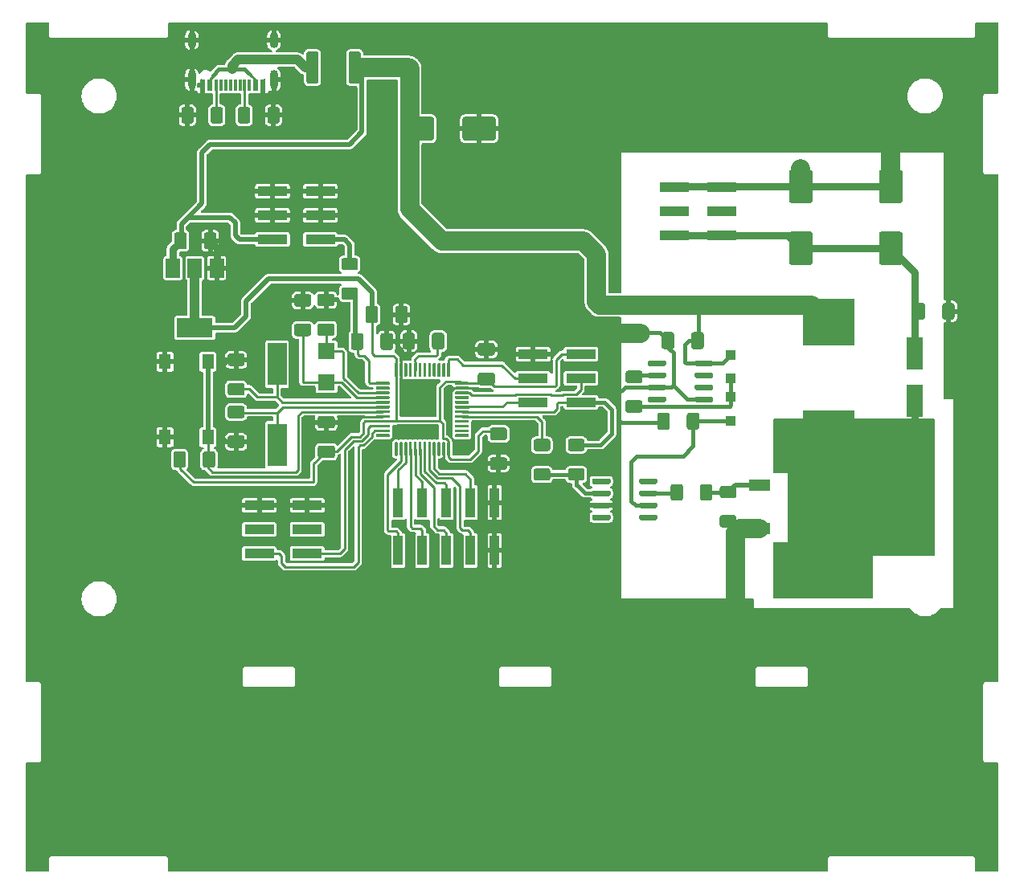
<source format=gbr>
G04 #@! TF.GenerationSoftware,KiCad,Pcbnew,(6.0.0)*
G04 #@! TF.CreationDate,2022-12-26T15:53:49+03:00*
G04 #@! TF.ProjectId,mcu board,6d637520-626f-4617-9264-2e6b69636164,rev?*
G04 #@! TF.SameCoordinates,Original*
G04 #@! TF.FileFunction,Copper,L1,Top*
G04 #@! TF.FilePolarity,Positive*
%FSLAX46Y46*%
G04 Gerber Fmt 4.6, Leading zero omitted, Abs format (unit mm)*
G04 Created by KiCad (PCBNEW (6.0.0)) date 2022-12-26 15:53:49*
%MOMM*%
%LPD*%
G01*
G04 APERTURE LIST*
G04 #@! TA.AperFunction,SMDPad,CuDef*
%ADD10R,2.000000X4.500000*%
G04 #@! TD*
G04 #@! TA.AperFunction,SMDPad,CuDef*
%ADD11R,1.800000X1.750000*%
G04 #@! TD*
G04 #@! TA.AperFunction,SMDPad,CuDef*
%ADD12R,1.300000X1.550000*%
G04 #@! TD*
G04 #@! TA.AperFunction,SMDPad,CuDef*
%ADD13R,1.000000X3.150000*%
G04 #@! TD*
G04 #@! TA.AperFunction,SMDPad,CuDef*
%ADD14R,3.150000X1.000000*%
G04 #@! TD*
G04 #@! TA.AperFunction,SMDPad,CuDef*
%ADD15R,0.600000X1.160000*%
G04 #@! TD*
G04 #@! TA.AperFunction,SMDPad,CuDef*
%ADD16R,0.300000X1.160000*%
G04 #@! TD*
G04 #@! TA.AperFunction,ComponentPad*
%ADD17O,0.900000X1.700000*%
G04 #@! TD*
G04 #@! TA.AperFunction,ComponentPad*
%ADD18O,0.900000X2.000000*%
G04 #@! TD*
G04 #@! TA.AperFunction,SMDPad,CuDef*
%ADD19R,5.400000X4.900000*%
G04 #@! TD*
G04 #@! TA.AperFunction,SMDPad,CuDef*
%ADD20R,2.200000X1.200000*%
G04 #@! TD*
G04 #@! TA.AperFunction,SMDPad,CuDef*
%ADD21R,6.400000X5.800000*%
G04 #@! TD*
G04 #@! TA.AperFunction,SMDPad,CuDef*
%ADD22R,1.500000X2.000000*%
G04 #@! TD*
G04 #@! TA.AperFunction,SMDPad,CuDef*
%ADD23R,3.800000X2.000000*%
G04 #@! TD*
G04 #@! TA.AperFunction,SMDPad,CuDef*
%ADD24R,1.800000X3.500000*%
G04 #@! TD*
G04 #@! TA.AperFunction,SMDPad,CuDef*
%ADD25R,1.000000X1.000000*%
G04 #@! TD*
G04 #@! TA.AperFunction,Conductor*
%ADD26C,0.250000*%
G04 #@! TD*
G04 #@! TA.AperFunction,Conductor*
%ADD27C,0.800000*%
G04 #@! TD*
G04 #@! TA.AperFunction,Conductor*
%ADD28C,0.500000*%
G04 #@! TD*
G04 #@! TA.AperFunction,Conductor*
%ADD29C,0.400000*%
G04 #@! TD*
G04 #@! TA.AperFunction,Conductor*
%ADD30C,2.000000*%
G04 #@! TD*
G04 #@! TA.AperFunction,Conductor*
%ADD31C,1.000000*%
G04 #@! TD*
G04 #@! TA.AperFunction,Conductor*
%ADD32C,0.350000*%
G04 #@! TD*
G04 APERTURE END LIST*
D10*
X121740000Y-96270000D03*
X121740000Y-104770000D03*
D11*
X126950000Y-94920000D03*
X126950000Y-98170000D03*
G04 #@! TA.AperFunction,SMDPad,CuDef*
G36*
G01*
X118090000Y-99577500D02*
X116790000Y-99577500D01*
G75*
G02*
X116540000Y-99327500I0J250000D01*
G01*
X116540000Y-98502500D01*
G75*
G02*
X116790000Y-98252500I250000J0D01*
G01*
X118090000Y-98252500D01*
G75*
G02*
X118340000Y-98502500I0J-250000D01*
G01*
X118340000Y-99327500D01*
G75*
G02*
X118090000Y-99577500I-250000J0D01*
G01*
G37*
G04 #@! TD.AperFunction*
G04 #@! TA.AperFunction,SMDPad,CuDef*
G36*
G01*
X118090000Y-96452500D02*
X116790000Y-96452500D01*
G75*
G02*
X116540000Y-96202500I0J250000D01*
G01*
X116540000Y-95377500D01*
G75*
G02*
X116790000Y-95127500I250000J0D01*
G01*
X118090000Y-95127500D01*
G75*
G02*
X118340000Y-95377500I0J-250000D01*
G01*
X118340000Y-96202500D01*
G75*
G02*
X118090000Y-96452500I-250000J0D01*
G01*
G37*
G04 #@! TD.AperFunction*
G04 #@! TA.AperFunction,SMDPad,CuDef*
G36*
G01*
X116770000Y-100645000D02*
X118070000Y-100645000D01*
G75*
G02*
X118320000Y-100895000I0J-250000D01*
G01*
X118320000Y-101720000D01*
G75*
G02*
X118070000Y-101970000I-250000J0D01*
G01*
X116770000Y-101970000D01*
G75*
G02*
X116520000Y-101720000I0J250000D01*
G01*
X116520000Y-100895000D01*
G75*
G02*
X116770000Y-100645000I250000J0D01*
G01*
G37*
G04 #@! TD.AperFunction*
G04 #@! TA.AperFunction,SMDPad,CuDef*
G36*
G01*
X116770000Y-103770000D02*
X118070000Y-103770000D01*
G75*
G02*
X118320000Y-104020000I0J-250000D01*
G01*
X118320000Y-104845000D01*
G75*
G02*
X118070000Y-105095000I-250000J0D01*
G01*
X116770000Y-105095000D01*
G75*
G02*
X116520000Y-104845000I0J250000D01*
G01*
X116520000Y-104020000D01*
G75*
G02*
X116770000Y-103770000I250000J0D01*
G01*
G37*
G04 #@! TD.AperFunction*
G04 #@! TA.AperFunction,SMDPad,CuDef*
G36*
G01*
X127550000Y-93287500D02*
X126250000Y-93287500D01*
G75*
G02*
X126000000Y-93037500I0J250000D01*
G01*
X126000000Y-92212500D01*
G75*
G02*
X126250000Y-91962500I250000J0D01*
G01*
X127550000Y-91962500D01*
G75*
G02*
X127800000Y-92212500I0J-250000D01*
G01*
X127800000Y-93037500D01*
G75*
G02*
X127550000Y-93287500I-250000J0D01*
G01*
G37*
G04 #@! TD.AperFunction*
G04 #@! TA.AperFunction,SMDPad,CuDef*
G36*
G01*
X127550000Y-90162500D02*
X126250000Y-90162500D01*
G75*
G02*
X126000000Y-89912500I0J250000D01*
G01*
X126000000Y-89087500D01*
G75*
G02*
X126250000Y-88837500I250000J0D01*
G01*
X127550000Y-88837500D01*
G75*
G02*
X127800000Y-89087500I0J-250000D01*
G01*
X127800000Y-89912500D01*
G75*
G02*
X127550000Y-90162500I-250000J0D01*
G01*
G37*
G04 #@! TD.AperFunction*
G04 #@! TA.AperFunction,SMDPad,CuDef*
G36*
G01*
X125090000Y-93322500D02*
X123790000Y-93322500D01*
G75*
G02*
X123540000Y-93072500I0J250000D01*
G01*
X123540000Y-92247500D01*
G75*
G02*
X123790000Y-91997500I250000J0D01*
G01*
X125090000Y-91997500D01*
G75*
G02*
X125340000Y-92247500I0J-250000D01*
G01*
X125340000Y-93072500D01*
G75*
G02*
X125090000Y-93322500I-250000J0D01*
G01*
G37*
G04 #@! TD.AperFunction*
G04 #@! TA.AperFunction,SMDPad,CuDef*
G36*
G01*
X125090000Y-90197500D02*
X123790000Y-90197500D01*
G75*
G02*
X123540000Y-89947500I0J250000D01*
G01*
X123540000Y-89122500D01*
G75*
G02*
X123790000Y-88872500I250000J0D01*
G01*
X125090000Y-88872500D01*
G75*
G02*
X125340000Y-89122500I0J-250000D01*
G01*
X125340000Y-89947500D01*
G75*
G02*
X125090000Y-90197500I-250000J0D01*
G01*
G37*
G04 #@! TD.AperFunction*
G04 #@! TA.AperFunction,SMDPad,CuDef*
G36*
G01*
X115367500Y-82610000D02*
X115367500Y-83910000D01*
G75*
G02*
X115117500Y-84160000I-250000J0D01*
G01*
X114292500Y-84160000D01*
G75*
G02*
X114042500Y-83910000I0J250000D01*
G01*
X114042500Y-82610000D01*
G75*
G02*
X114292500Y-82360000I250000J0D01*
G01*
X115117500Y-82360000D01*
G75*
G02*
X115367500Y-82610000I0J-250000D01*
G01*
G37*
G04 #@! TD.AperFunction*
G04 #@! TA.AperFunction,SMDPad,CuDef*
G36*
G01*
X112242500Y-82610000D02*
X112242500Y-83910000D01*
G75*
G02*
X111992500Y-84160000I-250000J0D01*
G01*
X111167500Y-84160000D01*
G75*
G02*
X110917500Y-83910000I0J250000D01*
G01*
X110917500Y-82610000D01*
G75*
G02*
X111167500Y-82360000I250000J0D01*
G01*
X111992500Y-82360000D01*
G75*
G02*
X112242500Y-82610000I0J-250000D01*
G01*
G37*
G04 #@! TD.AperFunction*
G04 #@! TA.AperFunction,SMDPad,CuDef*
G36*
G01*
X160650000Y-93737500D02*
X159350000Y-93737500D01*
G75*
G02*
X159100000Y-93487500I0J250000D01*
G01*
X159100000Y-92662500D01*
G75*
G02*
X159350000Y-92412500I250000J0D01*
G01*
X160650000Y-92412500D01*
G75*
G02*
X160900000Y-92662500I0J-250000D01*
G01*
X160900000Y-93487500D01*
G75*
G02*
X160650000Y-93737500I-250000J0D01*
G01*
G37*
G04 #@! TD.AperFunction*
G04 #@! TA.AperFunction,SMDPad,CuDef*
G36*
G01*
X160650000Y-90612500D02*
X159350000Y-90612500D01*
G75*
G02*
X159100000Y-90362500I0J250000D01*
G01*
X159100000Y-89537500D01*
G75*
G02*
X159350000Y-89287500I250000J0D01*
G01*
X160650000Y-89287500D01*
G75*
G02*
X160900000Y-89537500I0J-250000D01*
G01*
X160900000Y-90362500D01*
G75*
G02*
X160650000Y-90612500I-250000J0D01*
G01*
G37*
G04 #@! TD.AperFunction*
G04 #@! TA.AperFunction,SMDPad,CuDef*
G36*
G01*
X133967500Y-93230000D02*
X133967500Y-94530000D01*
G75*
G02*
X133717500Y-94780000I-250000J0D01*
G01*
X132892500Y-94780000D01*
G75*
G02*
X132642500Y-94530000I0J250000D01*
G01*
X132642500Y-93230000D01*
G75*
G02*
X132892500Y-92980000I250000J0D01*
G01*
X133717500Y-92980000D01*
G75*
G02*
X133967500Y-93230000I0J-250000D01*
G01*
G37*
G04 #@! TD.AperFunction*
G04 #@! TA.AperFunction,SMDPad,CuDef*
G36*
G01*
X130842500Y-93230000D02*
X130842500Y-94530000D01*
G75*
G02*
X130592500Y-94780000I-250000J0D01*
G01*
X129767500Y-94780000D01*
G75*
G02*
X129517500Y-94530000I0J250000D01*
G01*
X129517500Y-93230000D01*
G75*
G02*
X129767500Y-92980000I250000J0D01*
G01*
X130592500Y-92980000D01*
G75*
G02*
X130842500Y-93230000I0J-250000D01*
G01*
G37*
G04 #@! TD.AperFunction*
G04 #@! TA.AperFunction,SMDPad,CuDef*
G36*
G01*
X135512500Y-90380000D02*
X135512500Y-91680000D01*
G75*
G02*
X135262500Y-91930000I-250000J0D01*
G01*
X134437500Y-91930000D01*
G75*
G02*
X134187500Y-91680000I0J250000D01*
G01*
X134187500Y-90380000D01*
G75*
G02*
X134437500Y-90130000I250000J0D01*
G01*
X135262500Y-90130000D01*
G75*
G02*
X135512500Y-90380000I0J-250000D01*
G01*
G37*
G04 #@! TD.AperFunction*
G04 #@! TA.AperFunction,SMDPad,CuDef*
G36*
G01*
X132387500Y-90380000D02*
X132387500Y-91680000D01*
G75*
G02*
X132137500Y-91930000I-250000J0D01*
G01*
X131312500Y-91930000D01*
G75*
G02*
X131062500Y-91680000I0J250000D01*
G01*
X131062500Y-90380000D01*
G75*
G02*
X131312500Y-90130000I250000J0D01*
G01*
X132137500Y-90130000D01*
G75*
G02*
X132387500Y-90380000I0J-250000D01*
G01*
G37*
G04 #@! TD.AperFunction*
D12*
X114450000Y-96020000D03*
X114450000Y-103970000D03*
X109950000Y-96020000D03*
X109950000Y-103970000D03*
G04 #@! TA.AperFunction,SMDPad,CuDef*
G36*
G01*
X145720000Y-107407500D02*
X144420000Y-107407500D01*
G75*
G02*
X144170000Y-107157500I0J250000D01*
G01*
X144170000Y-106332500D01*
G75*
G02*
X144420000Y-106082500I250000J0D01*
G01*
X145720000Y-106082500D01*
G75*
G02*
X145970000Y-106332500I0J-250000D01*
G01*
X145970000Y-107157500D01*
G75*
G02*
X145720000Y-107407500I-250000J0D01*
G01*
G37*
G04 #@! TD.AperFunction*
G04 #@! TA.AperFunction,SMDPad,CuDef*
G36*
G01*
X145720000Y-104282500D02*
X144420000Y-104282500D01*
G75*
G02*
X144170000Y-104032500I0J250000D01*
G01*
X144170000Y-103207500D01*
G75*
G02*
X144420000Y-102957500I250000J0D01*
G01*
X145720000Y-102957500D01*
G75*
G02*
X145970000Y-103207500I0J-250000D01*
G01*
X145970000Y-104032500D01*
G75*
G02*
X145720000Y-104282500I-250000J0D01*
G01*
G37*
G04 #@! TD.AperFunction*
G04 #@! TA.AperFunction,SMDPad,CuDef*
G36*
G01*
X143140000Y-94037500D02*
X144440000Y-94037500D01*
G75*
G02*
X144690000Y-94287500I0J-250000D01*
G01*
X144690000Y-95112500D01*
G75*
G02*
X144440000Y-95362500I-250000J0D01*
G01*
X143140000Y-95362500D01*
G75*
G02*
X142890000Y-95112500I0J250000D01*
G01*
X142890000Y-94287500D01*
G75*
G02*
X143140000Y-94037500I250000J0D01*
G01*
G37*
G04 #@! TD.AperFunction*
G04 #@! TA.AperFunction,SMDPad,CuDef*
G36*
G01*
X143140000Y-97162500D02*
X144440000Y-97162500D01*
G75*
G02*
X144690000Y-97412500I0J-250000D01*
G01*
X144690000Y-98237500D01*
G75*
G02*
X144440000Y-98487500I-250000J0D01*
G01*
X143140000Y-98487500D01*
G75*
G02*
X142890000Y-98237500I0J250000D01*
G01*
X142890000Y-97412500D01*
G75*
G02*
X143140000Y-97162500I250000J0D01*
G01*
G37*
G04 #@! TD.AperFunction*
G04 #@! TA.AperFunction,SMDPad,CuDef*
G36*
G01*
X126280000Y-101717500D02*
X127580000Y-101717500D01*
G75*
G02*
X127830000Y-101967500I0J-250000D01*
G01*
X127830000Y-102792500D01*
G75*
G02*
X127580000Y-103042500I-250000J0D01*
G01*
X126280000Y-103042500D01*
G75*
G02*
X126030000Y-102792500I0J250000D01*
G01*
X126030000Y-101967500D01*
G75*
G02*
X126280000Y-101717500I250000J0D01*
G01*
G37*
G04 #@! TD.AperFunction*
G04 #@! TA.AperFunction,SMDPad,CuDef*
G36*
G01*
X126280000Y-104842500D02*
X127580000Y-104842500D01*
G75*
G02*
X127830000Y-105092500I0J-250000D01*
G01*
X127830000Y-105917500D01*
G75*
G02*
X127580000Y-106167500I-250000J0D01*
G01*
X126280000Y-106167500D01*
G75*
G02*
X126030000Y-105917500I0J250000D01*
G01*
X126030000Y-105092500D01*
G75*
G02*
X126280000Y-104842500I250000J0D01*
G01*
G37*
G04 #@! TD.AperFunction*
G04 #@! TA.AperFunction,SMDPad,CuDef*
G36*
G01*
X177920000Y-85790000D02*
X175920000Y-85790000D01*
G75*
G02*
X175670000Y-85540000I0J250000D01*
G01*
X175670000Y-82540000D01*
G75*
G02*
X175920000Y-82290000I250000J0D01*
G01*
X177920000Y-82290000D01*
G75*
G02*
X178170000Y-82540000I0J-250000D01*
G01*
X178170000Y-85540000D01*
G75*
G02*
X177920000Y-85790000I-250000J0D01*
G01*
G37*
G04 #@! TD.AperFunction*
G04 #@! TA.AperFunction,SMDPad,CuDef*
G36*
G01*
X177920000Y-79290000D02*
X175920000Y-79290000D01*
G75*
G02*
X175670000Y-79040000I0J250000D01*
G01*
X175670000Y-76040000D01*
G75*
G02*
X175920000Y-75790000I250000J0D01*
G01*
X177920000Y-75790000D01*
G75*
G02*
X178170000Y-76040000I0J-250000D01*
G01*
X178170000Y-79040000D01*
G75*
G02*
X177920000Y-79290000I-250000J0D01*
G01*
G37*
G04 #@! TD.AperFunction*
D13*
X134510000Y-115910000D03*
X134510000Y-110860000D03*
X137050000Y-115910000D03*
X137050000Y-110860000D03*
X139590000Y-115910000D03*
X139590000Y-110860000D03*
X142130000Y-115910000D03*
X142130000Y-110860000D03*
X144670000Y-115910000D03*
X144670000Y-110860000D03*
D14*
X126310000Y-83120000D03*
X121260000Y-83120000D03*
X126310000Y-80580000D03*
X121260000Y-80580000D03*
X126310000Y-78040000D03*
X121260000Y-78040000D03*
X124920000Y-116230000D03*
X119870000Y-116230000D03*
X124920000Y-113690000D03*
X119870000Y-113690000D03*
X124920000Y-111150000D03*
X119870000Y-111150000D03*
X153760000Y-100290000D03*
X148710000Y-100290000D03*
X153760000Y-97750000D03*
X148710000Y-97750000D03*
X153760000Y-95210000D03*
X148710000Y-95210000D03*
X168630000Y-82660000D03*
X163580000Y-82660000D03*
X168630000Y-80120000D03*
X163580000Y-80120000D03*
X168630000Y-77580000D03*
X163580000Y-77580000D03*
D15*
X120284999Y-66854999D03*
X119484999Y-66854999D03*
D16*
X118334999Y-66854999D03*
X117334999Y-66854999D03*
X116834999Y-66854999D03*
X115834999Y-66854999D03*
D15*
X114684999Y-66854999D03*
X113884999Y-66854999D03*
X113884999Y-66854999D03*
X114684999Y-66854999D03*
D16*
X115334999Y-66854999D03*
X116334999Y-66854999D03*
X117834999Y-66854999D03*
X118834999Y-66854999D03*
D15*
X119484999Y-66854999D03*
X120284999Y-66854999D03*
D17*
X121404999Y-62104999D03*
X112764999Y-62104999D03*
D18*
X121404999Y-66274999D03*
X112764999Y-66274999D03*
D19*
X179840000Y-91820000D03*
X179840000Y-103620000D03*
D20*
X172550000Y-109010000D03*
D21*
X178850000Y-111290000D03*
D20*
X172550000Y-113570000D03*
G04 #@! TA.AperFunction,SMDPad,CuDef*
G36*
G01*
X134967500Y-94465000D02*
X134967500Y-93215000D01*
G75*
G02*
X135217500Y-92965000I250000J0D01*
G01*
X136017500Y-92965000D01*
G75*
G02*
X136267500Y-93215000I0J-250000D01*
G01*
X136267500Y-94465000D01*
G75*
G02*
X136017500Y-94715000I-250000J0D01*
G01*
X135217500Y-94715000D01*
G75*
G02*
X134967500Y-94465000I0J250000D01*
G01*
G37*
G04 #@! TD.AperFunction*
G04 #@! TA.AperFunction,SMDPad,CuDef*
G36*
G01*
X138067500Y-94465000D02*
X138067500Y-93215000D01*
G75*
G02*
X138317500Y-92965000I250000J0D01*
G01*
X139117500Y-92965000D01*
G75*
G02*
X139367500Y-93215000I0J-250000D01*
G01*
X139367500Y-94465000D01*
G75*
G02*
X139117500Y-94715000I-250000J0D01*
G01*
X138317500Y-94715000D01*
G75*
G02*
X138067500Y-94465000I0J250000D01*
G01*
G37*
G04 #@! TD.AperFunction*
G04 #@! TA.AperFunction,SMDPad,CuDef*
G36*
G01*
X115230000Y-105695000D02*
X115230000Y-106945000D01*
G75*
G02*
X114980000Y-107195000I-250000J0D01*
G01*
X114180000Y-107195000D01*
G75*
G02*
X113930000Y-106945000I0J250000D01*
G01*
X113930000Y-105695000D01*
G75*
G02*
X114180000Y-105445000I250000J0D01*
G01*
X114980000Y-105445000D01*
G75*
G02*
X115230000Y-105695000I0J-250000D01*
G01*
G37*
G04 #@! TD.AperFunction*
G04 #@! TA.AperFunction,SMDPad,CuDef*
G36*
G01*
X112130000Y-105695000D02*
X112130000Y-106945000D01*
G75*
G02*
X111880000Y-107195000I-250000J0D01*
G01*
X111080000Y-107195000D01*
G75*
G02*
X110830000Y-106945000I0J250000D01*
G01*
X110830000Y-105695000D01*
G75*
G02*
X111080000Y-105445000I250000J0D01*
G01*
X111880000Y-105445000D01*
G75*
G02*
X112130000Y-105695000I0J-250000D01*
G01*
G37*
G04 #@! TD.AperFunction*
G04 #@! TA.AperFunction,SMDPad,CuDef*
G36*
G01*
X130025000Y-89470000D02*
X128775000Y-89470000D01*
G75*
G02*
X128525000Y-89220000I0J250000D01*
G01*
X128525000Y-88420000D01*
G75*
G02*
X128775000Y-88170000I250000J0D01*
G01*
X130025000Y-88170000D01*
G75*
G02*
X130275000Y-88420000I0J-250000D01*
G01*
X130275000Y-89220000D01*
G75*
G02*
X130025000Y-89470000I-250000J0D01*
G01*
G37*
G04 #@! TD.AperFunction*
G04 #@! TA.AperFunction,SMDPad,CuDef*
G36*
G01*
X130025000Y-86370000D02*
X128775000Y-86370000D01*
G75*
G02*
X128525000Y-86120000I0J250000D01*
G01*
X128525000Y-85320000D01*
G75*
G02*
X128775000Y-85070000I250000J0D01*
G01*
X130025000Y-85070000D01*
G75*
G02*
X130275000Y-85320000I0J-250000D01*
G01*
X130275000Y-86120000D01*
G75*
G02*
X130025000Y-86370000I-250000J0D01*
G01*
G37*
G04 #@! TD.AperFunction*
G04 #@! TA.AperFunction,SMDPad,CuDef*
G36*
G01*
X117617500Y-70655000D02*
X117617500Y-69405000D01*
G75*
G02*
X117867500Y-69155000I250000J0D01*
G01*
X118667500Y-69155000D01*
G75*
G02*
X118917500Y-69405000I0J-250000D01*
G01*
X118917500Y-70655000D01*
G75*
G02*
X118667500Y-70905000I-250000J0D01*
G01*
X117867500Y-70905000D01*
G75*
G02*
X117617500Y-70655000I0J250000D01*
G01*
G37*
G04 #@! TD.AperFunction*
G04 #@! TA.AperFunction,SMDPad,CuDef*
G36*
G01*
X120717500Y-70655000D02*
X120717500Y-69405000D01*
G75*
G02*
X120967500Y-69155000I250000J0D01*
G01*
X121767500Y-69155000D01*
G75*
G02*
X122017500Y-69405000I0J-250000D01*
G01*
X122017500Y-70655000D01*
G75*
G02*
X121767500Y-70905000I-250000J0D01*
G01*
X120967500Y-70905000D01*
G75*
G02*
X120717500Y-70655000I0J250000D01*
G01*
G37*
G04 #@! TD.AperFunction*
G04 #@! TA.AperFunction,SMDPad,CuDef*
G36*
G01*
X116052500Y-69405000D02*
X116052500Y-70655000D01*
G75*
G02*
X115802500Y-70905000I-250000J0D01*
G01*
X115002500Y-70905000D01*
G75*
G02*
X114752500Y-70655000I0J250000D01*
G01*
X114752500Y-69405000D01*
G75*
G02*
X115002500Y-69155000I250000J0D01*
G01*
X115802500Y-69155000D01*
G75*
G02*
X116052500Y-69405000I0J-250000D01*
G01*
G37*
G04 #@! TD.AperFunction*
G04 #@! TA.AperFunction,SMDPad,CuDef*
G36*
G01*
X112952500Y-69405000D02*
X112952500Y-70655000D01*
G75*
G02*
X112702500Y-70905000I-250000J0D01*
G01*
X111902500Y-70905000D01*
G75*
G02*
X111652500Y-70655000I0J250000D01*
G01*
X111652500Y-69405000D01*
G75*
G02*
X111902500Y-69155000I250000J0D01*
G01*
X112702500Y-69155000D01*
G75*
G02*
X112952500Y-69405000I0J-250000D01*
G01*
G37*
G04 #@! TD.AperFunction*
G04 #@! TA.AperFunction,SMDPad,CuDef*
G36*
G01*
X167592500Y-109155000D02*
X167592500Y-110405000D01*
G75*
G02*
X167342500Y-110655000I-250000J0D01*
G01*
X166542500Y-110655000D01*
G75*
G02*
X166292500Y-110405000I0J250000D01*
G01*
X166292500Y-109155000D01*
G75*
G02*
X166542500Y-108905000I250000J0D01*
G01*
X167342500Y-108905000D01*
G75*
G02*
X167592500Y-109155000I0J-250000D01*
G01*
G37*
G04 #@! TD.AperFunction*
G04 #@! TA.AperFunction,SMDPad,CuDef*
G36*
G01*
X164492500Y-109155000D02*
X164492500Y-110405000D01*
G75*
G02*
X164242500Y-110655000I-250000J0D01*
G01*
X163442500Y-110655000D01*
G75*
G02*
X163192500Y-110405000I0J250000D01*
G01*
X163192500Y-109155000D01*
G75*
G02*
X163442500Y-108905000I250000J0D01*
G01*
X164242500Y-108905000D01*
G75*
G02*
X164492500Y-109155000I0J-250000D01*
G01*
G37*
G04 #@! TD.AperFunction*
G04 #@! TA.AperFunction,SMDPad,CuDef*
G36*
G01*
X168625000Y-109082500D02*
X169875000Y-109082500D01*
G75*
G02*
X170125000Y-109332500I0J-250000D01*
G01*
X170125000Y-110132500D01*
G75*
G02*
X169875000Y-110382500I-250000J0D01*
G01*
X168625000Y-110382500D01*
G75*
G02*
X168375000Y-110132500I0J250000D01*
G01*
X168375000Y-109332500D01*
G75*
G02*
X168625000Y-109082500I250000J0D01*
G01*
G37*
G04 #@! TD.AperFunction*
G04 #@! TA.AperFunction,SMDPad,CuDef*
G36*
G01*
X168625000Y-112182500D02*
X169875000Y-112182500D01*
G75*
G02*
X170125000Y-112432500I0J-250000D01*
G01*
X170125000Y-113232500D01*
G75*
G02*
X169875000Y-113482500I-250000J0D01*
G01*
X168625000Y-113482500D01*
G75*
G02*
X168375000Y-113232500I0J250000D01*
G01*
X168375000Y-112432500D01*
G75*
G02*
X168625000Y-112182500I250000J0D01*
G01*
G37*
G04 #@! TD.AperFunction*
G04 #@! TA.AperFunction,SMDPad,CuDef*
G36*
G01*
X188712500Y-91325000D02*
X188712500Y-90075000D01*
G75*
G02*
X188962500Y-89825000I250000J0D01*
G01*
X189762500Y-89825000D01*
G75*
G02*
X190012500Y-90075000I0J-250000D01*
G01*
X190012500Y-91325000D01*
G75*
G02*
X189762500Y-91575000I-250000J0D01*
G01*
X188962500Y-91575000D01*
G75*
G02*
X188712500Y-91325000I0J250000D01*
G01*
G37*
G04 #@! TD.AperFunction*
G04 #@! TA.AperFunction,SMDPad,CuDef*
G36*
G01*
X191812500Y-91325000D02*
X191812500Y-90075000D01*
G75*
G02*
X192062500Y-89825000I250000J0D01*
G01*
X192862500Y-89825000D01*
G75*
G02*
X193112500Y-90075000I0J-250000D01*
G01*
X193112500Y-91325000D01*
G75*
G02*
X192862500Y-91575000I-250000J0D01*
G01*
X192062500Y-91575000D01*
G75*
G02*
X191812500Y-91325000I0J250000D01*
G01*
G37*
G04 #@! TD.AperFunction*
D22*
X115380000Y-86140000D03*
X113080000Y-86140000D03*
D23*
X113080000Y-92440000D03*
D22*
X110780000Y-86140000D03*
G04 #@! TA.AperFunction,SMDPad,CuDef*
G36*
G01*
X132150000Y-98362500D02*
X132150000Y-98212500D01*
G75*
G02*
X132225000Y-98137500I75000J0D01*
G01*
X133550000Y-98137500D01*
G75*
G02*
X133625000Y-98212500I0J-75000D01*
G01*
X133625000Y-98362500D01*
G75*
G02*
X133550000Y-98437500I-75000J0D01*
G01*
X132225000Y-98437500D01*
G75*
G02*
X132150000Y-98362500I0J75000D01*
G01*
G37*
G04 #@! TD.AperFunction*
G04 #@! TA.AperFunction,SMDPad,CuDef*
G36*
G01*
X132150000Y-98862500D02*
X132150000Y-98712500D01*
G75*
G02*
X132225000Y-98637500I75000J0D01*
G01*
X133550000Y-98637500D01*
G75*
G02*
X133625000Y-98712500I0J-75000D01*
G01*
X133625000Y-98862500D01*
G75*
G02*
X133550000Y-98937500I-75000J0D01*
G01*
X132225000Y-98937500D01*
G75*
G02*
X132150000Y-98862500I0J75000D01*
G01*
G37*
G04 #@! TD.AperFunction*
G04 #@! TA.AperFunction,SMDPad,CuDef*
G36*
G01*
X132150000Y-99362500D02*
X132150000Y-99212500D01*
G75*
G02*
X132225000Y-99137500I75000J0D01*
G01*
X133550000Y-99137500D01*
G75*
G02*
X133625000Y-99212500I0J-75000D01*
G01*
X133625000Y-99362500D01*
G75*
G02*
X133550000Y-99437500I-75000J0D01*
G01*
X132225000Y-99437500D01*
G75*
G02*
X132150000Y-99362500I0J75000D01*
G01*
G37*
G04 #@! TD.AperFunction*
G04 #@! TA.AperFunction,SMDPad,CuDef*
G36*
G01*
X132150000Y-99862500D02*
X132150000Y-99712500D01*
G75*
G02*
X132225000Y-99637500I75000J0D01*
G01*
X133550000Y-99637500D01*
G75*
G02*
X133625000Y-99712500I0J-75000D01*
G01*
X133625000Y-99862500D01*
G75*
G02*
X133550000Y-99937500I-75000J0D01*
G01*
X132225000Y-99937500D01*
G75*
G02*
X132150000Y-99862500I0J75000D01*
G01*
G37*
G04 #@! TD.AperFunction*
G04 #@! TA.AperFunction,SMDPad,CuDef*
G36*
G01*
X132150000Y-100362500D02*
X132150000Y-100212500D01*
G75*
G02*
X132225000Y-100137500I75000J0D01*
G01*
X133550000Y-100137500D01*
G75*
G02*
X133625000Y-100212500I0J-75000D01*
G01*
X133625000Y-100362500D01*
G75*
G02*
X133550000Y-100437500I-75000J0D01*
G01*
X132225000Y-100437500D01*
G75*
G02*
X132150000Y-100362500I0J75000D01*
G01*
G37*
G04 #@! TD.AperFunction*
G04 #@! TA.AperFunction,SMDPad,CuDef*
G36*
G01*
X132150000Y-100862500D02*
X132150000Y-100712500D01*
G75*
G02*
X132225000Y-100637500I75000J0D01*
G01*
X133550000Y-100637500D01*
G75*
G02*
X133625000Y-100712500I0J-75000D01*
G01*
X133625000Y-100862500D01*
G75*
G02*
X133550000Y-100937500I-75000J0D01*
G01*
X132225000Y-100937500D01*
G75*
G02*
X132150000Y-100862500I0J75000D01*
G01*
G37*
G04 #@! TD.AperFunction*
G04 #@! TA.AperFunction,SMDPad,CuDef*
G36*
G01*
X132150000Y-101362500D02*
X132150000Y-101212500D01*
G75*
G02*
X132225000Y-101137500I75000J0D01*
G01*
X133550000Y-101137500D01*
G75*
G02*
X133625000Y-101212500I0J-75000D01*
G01*
X133625000Y-101362500D01*
G75*
G02*
X133550000Y-101437500I-75000J0D01*
G01*
X132225000Y-101437500D01*
G75*
G02*
X132150000Y-101362500I0J75000D01*
G01*
G37*
G04 #@! TD.AperFunction*
G04 #@! TA.AperFunction,SMDPad,CuDef*
G36*
G01*
X132150000Y-101862500D02*
X132150000Y-101712500D01*
G75*
G02*
X132225000Y-101637500I75000J0D01*
G01*
X133550000Y-101637500D01*
G75*
G02*
X133625000Y-101712500I0J-75000D01*
G01*
X133625000Y-101862500D01*
G75*
G02*
X133550000Y-101937500I-75000J0D01*
G01*
X132225000Y-101937500D01*
G75*
G02*
X132150000Y-101862500I0J75000D01*
G01*
G37*
G04 #@! TD.AperFunction*
G04 #@! TA.AperFunction,SMDPad,CuDef*
G36*
G01*
X132150000Y-102362500D02*
X132150000Y-102212500D01*
G75*
G02*
X132225000Y-102137500I75000J0D01*
G01*
X133550000Y-102137500D01*
G75*
G02*
X133625000Y-102212500I0J-75000D01*
G01*
X133625000Y-102362500D01*
G75*
G02*
X133550000Y-102437500I-75000J0D01*
G01*
X132225000Y-102437500D01*
G75*
G02*
X132150000Y-102362500I0J75000D01*
G01*
G37*
G04 #@! TD.AperFunction*
G04 #@! TA.AperFunction,SMDPad,CuDef*
G36*
G01*
X132150000Y-102862500D02*
X132150000Y-102712500D01*
G75*
G02*
X132225000Y-102637500I75000J0D01*
G01*
X133550000Y-102637500D01*
G75*
G02*
X133625000Y-102712500I0J-75000D01*
G01*
X133625000Y-102862500D01*
G75*
G02*
X133550000Y-102937500I-75000J0D01*
G01*
X132225000Y-102937500D01*
G75*
G02*
X132150000Y-102862500I0J75000D01*
G01*
G37*
G04 #@! TD.AperFunction*
G04 #@! TA.AperFunction,SMDPad,CuDef*
G36*
G01*
X132150000Y-103362500D02*
X132150000Y-103212500D01*
G75*
G02*
X132225000Y-103137500I75000J0D01*
G01*
X133550000Y-103137500D01*
G75*
G02*
X133625000Y-103212500I0J-75000D01*
G01*
X133625000Y-103362500D01*
G75*
G02*
X133550000Y-103437500I-75000J0D01*
G01*
X132225000Y-103437500D01*
G75*
G02*
X132150000Y-103362500I0J75000D01*
G01*
G37*
G04 #@! TD.AperFunction*
G04 #@! TA.AperFunction,SMDPad,CuDef*
G36*
G01*
X132150000Y-103862500D02*
X132150000Y-103712500D01*
G75*
G02*
X132225000Y-103637500I75000J0D01*
G01*
X133550000Y-103637500D01*
G75*
G02*
X133625000Y-103712500I0J-75000D01*
G01*
X133625000Y-103862500D01*
G75*
G02*
X133550000Y-103937500I-75000J0D01*
G01*
X132225000Y-103937500D01*
G75*
G02*
X132150000Y-103862500I0J75000D01*
G01*
G37*
G04 #@! TD.AperFunction*
G04 #@! TA.AperFunction,SMDPad,CuDef*
G36*
G01*
X134150000Y-105862500D02*
X134150000Y-104537500D01*
G75*
G02*
X134225000Y-104462500I75000J0D01*
G01*
X134375000Y-104462500D01*
G75*
G02*
X134450000Y-104537500I0J-75000D01*
G01*
X134450000Y-105862500D01*
G75*
G02*
X134375000Y-105937500I-75000J0D01*
G01*
X134225000Y-105937500D01*
G75*
G02*
X134150000Y-105862500I0J75000D01*
G01*
G37*
G04 #@! TD.AperFunction*
G04 #@! TA.AperFunction,SMDPad,CuDef*
G36*
G01*
X134650000Y-105862500D02*
X134650000Y-104537500D01*
G75*
G02*
X134725000Y-104462500I75000J0D01*
G01*
X134875000Y-104462500D01*
G75*
G02*
X134950000Y-104537500I0J-75000D01*
G01*
X134950000Y-105862500D01*
G75*
G02*
X134875000Y-105937500I-75000J0D01*
G01*
X134725000Y-105937500D01*
G75*
G02*
X134650000Y-105862500I0J75000D01*
G01*
G37*
G04 #@! TD.AperFunction*
G04 #@! TA.AperFunction,SMDPad,CuDef*
G36*
G01*
X135150000Y-105862500D02*
X135150000Y-104537500D01*
G75*
G02*
X135225000Y-104462500I75000J0D01*
G01*
X135375000Y-104462500D01*
G75*
G02*
X135450000Y-104537500I0J-75000D01*
G01*
X135450000Y-105862500D01*
G75*
G02*
X135375000Y-105937500I-75000J0D01*
G01*
X135225000Y-105937500D01*
G75*
G02*
X135150000Y-105862500I0J75000D01*
G01*
G37*
G04 #@! TD.AperFunction*
G04 #@! TA.AperFunction,SMDPad,CuDef*
G36*
G01*
X135650000Y-105862500D02*
X135650000Y-104537500D01*
G75*
G02*
X135725000Y-104462500I75000J0D01*
G01*
X135875000Y-104462500D01*
G75*
G02*
X135950000Y-104537500I0J-75000D01*
G01*
X135950000Y-105862500D01*
G75*
G02*
X135875000Y-105937500I-75000J0D01*
G01*
X135725000Y-105937500D01*
G75*
G02*
X135650000Y-105862500I0J75000D01*
G01*
G37*
G04 #@! TD.AperFunction*
G04 #@! TA.AperFunction,SMDPad,CuDef*
G36*
G01*
X136150000Y-105862500D02*
X136150000Y-104537500D01*
G75*
G02*
X136225000Y-104462500I75000J0D01*
G01*
X136375000Y-104462500D01*
G75*
G02*
X136450000Y-104537500I0J-75000D01*
G01*
X136450000Y-105862500D01*
G75*
G02*
X136375000Y-105937500I-75000J0D01*
G01*
X136225000Y-105937500D01*
G75*
G02*
X136150000Y-105862500I0J75000D01*
G01*
G37*
G04 #@! TD.AperFunction*
G04 #@! TA.AperFunction,SMDPad,CuDef*
G36*
G01*
X136650000Y-105862500D02*
X136650000Y-104537500D01*
G75*
G02*
X136725000Y-104462500I75000J0D01*
G01*
X136875000Y-104462500D01*
G75*
G02*
X136950000Y-104537500I0J-75000D01*
G01*
X136950000Y-105862500D01*
G75*
G02*
X136875000Y-105937500I-75000J0D01*
G01*
X136725000Y-105937500D01*
G75*
G02*
X136650000Y-105862500I0J75000D01*
G01*
G37*
G04 #@! TD.AperFunction*
G04 #@! TA.AperFunction,SMDPad,CuDef*
G36*
G01*
X137150000Y-105862500D02*
X137150000Y-104537500D01*
G75*
G02*
X137225000Y-104462500I75000J0D01*
G01*
X137375000Y-104462500D01*
G75*
G02*
X137450000Y-104537500I0J-75000D01*
G01*
X137450000Y-105862500D01*
G75*
G02*
X137375000Y-105937500I-75000J0D01*
G01*
X137225000Y-105937500D01*
G75*
G02*
X137150000Y-105862500I0J75000D01*
G01*
G37*
G04 #@! TD.AperFunction*
G04 #@! TA.AperFunction,SMDPad,CuDef*
G36*
G01*
X137650000Y-105862500D02*
X137650000Y-104537500D01*
G75*
G02*
X137725000Y-104462500I75000J0D01*
G01*
X137875000Y-104462500D01*
G75*
G02*
X137950000Y-104537500I0J-75000D01*
G01*
X137950000Y-105862500D01*
G75*
G02*
X137875000Y-105937500I-75000J0D01*
G01*
X137725000Y-105937500D01*
G75*
G02*
X137650000Y-105862500I0J75000D01*
G01*
G37*
G04 #@! TD.AperFunction*
G04 #@! TA.AperFunction,SMDPad,CuDef*
G36*
G01*
X138150000Y-105862500D02*
X138150000Y-104537500D01*
G75*
G02*
X138225000Y-104462500I75000J0D01*
G01*
X138375000Y-104462500D01*
G75*
G02*
X138450000Y-104537500I0J-75000D01*
G01*
X138450000Y-105862500D01*
G75*
G02*
X138375000Y-105937500I-75000J0D01*
G01*
X138225000Y-105937500D01*
G75*
G02*
X138150000Y-105862500I0J75000D01*
G01*
G37*
G04 #@! TD.AperFunction*
G04 #@! TA.AperFunction,SMDPad,CuDef*
G36*
G01*
X138650000Y-105862500D02*
X138650000Y-104537500D01*
G75*
G02*
X138725000Y-104462500I75000J0D01*
G01*
X138875000Y-104462500D01*
G75*
G02*
X138950000Y-104537500I0J-75000D01*
G01*
X138950000Y-105862500D01*
G75*
G02*
X138875000Y-105937500I-75000J0D01*
G01*
X138725000Y-105937500D01*
G75*
G02*
X138650000Y-105862500I0J75000D01*
G01*
G37*
G04 #@! TD.AperFunction*
G04 #@! TA.AperFunction,SMDPad,CuDef*
G36*
G01*
X139150000Y-105862500D02*
X139150000Y-104537500D01*
G75*
G02*
X139225000Y-104462500I75000J0D01*
G01*
X139375000Y-104462500D01*
G75*
G02*
X139450000Y-104537500I0J-75000D01*
G01*
X139450000Y-105862500D01*
G75*
G02*
X139375000Y-105937500I-75000J0D01*
G01*
X139225000Y-105937500D01*
G75*
G02*
X139150000Y-105862500I0J75000D01*
G01*
G37*
G04 #@! TD.AperFunction*
G04 #@! TA.AperFunction,SMDPad,CuDef*
G36*
G01*
X139650000Y-105862500D02*
X139650000Y-104537500D01*
G75*
G02*
X139725000Y-104462500I75000J0D01*
G01*
X139875000Y-104462500D01*
G75*
G02*
X139950000Y-104537500I0J-75000D01*
G01*
X139950000Y-105862500D01*
G75*
G02*
X139875000Y-105937500I-75000J0D01*
G01*
X139725000Y-105937500D01*
G75*
G02*
X139650000Y-105862500I0J75000D01*
G01*
G37*
G04 #@! TD.AperFunction*
G04 #@! TA.AperFunction,SMDPad,CuDef*
G36*
G01*
X140475000Y-103862500D02*
X140475000Y-103712500D01*
G75*
G02*
X140550000Y-103637500I75000J0D01*
G01*
X141875000Y-103637500D01*
G75*
G02*
X141950000Y-103712500I0J-75000D01*
G01*
X141950000Y-103862500D01*
G75*
G02*
X141875000Y-103937500I-75000J0D01*
G01*
X140550000Y-103937500D01*
G75*
G02*
X140475000Y-103862500I0J75000D01*
G01*
G37*
G04 #@! TD.AperFunction*
G04 #@! TA.AperFunction,SMDPad,CuDef*
G36*
G01*
X140475000Y-103362500D02*
X140475000Y-103212500D01*
G75*
G02*
X140550000Y-103137500I75000J0D01*
G01*
X141875000Y-103137500D01*
G75*
G02*
X141950000Y-103212500I0J-75000D01*
G01*
X141950000Y-103362500D01*
G75*
G02*
X141875000Y-103437500I-75000J0D01*
G01*
X140550000Y-103437500D01*
G75*
G02*
X140475000Y-103362500I0J75000D01*
G01*
G37*
G04 #@! TD.AperFunction*
G04 #@! TA.AperFunction,SMDPad,CuDef*
G36*
G01*
X140475000Y-102862500D02*
X140475000Y-102712500D01*
G75*
G02*
X140550000Y-102637500I75000J0D01*
G01*
X141875000Y-102637500D01*
G75*
G02*
X141950000Y-102712500I0J-75000D01*
G01*
X141950000Y-102862500D01*
G75*
G02*
X141875000Y-102937500I-75000J0D01*
G01*
X140550000Y-102937500D01*
G75*
G02*
X140475000Y-102862500I0J75000D01*
G01*
G37*
G04 #@! TD.AperFunction*
G04 #@! TA.AperFunction,SMDPad,CuDef*
G36*
G01*
X140475000Y-102362500D02*
X140475000Y-102212500D01*
G75*
G02*
X140550000Y-102137500I75000J0D01*
G01*
X141875000Y-102137500D01*
G75*
G02*
X141950000Y-102212500I0J-75000D01*
G01*
X141950000Y-102362500D01*
G75*
G02*
X141875000Y-102437500I-75000J0D01*
G01*
X140550000Y-102437500D01*
G75*
G02*
X140475000Y-102362500I0J75000D01*
G01*
G37*
G04 #@! TD.AperFunction*
G04 #@! TA.AperFunction,SMDPad,CuDef*
G36*
G01*
X140475000Y-101862500D02*
X140475000Y-101712500D01*
G75*
G02*
X140550000Y-101637500I75000J0D01*
G01*
X141875000Y-101637500D01*
G75*
G02*
X141950000Y-101712500I0J-75000D01*
G01*
X141950000Y-101862500D01*
G75*
G02*
X141875000Y-101937500I-75000J0D01*
G01*
X140550000Y-101937500D01*
G75*
G02*
X140475000Y-101862500I0J75000D01*
G01*
G37*
G04 #@! TD.AperFunction*
G04 #@! TA.AperFunction,SMDPad,CuDef*
G36*
G01*
X140475000Y-101362500D02*
X140475000Y-101212500D01*
G75*
G02*
X140550000Y-101137500I75000J0D01*
G01*
X141875000Y-101137500D01*
G75*
G02*
X141950000Y-101212500I0J-75000D01*
G01*
X141950000Y-101362500D01*
G75*
G02*
X141875000Y-101437500I-75000J0D01*
G01*
X140550000Y-101437500D01*
G75*
G02*
X140475000Y-101362500I0J75000D01*
G01*
G37*
G04 #@! TD.AperFunction*
G04 #@! TA.AperFunction,SMDPad,CuDef*
G36*
G01*
X140475000Y-100862500D02*
X140475000Y-100712500D01*
G75*
G02*
X140550000Y-100637500I75000J0D01*
G01*
X141875000Y-100637500D01*
G75*
G02*
X141950000Y-100712500I0J-75000D01*
G01*
X141950000Y-100862500D01*
G75*
G02*
X141875000Y-100937500I-75000J0D01*
G01*
X140550000Y-100937500D01*
G75*
G02*
X140475000Y-100862500I0J75000D01*
G01*
G37*
G04 #@! TD.AperFunction*
G04 #@! TA.AperFunction,SMDPad,CuDef*
G36*
G01*
X140475000Y-100362500D02*
X140475000Y-100212500D01*
G75*
G02*
X140550000Y-100137500I75000J0D01*
G01*
X141875000Y-100137500D01*
G75*
G02*
X141950000Y-100212500I0J-75000D01*
G01*
X141950000Y-100362500D01*
G75*
G02*
X141875000Y-100437500I-75000J0D01*
G01*
X140550000Y-100437500D01*
G75*
G02*
X140475000Y-100362500I0J75000D01*
G01*
G37*
G04 #@! TD.AperFunction*
G04 #@! TA.AperFunction,SMDPad,CuDef*
G36*
G01*
X140475000Y-99862500D02*
X140475000Y-99712500D01*
G75*
G02*
X140550000Y-99637500I75000J0D01*
G01*
X141875000Y-99637500D01*
G75*
G02*
X141950000Y-99712500I0J-75000D01*
G01*
X141950000Y-99862500D01*
G75*
G02*
X141875000Y-99937500I-75000J0D01*
G01*
X140550000Y-99937500D01*
G75*
G02*
X140475000Y-99862500I0J75000D01*
G01*
G37*
G04 #@! TD.AperFunction*
G04 #@! TA.AperFunction,SMDPad,CuDef*
G36*
G01*
X140475000Y-99362500D02*
X140475000Y-99212500D01*
G75*
G02*
X140550000Y-99137500I75000J0D01*
G01*
X141875000Y-99137500D01*
G75*
G02*
X141950000Y-99212500I0J-75000D01*
G01*
X141950000Y-99362500D01*
G75*
G02*
X141875000Y-99437500I-75000J0D01*
G01*
X140550000Y-99437500D01*
G75*
G02*
X140475000Y-99362500I0J75000D01*
G01*
G37*
G04 #@! TD.AperFunction*
G04 #@! TA.AperFunction,SMDPad,CuDef*
G36*
G01*
X140475000Y-98862500D02*
X140475000Y-98712500D01*
G75*
G02*
X140550000Y-98637500I75000J0D01*
G01*
X141875000Y-98637500D01*
G75*
G02*
X141950000Y-98712500I0J-75000D01*
G01*
X141950000Y-98862500D01*
G75*
G02*
X141875000Y-98937500I-75000J0D01*
G01*
X140550000Y-98937500D01*
G75*
G02*
X140475000Y-98862500I0J75000D01*
G01*
G37*
G04 #@! TD.AperFunction*
G04 #@! TA.AperFunction,SMDPad,CuDef*
G36*
G01*
X140475000Y-98362500D02*
X140475000Y-98212500D01*
G75*
G02*
X140550000Y-98137500I75000J0D01*
G01*
X141875000Y-98137500D01*
G75*
G02*
X141950000Y-98212500I0J-75000D01*
G01*
X141950000Y-98362500D01*
G75*
G02*
X141875000Y-98437500I-75000J0D01*
G01*
X140550000Y-98437500D01*
G75*
G02*
X140475000Y-98362500I0J75000D01*
G01*
G37*
G04 #@! TD.AperFunction*
G04 #@! TA.AperFunction,SMDPad,CuDef*
G36*
G01*
X139650000Y-97537500D02*
X139650000Y-96212500D01*
G75*
G02*
X139725000Y-96137500I75000J0D01*
G01*
X139875000Y-96137500D01*
G75*
G02*
X139950000Y-96212500I0J-75000D01*
G01*
X139950000Y-97537500D01*
G75*
G02*
X139875000Y-97612500I-75000J0D01*
G01*
X139725000Y-97612500D01*
G75*
G02*
X139650000Y-97537500I0J75000D01*
G01*
G37*
G04 #@! TD.AperFunction*
G04 #@! TA.AperFunction,SMDPad,CuDef*
G36*
G01*
X139150000Y-97537500D02*
X139150000Y-96212500D01*
G75*
G02*
X139225000Y-96137500I75000J0D01*
G01*
X139375000Y-96137500D01*
G75*
G02*
X139450000Y-96212500I0J-75000D01*
G01*
X139450000Y-97537500D01*
G75*
G02*
X139375000Y-97612500I-75000J0D01*
G01*
X139225000Y-97612500D01*
G75*
G02*
X139150000Y-97537500I0J75000D01*
G01*
G37*
G04 #@! TD.AperFunction*
G04 #@! TA.AperFunction,SMDPad,CuDef*
G36*
G01*
X138650000Y-97537500D02*
X138650000Y-96212500D01*
G75*
G02*
X138725000Y-96137500I75000J0D01*
G01*
X138875000Y-96137500D01*
G75*
G02*
X138950000Y-96212500I0J-75000D01*
G01*
X138950000Y-97537500D01*
G75*
G02*
X138875000Y-97612500I-75000J0D01*
G01*
X138725000Y-97612500D01*
G75*
G02*
X138650000Y-97537500I0J75000D01*
G01*
G37*
G04 #@! TD.AperFunction*
G04 #@! TA.AperFunction,SMDPad,CuDef*
G36*
G01*
X138150000Y-97537500D02*
X138150000Y-96212500D01*
G75*
G02*
X138225000Y-96137500I75000J0D01*
G01*
X138375000Y-96137500D01*
G75*
G02*
X138450000Y-96212500I0J-75000D01*
G01*
X138450000Y-97537500D01*
G75*
G02*
X138375000Y-97612500I-75000J0D01*
G01*
X138225000Y-97612500D01*
G75*
G02*
X138150000Y-97537500I0J75000D01*
G01*
G37*
G04 #@! TD.AperFunction*
G04 #@! TA.AperFunction,SMDPad,CuDef*
G36*
G01*
X137650000Y-97537500D02*
X137650000Y-96212500D01*
G75*
G02*
X137725000Y-96137500I75000J0D01*
G01*
X137875000Y-96137500D01*
G75*
G02*
X137950000Y-96212500I0J-75000D01*
G01*
X137950000Y-97537500D01*
G75*
G02*
X137875000Y-97612500I-75000J0D01*
G01*
X137725000Y-97612500D01*
G75*
G02*
X137650000Y-97537500I0J75000D01*
G01*
G37*
G04 #@! TD.AperFunction*
G04 #@! TA.AperFunction,SMDPad,CuDef*
G36*
G01*
X137150000Y-97537500D02*
X137150000Y-96212500D01*
G75*
G02*
X137225000Y-96137500I75000J0D01*
G01*
X137375000Y-96137500D01*
G75*
G02*
X137450000Y-96212500I0J-75000D01*
G01*
X137450000Y-97537500D01*
G75*
G02*
X137375000Y-97612500I-75000J0D01*
G01*
X137225000Y-97612500D01*
G75*
G02*
X137150000Y-97537500I0J75000D01*
G01*
G37*
G04 #@! TD.AperFunction*
G04 #@! TA.AperFunction,SMDPad,CuDef*
G36*
G01*
X136650000Y-97537500D02*
X136650000Y-96212500D01*
G75*
G02*
X136725000Y-96137500I75000J0D01*
G01*
X136875000Y-96137500D01*
G75*
G02*
X136950000Y-96212500I0J-75000D01*
G01*
X136950000Y-97537500D01*
G75*
G02*
X136875000Y-97612500I-75000J0D01*
G01*
X136725000Y-97612500D01*
G75*
G02*
X136650000Y-97537500I0J75000D01*
G01*
G37*
G04 #@! TD.AperFunction*
G04 #@! TA.AperFunction,SMDPad,CuDef*
G36*
G01*
X136150000Y-97537500D02*
X136150000Y-96212500D01*
G75*
G02*
X136225000Y-96137500I75000J0D01*
G01*
X136375000Y-96137500D01*
G75*
G02*
X136450000Y-96212500I0J-75000D01*
G01*
X136450000Y-97537500D01*
G75*
G02*
X136375000Y-97612500I-75000J0D01*
G01*
X136225000Y-97612500D01*
G75*
G02*
X136150000Y-97537500I0J75000D01*
G01*
G37*
G04 #@! TD.AperFunction*
G04 #@! TA.AperFunction,SMDPad,CuDef*
G36*
G01*
X135650000Y-97537500D02*
X135650000Y-96212500D01*
G75*
G02*
X135725000Y-96137500I75000J0D01*
G01*
X135875000Y-96137500D01*
G75*
G02*
X135950000Y-96212500I0J-75000D01*
G01*
X135950000Y-97537500D01*
G75*
G02*
X135875000Y-97612500I-75000J0D01*
G01*
X135725000Y-97612500D01*
G75*
G02*
X135650000Y-97537500I0J75000D01*
G01*
G37*
G04 #@! TD.AperFunction*
G04 #@! TA.AperFunction,SMDPad,CuDef*
G36*
G01*
X135150000Y-97537500D02*
X135150000Y-96212500D01*
G75*
G02*
X135225000Y-96137500I75000J0D01*
G01*
X135375000Y-96137500D01*
G75*
G02*
X135450000Y-96212500I0J-75000D01*
G01*
X135450000Y-97537500D01*
G75*
G02*
X135375000Y-97612500I-75000J0D01*
G01*
X135225000Y-97612500D01*
G75*
G02*
X135150000Y-97537500I0J75000D01*
G01*
G37*
G04 #@! TD.AperFunction*
G04 #@! TA.AperFunction,SMDPad,CuDef*
G36*
G01*
X134650000Y-97537500D02*
X134650000Y-96212500D01*
G75*
G02*
X134725000Y-96137500I75000J0D01*
G01*
X134875000Y-96137500D01*
G75*
G02*
X134950000Y-96212500I0J-75000D01*
G01*
X134950000Y-97537500D01*
G75*
G02*
X134875000Y-97612500I-75000J0D01*
G01*
X134725000Y-97612500D01*
G75*
G02*
X134650000Y-97537500I0J75000D01*
G01*
G37*
G04 #@! TD.AperFunction*
G04 #@! TA.AperFunction,SMDPad,CuDef*
G36*
G01*
X134150000Y-97537500D02*
X134150000Y-96212500D01*
G75*
G02*
X134225000Y-96137500I75000J0D01*
G01*
X134375000Y-96137500D01*
G75*
G02*
X134450000Y-96212500I0J-75000D01*
G01*
X134450000Y-97537500D01*
G75*
G02*
X134375000Y-97612500I-75000J0D01*
G01*
X134225000Y-97612500D01*
G75*
G02*
X134150000Y-97537500I0J75000D01*
G01*
G37*
G04 #@! TD.AperFunction*
D24*
X188920000Y-95170000D03*
X188920000Y-100170000D03*
G04 #@! TA.AperFunction,SMDPad,CuDef*
G36*
G01*
X187400000Y-85800000D02*
X185400000Y-85800000D01*
G75*
G02*
X185150000Y-85550000I0J250000D01*
G01*
X185150000Y-82550000D01*
G75*
G02*
X185400000Y-82300000I250000J0D01*
G01*
X187400000Y-82300000D01*
G75*
G02*
X187650000Y-82550000I0J-250000D01*
G01*
X187650000Y-85550000D01*
G75*
G02*
X187400000Y-85800000I-250000J0D01*
G01*
G37*
G04 #@! TD.AperFunction*
G04 #@! TA.AperFunction,SMDPad,CuDef*
G36*
G01*
X187400000Y-79300000D02*
X185400000Y-79300000D01*
G75*
G02*
X185150000Y-79050000I0J250000D01*
G01*
X185150000Y-76050000D01*
G75*
G02*
X185400000Y-75800000I250000J0D01*
G01*
X187400000Y-75800000D01*
G75*
G02*
X187650000Y-76050000I0J-250000D01*
G01*
X187650000Y-79050000D01*
G75*
G02*
X187400000Y-79300000I-250000J0D01*
G01*
G37*
G04 #@! TD.AperFunction*
G04 #@! TA.AperFunction,SMDPad,CuDef*
G36*
G01*
X130575000Y-63550000D02*
X130575000Y-66450000D01*
G75*
G02*
X130325000Y-66700000I-250000J0D01*
G01*
X129525000Y-66700000D01*
G75*
G02*
X129275000Y-66450000I0J250000D01*
G01*
X129275000Y-63550000D01*
G75*
G02*
X129525000Y-63300000I250000J0D01*
G01*
X130325000Y-63300000D01*
G75*
G02*
X130575000Y-63550000I0J-250000D01*
G01*
G37*
G04 #@! TD.AperFunction*
G04 #@! TA.AperFunction,SMDPad,CuDef*
G36*
G01*
X126125000Y-63550000D02*
X126125000Y-66450000D01*
G75*
G02*
X125875000Y-66700000I-250000J0D01*
G01*
X125075000Y-66700000D01*
G75*
G02*
X124825000Y-66450000I0J250000D01*
G01*
X124825000Y-63550000D01*
G75*
G02*
X125075000Y-63300000I250000J0D01*
G01*
X125875000Y-63300000D01*
G75*
G02*
X126125000Y-63550000I0J-250000D01*
G01*
G37*
G04 #@! TD.AperFunction*
G04 #@! TA.AperFunction,SMDPad,CuDef*
G36*
G01*
X150265000Y-108550000D02*
X149015000Y-108550000D01*
G75*
G02*
X148765000Y-108300000I0J250000D01*
G01*
X148765000Y-107500000D01*
G75*
G02*
X149015000Y-107250000I250000J0D01*
G01*
X150265000Y-107250000D01*
G75*
G02*
X150515000Y-107500000I0J-250000D01*
G01*
X150515000Y-108300000D01*
G75*
G02*
X150265000Y-108550000I-250000J0D01*
G01*
G37*
G04 #@! TD.AperFunction*
G04 #@! TA.AperFunction,SMDPad,CuDef*
G36*
G01*
X150265000Y-105450000D02*
X149015000Y-105450000D01*
G75*
G02*
X148765000Y-105200000I0J250000D01*
G01*
X148765000Y-104400000D01*
G75*
G02*
X149015000Y-104150000I250000J0D01*
G01*
X150265000Y-104150000D01*
G75*
G02*
X150515000Y-104400000I0J-250000D01*
G01*
X150515000Y-105200000D01*
G75*
G02*
X150265000Y-105450000I-250000J0D01*
G01*
G37*
G04 #@! TD.AperFunction*
D25*
X169540000Y-97780000D03*
X169540000Y-95280000D03*
G04 #@! TA.AperFunction,SMDPad,CuDef*
G36*
G01*
X160775000Y-96310000D02*
X160775000Y-96010000D01*
G75*
G02*
X160925000Y-95860000I150000J0D01*
G01*
X162575000Y-95860000D01*
G75*
G02*
X162725000Y-96010000I0J-150000D01*
G01*
X162725000Y-96310000D01*
G75*
G02*
X162575000Y-96460000I-150000J0D01*
G01*
X160925000Y-96460000D01*
G75*
G02*
X160775000Y-96310000I0J150000D01*
G01*
G37*
G04 #@! TD.AperFunction*
G04 #@! TA.AperFunction,SMDPad,CuDef*
G36*
G01*
X160775000Y-97580000D02*
X160775000Y-97280000D01*
G75*
G02*
X160925000Y-97130000I150000J0D01*
G01*
X162575000Y-97130000D01*
G75*
G02*
X162725000Y-97280000I0J-150000D01*
G01*
X162725000Y-97580000D01*
G75*
G02*
X162575000Y-97730000I-150000J0D01*
G01*
X160925000Y-97730000D01*
G75*
G02*
X160775000Y-97580000I0J150000D01*
G01*
G37*
G04 #@! TD.AperFunction*
G04 #@! TA.AperFunction,SMDPad,CuDef*
G36*
G01*
X160775000Y-98850000D02*
X160775000Y-98550000D01*
G75*
G02*
X160925000Y-98400000I150000J0D01*
G01*
X162575000Y-98400000D01*
G75*
G02*
X162725000Y-98550000I0J-150000D01*
G01*
X162725000Y-98850000D01*
G75*
G02*
X162575000Y-99000000I-150000J0D01*
G01*
X160925000Y-99000000D01*
G75*
G02*
X160775000Y-98850000I0J150000D01*
G01*
G37*
G04 #@! TD.AperFunction*
G04 #@! TA.AperFunction,SMDPad,CuDef*
G36*
G01*
X160775000Y-100120000D02*
X160775000Y-99820000D01*
G75*
G02*
X160925000Y-99670000I150000J0D01*
G01*
X162575000Y-99670000D01*
G75*
G02*
X162725000Y-99820000I0J-150000D01*
G01*
X162725000Y-100120000D01*
G75*
G02*
X162575000Y-100270000I-150000J0D01*
G01*
X160925000Y-100270000D01*
G75*
G02*
X160775000Y-100120000I0J150000D01*
G01*
G37*
G04 #@! TD.AperFunction*
G04 #@! TA.AperFunction,SMDPad,CuDef*
G36*
G01*
X165725000Y-100120000D02*
X165725000Y-99820000D01*
G75*
G02*
X165875000Y-99670000I150000J0D01*
G01*
X167525000Y-99670000D01*
G75*
G02*
X167675000Y-99820000I0J-150000D01*
G01*
X167675000Y-100120000D01*
G75*
G02*
X167525000Y-100270000I-150000J0D01*
G01*
X165875000Y-100270000D01*
G75*
G02*
X165725000Y-100120000I0J150000D01*
G01*
G37*
G04 #@! TD.AperFunction*
G04 #@! TA.AperFunction,SMDPad,CuDef*
G36*
G01*
X165725000Y-98850000D02*
X165725000Y-98550000D01*
G75*
G02*
X165875000Y-98400000I150000J0D01*
G01*
X167525000Y-98400000D01*
G75*
G02*
X167675000Y-98550000I0J-150000D01*
G01*
X167675000Y-98850000D01*
G75*
G02*
X167525000Y-99000000I-150000J0D01*
G01*
X165875000Y-99000000D01*
G75*
G02*
X165725000Y-98850000I0J150000D01*
G01*
G37*
G04 #@! TD.AperFunction*
G04 #@! TA.AperFunction,SMDPad,CuDef*
G36*
G01*
X165725000Y-97580000D02*
X165725000Y-97280000D01*
G75*
G02*
X165875000Y-97130000I150000J0D01*
G01*
X167525000Y-97130000D01*
G75*
G02*
X167675000Y-97280000I0J-150000D01*
G01*
X167675000Y-97580000D01*
G75*
G02*
X167525000Y-97730000I-150000J0D01*
G01*
X165875000Y-97730000D01*
G75*
G02*
X165725000Y-97580000I0J150000D01*
G01*
G37*
G04 #@! TD.AperFunction*
G04 #@! TA.AperFunction,SMDPad,CuDef*
G36*
G01*
X165725000Y-96310000D02*
X165725000Y-96010000D01*
G75*
G02*
X165875000Y-95860000I150000J0D01*
G01*
X167525000Y-95860000D01*
G75*
G02*
X167675000Y-96010000I0J-150000D01*
G01*
X167675000Y-96310000D01*
G75*
G02*
X167525000Y-96460000I-150000J0D01*
G01*
X165875000Y-96460000D01*
G75*
G02*
X165725000Y-96310000I0J150000D01*
G01*
G37*
G04 #@! TD.AperFunction*
G04 #@! TA.AperFunction,SMDPad,CuDef*
G36*
G01*
X166707500Y-93140000D02*
X166707500Y-94440000D01*
G75*
G02*
X166457500Y-94690000I-250000J0D01*
G01*
X165632500Y-94690000D01*
G75*
G02*
X165382500Y-94440000I0J250000D01*
G01*
X165382500Y-93140000D01*
G75*
G02*
X165632500Y-92890000I250000J0D01*
G01*
X166457500Y-92890000D01*
G75*
G02*
X166707500Y-93140000I0J-250000D01*
G01*
G37*
G04 #@! TD.AperFunction*
G04 #@! TA.AperFunction,SMDPad,CuDef*
G36*
G01*
X163582500Y-93140000D02*
X163582500Y-94440000D01*
G75*
G02*
X163332500Y-94690000I-250000J0D01*
G01*
X162507500Y-94690000D01*
G75*
G02*
X162257500Y-94440000I0J250000D01*
G01*
X162257500Y-93140000D01*
G75*
G02*
X162507500Y-92890000I250000J0D01*
G01*
X163332500Y-92890000D01*
G75*
G02*
X163582500Y-93140000I0J-250000D01*
G01*
G37*
G04 #@! TD.AperFunction*
G04 #@! TA.AperFunction,SMDPad,CuDef*
G36*
G01*
X154920000Y-108755000D02*
X154920000Y-108455000D01*
G75*
G02*
X155070000Y-108305000I150000J0D01*
G01*
X156720000Y-108305000D01*
G75*
G02*
X156870000Y-108455000I0J-150000D01*
G01*
X156870000Y-108755000D01*
G75*
G02*
X156720000Y-108905000I-150000J0D01*
G01*
X155070000Y-108905000D01*
G75*
G02*
X154920000Y-108755000I0J150000D01*
G01*
G37*
G04 #@! TD.AperFunction*
G04 #@! TA.AperFunction,SMDPad,CuDef*
G36*
G01*
X154920000Y-110025000D02*
X154920000Y-109725000D01*
G75*
G02*
X155070000Y-109575000I150000J0D01*
G01*
X156720000Y-109575000D01*
G75*
G02*
X156870000Y-109725000I0J-150000D01*
G01*
X156870000Y-110025000D01*
G75*
G02*
X156720000Y-110175000I-150000J0D01*
G01*
X155070000Y-110175000D01*
G75*
G02*
X154920000Y-110025000I0J150000D01*
G01*
G37*
G04 #@! TD.AperFunction*
G04 #@! TA.AperFunction,SMDPad,CuDef*
G36*
G01*
X154920000Y-111295000D02*
X154920000Y-110995000D01*
G75*
G02*
X155070000Y-110845000I150000J0D01*
G01*
X156720000Y-110845000D01*
G75*
G02*
X156870000Y-110995000I0J-150000D01*
G01*
X156870000Y-111295000D01*
G75*
G02*
X156720000Y-111445000I-150000J0D01*
G01*
X155070000Y-111445000D01*
G75*
G02*
X154920000Y-111295000I0J150000D01*
G01*
G37*
G04 #@! TD.AperFunction*
G04 #@! TA.AperFunction,SMDPad,CuDef*
G36*
G01*
X154920000Y-112565000D02*
X154920000Y-112265000D01*
G75*
G02*
X155070000Y-112115000I150000J0D01*
G01*
X156720000Y-112115000D01*
G75*
G02*
X156870000Y-112265000I0J-150000D01*
G01*
X156870000Y-112565000D01*
G75*
G02*
X156720000Y-112715000I-150000J0D01*
G01*
X155070000Y-112715000D01*
G75*
G02*
X154920000Y-112565000I0J150000D01*
G01*
G37*
G04 #@! TD.AperFunction*
G04 #@! TA.AperFunction,SMDPad,CuDef*
G36*
G01*
X159870000Y-112565000D02*
X159870000Y-112265000D01*
G75*
G02*
X160020000Y-112115000I150000J0D01*
G01*
X161670000Y-112115000D01*
G75*
G02*
X161820000Y-112265000I0J-150000D01*
G01*
X161820000Y-112565000D01*
G75*
G02*
X161670000Y-112715000I-150000J0D01*
G01*
X160020000Y-112715000D01*
G75*
G02*
X159870000Y-112565000I0J150000D01*
G01*
G37*
G04 #@! TD.AperFunction*
G04 #@! TA.AperFunction,SMDPad,CuDef*
G36*
G01*
X159870000Y-111295000D02*
X159870000Y-110995000D01*
G75*
G02*
X160020000Y-110845000I150000J0D01*
G01*
X161670000Y-110845000D01*
G75*
G02*
X161820000Y-110995000I0J-150000D01*
G01*
X161820000Y-111295000D01*
G75*
G02*
X161670000Y-111445000I-150000J0D01*
G01*
X160020000Y-111445000D01*
G75*
G02*
X159870000Y-111295000I0J150000D01*
G01*
G37*
G04 #@! TD.AperFunction*
G04 #@! TA.AperFunction,SMDPad,CuDef*
G36*
G01*
X159870000Y-110025000D02*
X159870000Y-109725000D01*
G75*
G02*
X160020000Y-109575000I150000J0D01*
G01*
X161670000Y-109575000D01*
G75*
G02*
X161820000Y-109725000I0J-150000D01*
G01*
X161820000Y-110025000D01*
G75*
G02*
X161670000Y-110175000I-150000J0D01*
G01*
X160020000Y-110175000D01*
G75*
G02*
X159870000Y-110025000I0J150000D01*
G01*
G37*
G04 #@! TD.AperFunction*
G04 #@! TA.AperFunction,SMDPad,CuDef*
G36*
G01*
X159870000Y-108755000D02*
X159870000Y-108455000D01*
G75*
G02*
X160020000Y-108305000I150000J0D01*
G01*
X161670000Y-108305000D01*
G75*
G02*
X161820000Y-108455000I0J-150000D01*
G01*
X161820000Y-108755000D01*
G75*
G02*
X161670000Y-108905000I-150000J0D01*
G01*
X160020000Y-108905000D01*
G75*
G02*
X159870000Y-108755000I0J150000D01*
G01*
G37*
G04 #@! TD.AperFunction*
G04 #@! TA.AperFunction,SMDPad,CuDef*
G36*
G01*
X160000000Y-101387500D02*
X158700000Y-101387500D01*
G75*
G02*
X158450000Y-101137500I0J250000D01*
G01*
X158450000Y-100312500D01*
G75*
G02*
X158700000Y-100062500I250000J0D01*
G01*
X160000000Y-100062500D01*
G75*
G02*
X160250000Y-100312500I0J-250000D01*
G01*
X160250000Y-101137500D01*
G75*
G02*
X160000000Y-101387500I-250000J0D01*
G01*
G37*
G04 #@! TD.AperFunction*
G04 #@! TA.AperFunction,SMDPad,CuDef*
G36*
G01*
X160000000Y-98262500D02*
X158700000Y-98262500D01*
G75*
G02*
X158450000Y-98012500I0J250000D01*
G01*
X158450000Y-97187500D01*
G75*
G02*
X158700000Y-96937500I250000J0D01*
G01*
X160000000Y-96937500D01*
G75*
G02*
X160250000Y-97187500I0J-250000D01*
G01*
X160250000Y-98012500D01*
G75*
G02*
X160000000Y-98262500I-250000J0D01*
G01*
G37*
G04 #@! TD.AperFunction*
G04 #@! TA.AperFunction,SMDPad,CuDef*
G36*
G01*
X153895000Y-108540000D02*
X152645000Y-108540000D01*
G75*
G02*
X152395000Y-108290000I0J250000D01*
G01*
X152395000Y-107490000D01*
G75*
G02*
X152645000Y-107240000I250000J0D01*
G01*
X153895000Y-107240000D01*
G75*
G02*
X154145000Y-107490000I0J-250000D01*
G01*
X154145000Y-108290000D01*
G75*
G02*
X153895000Y-108540000I-250000J0D01*
G01*
G37*
G04 #@! TD.AperFunction*
G04 #@! TA.AperFunction,SMDPad,CuDef*
G36*
G01*
X153895000Y-105440000D02*
X152645000Y-105440000D01*
G75*
G02*
X152395000Y-105190000I0J250000D01*
G01*
X152395000Y-104390000D01*
G75*
G02*
X152645000Y-104140000I250000J0D01*
G01*
X153895000Y-104140000D01*
G75*
G02*
X154145000Y-104390000I0J-250000D01*
G01*
X154145000Y-105190000D01*
G75*
G02*
X153895000Y-105440000I-250000J0D01*
G01*
G37*
G04 #@! TD.AperFunction*
G04 #@! TA.AperFunction,SMDPad,CuDef*
G36*
G01*
X134780000Y-72450000D02*
X134780000Y-70450000D01*
G75*
G02*
X135030000Y-70200000I250000J0D01*
G01*
X138030000Y-70200000D01*
G75*
G02*
X138280000Y-70450000I0J-250000D01*
G01*
X138280000Y-72450000D01*
G75*
G02*
X138030000Y-72700000I-250000J0D01*
G01*
X135030000Y-72700000D01*
G75*
G02*
X134780000Y-72450000I0J250000D01*
G01*
G37*
G04 #@! TD.AperFunction*
G04 #@! TA.AperFunction,SMDPad,CuDef*
G36*
G01*
X141280000Y-72450000D02*
X141280000Y-70450000D01*
G75*
G02*
X141530000Y-70200000I250000J0D01*
G01*
X144530000Y-70200000D01*
G75*
G02*
X144780000Y-70450000I0J-250000D01*
G01*
X144780000Y-72450000D01*
G75*
G02*
X144530000Y-72700000I-250000J0D01*
G01*
X141530000Y-72700000D01*
G75*
G02*
X141280000Y-72450000I0J250000D01*
G01*
G37*
G04 #@! TD.AperFunction*
G04 #@! TA.AperFunction,SMDPad,CuDef*
G36*
G01*
X166227500Y-101630000D02*
X166227500Y-102930000D01*
G75*
G02*
X165977500Y-103180000I-250000J0D01*
G01*
X165152500Y-103180000D01*
G75*
G02*
X164902500Y-102930000I0J250000D01*
G01*
X164902500Y-101630000D01*
G75*
G02*
X165152500Y-101380000I250000J0D01*
G01*
X165977500Y-101380000D01*
G75*
G02*
X166227500Y-101630000I0J-250000D01*
G01*
G37*
G04 #@! TD.AperFunction*
G04 #@! TA.AperFunction,SMDPad,CuDef*
G36*
G01*
X163102500Y-101630000D02*
X163102500Y-102930000D01*
G75*
G02*
X162852500Y-103180000I-250000J0D01*
G01*
X162027500Y-103180000D01*
G75*
G02*
X161777500Y-102930000I0J250000D01*
G01*
X161777500Y-101630000D01*
G75*
G02*
X162027500Y-101380000I250000J0D01*
G01*
X162852500Y-101380000D01*
G75*
G02*
X163102500Y-101630000I0J-250000D01*
G01*
G37*
G04 #@! TD.AperFunction*
X169530000Y-102230000D03*
X169530000Y-99730000D03*
D26*
X119660000Y-99730000D02*
X118770000Y-98840000D01*
X122297500Y-100287500D02*
X121740000Y-99730000D01*
X132887500Y-100287500D02*
X122297500Y-100287500D01*
X121740000Y-99730000D02*
X121740000Y-96270000D01*
X121740000Y-99730000D02*
X119660000Y-99730000D01*
X118770000Y-98840000D02*
X117440000Y-98840000D01*
D27*
X163620000Y-77540000D02*
X163580000Y-77580000D01*
D28*
X109950000Y-97295000D02*
X109950000Y-103970000D01*
D26*
X140375000Y-98787500D02*
X139680000Y-99482500D01*
D29*
X162920000Y-94510000D02*
X162920000Y-93790000D01*
D30*
X172550000Y-113570000D02*
X170430000Y-113570000D01*
X186400000Y-77550000D02*
X186400000Y-71800000D01*
D29*
X163480000Y-98510000D02*
X163480000Y-98460000D01*
D30*
X176920000Y-77540000D02*
X176920000Y-75690000D01*
D28*
X170050000Y-113570000D02*
X169250000Y-112770000D01*
D27*
X186400000Y-77550000D02*
X176930000Y-77550000D01*
X176930000Y-77550000D02*
X176920000Y-77540000D01*
X115380000Y-84010000D02*
X114630000Y-83260000D01*
D26*
X139300000Y-106037500D02*
X139310000Y-106047500D01*
D29*
X160030000Y-92970000D02*
X160000000Y-93000000D01*
X162340000Y-102380000D02*
X158020000Y-102380000D01*
D30*
X160000000Y-93000000D02*
X159025000Y-93000000D01*
D29*
X158020000Y-102380000D02*
X157700000Y-102060000D01*
X163240000Y-98700000D02*
X163480000Y-98460000D01*
D30*
X170000000Y-114000000D02*
X170000000Y-117600000D01*
D26*
X141212500Y-98787500D02*
X140375000Y-98787500D01*
X132887500Y-101787500D02*
X130502500Y-101787500D01*
X115870000Y-103782500D02*
X115870000Y-96640000D01*
D29*
X157700000Y-99390000D02*
X158390000Y-98700000D01*
X162440000Y-102280000D02*
X162340000Y-102380000D01*
D26*
X139680000Y-99482500D02*
X139680000Y-103640388D01*
X139300000Y-105200000D02*
X139300000Y-106037500D01*
D29*
X162100000Y-92970000D02*
X160030000Y-92970000D01*
D26*
X139310000Y-106047500D02*
X139310000Y-106990000D01*
X116445000Y-104357500D02*
X115870000Y-103782500D01*
D28*
X172550000Y-113570000D02*
X170050000Y-113570000D01*
D29*
X162920000Y-93790000D02*
X162100000Y-92970000D01*
D26*
X139680000Y-103640388D02*
X140599612Y-104560000D01*
X135050000Y-98540000D02*
X135330000Y-98540000D01*
X134042500Y-93880000D02*
X134980000Y-94817500D01*
D29*
X157700000Y-102060000D02*
X157700000Y-99390000D01*
X158390000Y-98700000D02*
X161750000Y-98700000D01*
D26*
X134800000Y-95570000D02*
X134800000Y-96875000D01*
D30*
X170430000Y-113570000D02*
X170000000Y-114000000D01*
D26*
X134800000Y-98290000D02*
X135050000Y-98540000D01*
D27*
X176920000Y-77540000D02*
X163620000Y-77540000D01*
D26*
X134980000Y-94817500D02*
X134980000Y-95390000D01*
D29*
X166700000Y-99970000D02*
X164940000Y-99970000D01*
D26*
X140409298Y-98787500D02*
X139740000Y-99456798D01*
X134800000Y-96875000D02*
X134800000Y-98290000D01*
X130502500Y-101787500D02*
X129835000Y-102455000D01*
D27*
X115380000Y-86140000D02*
X115380000Y-84010000D01*
D29*
X161750000Y-98700000D02*
X163240000Y-98700000D01*
D26*
X117420000Y-104357500D02*
X116445000Y-104357500D01*
D29*
X163480000Y-95070000D02*
X162920000Y-94510000D01*
D26*
X129835000Y-102455000D02*
X126930000Y-102455000D01*
X141212500Y-98787500D02*
X140409298Y-98787500D01*
D29*
X163480000Y-98460000D02*
X163480000Y-95070000D01*
D26*
X133230000Y-93880000D02*
X134042500Y-93880000D01*
D30*
X160000000Y-93000000D02*
X156100000Y-93000000D01*
X170000000Y-117600000D02*
X170000000Y-121000000D01*
X176920000Y-75690000D02*
X176900000Y-75670000D01*
D26*
X115870000Y-96640000D02*
X116645000Y-95865000D01*
X116645000Y-95865000D02*
X117440000Y-95865000D01*
D30*
X170000000Y-121000000D02*
X170000000Y-124000000D01*
D26*
X134980000Y-95390000D02*
X134800000Y-95570000D01*
D29*
X164940000Y-99970000D02*
X163480000Y-98510000D01*
D28*
X109950000Y-96020000D02*
X109950000Y-97295000D01*
D26*
X121740000Y-101370000D02*
X121727500Y-101382500D01*
X122322500Y-100787500D02*
X121740000Y-101370000D01*
X121727500Y-101382500D02*
X117420000Y-101382500D01*
X121740000Y-101370000D02*
X121740000Y-104770000D01*
X132887500Y-100787500D02*
X122322500Y-100787500D01*
X126900000Y-92550000D02*
X126900000Y-94870000D01*
X132887500Y-99287500D02*
X130313910Y-99287500D01*
X128600000Y-94920000D02*
X126950000Y-94920000D01*
X128746401Y-95066401D02*
X128600000Y-94920000D01*
X128746401Y-97719991D02*
X128746401Y-95066401D01*
X130313910Y-99287500D02*
X128746401Y-97719991D01*
X126900000Y-94870000D02*
X126950000Y-94920000D01*
X124470000Y-98150000D02*
X124440000Y-98120000D01*
X124440000Y-98120000D02*
X124440000Y-92585000D01*
X125780000Y-98150000D02*
X124470000Y-98150000D01*
X130152510Y-99762510D02*
X128560000Y-98170000D01*
X128560000Y-98170000D02*
X126950000Y-98170000D01*
X126950000Y-98170000D02*
X125800000Y-98170000D01*
X125800000Y-98170000D02*
X125780000Y-98150000D01*
X132297500Y-99787500D02*
X132272510Y-99762510D01*
X132887500Y-99787500D02*
X132297500Y-99787500D01*
X132272510Y-99762510D02*
X130152510Y-99762510D01*
D30*
X135600000Y-65000000D02*
X130700000Y-65000000D01*
D28*
X112340000Y-80810000D02*
X113826267Y-79323733D01*
D29*
X166045000Y-93790000D02*
X166125000Y-93710000D01*
D28*
X129400000Y-73100000D02*
X130700000Y-71800000D01*
D29*
X165140000Y-93790000D02*
X166045000Y-93790000D01*
D30*
X167525000Y-90070000D02*
X178090000Y-90070000D01*
D28*
X121260000Y-83120000D02*
X117750000Y-83120000D01*
D29*
X166700000Y-96160000D02*
X168660000Y-96160000D01*
D30*
X178090000Y-90070000D02*
X179840000Y-91820000D01*
X166125000Y-90025000D02*
X160000000Y-90025000D01*
X135700000Y-65100000D02*
X135600000Y-65000000D01*
X135700000Y-65100000D02*
X135700000Y-69970000D01*
D28*
X117350000Y-81370000D02*
X116790000Y-80810000D01*
D30*
X167480000Y-90025000D02*
X166125000Y-90025000D01*
X167525000Y-90070000D02*
X167480000Y-90025000D01*
D26*
X136530000Y-70800000D02*
X135700000Y-69970000D01*
D29*
X166125000Y-93710000D02*
X166125000Y-90025000D01*
D27*
X110780000Y-84135000D02*
X111655000Y-83260000D01*
D28*
X111655000Y-81495000D02*
X111655000Y-83260000D01*
D29*
X164700000Y-94230000D02*
X165140000Y-93790000D01*
X168660000Y-96160000D02*
X169540000Y-95280000D01*
X166700000Y-96160000D02*
X164830000Y-96160000D01*
D28*
X114700000Y-73100000D02*
X129400000Y-73100000D01*
D29*
X164700000Y-96030000D02*
X164700000Y-94230000D01*
D27*
X110780000Y-86140000D02*
X110780000Y-84135000D01*
D28*
X130700000Y-71800000D02*
X130700000Y-65000000D01*
D29*
X164830000Y-96160000D02*
X164700000Y-96030000D01*
D30*
X155400000Y-89700000D02*
X155725000Y-90025000D01*
X139100000Y-83300000D02*
X154000000Y-83300000D01*
D26*
X136530000Y-71450000D02*
X136530000Y-70800000D01*
D30*
X155400000Y-84700000D02*
X155400000Y-89700000D01*
X155725000Y-90025000D02*
X160000000Y-90025000D01*
D28*
X113826267Y-73973733D02*
X114700000Y-73100000D01*
X117350000Y-82720000D02*
X117350000Y-81370000D01*
X113826267Y-79323733D02*
X113826267Y-73973733D01*
D30*
X154000000Y-83300000D02*
X155400000Y-84700000D01*
D28*
X116790000Y-80810000D02*
X112340000Y-80810000D01*
X112340000Y-80810000D02*
X111655000Y-81495000D01*
D30*
X135700000Y-69970000D02*
X135700000Y-79900000D01*
X135700000Y-79900000D02*
X139100000Y-83300000D01*
D28*
X117750000Y-83120000D02*
X117350000Y-82720000D01*
D26*
X131410000Y-95880000D02*
X130900000Y-95370000D01*
X130255000Y-95195000D02*
X130255000Y-93880000D01*
X131500000Y-98270000D02*
X131410000Y-98180000D01*
D28*
X129400000Y-88757500D02*
X130020000Y-89377500D01*
X130020000Y-93645000D02*
X130255000Y-93880000D01*
D26*
X132032500Y-98270000D02*
X131500000Y-98270000D01*
X130430000Y-95370000D02*
X130255000Y-95195000D01*
X132050000Y-98287500D02*
X132032500Y-98270000D01*
X130900000Y-95370000D02*
X130430000Y-95370000D01*
X131410000Y-98180000D02*
X131410000Y-95880000D01*
D28*
X130020000Y-89377500D02*
X130020000Y-93645000D01*
D26*
X132887500Y-98287500D02*
X132050000Y-98287500D01*
X134300000Y-102210000D02*
X138906410Y-102210000D01*
X131785000Y-93500000D02*
X131800000Y-93485000D01*
D28*
X131750000Y-88670000D02*
X131750000Y-90980000D01*
D26*
X130850000Y-103530000D02*
X130850000Y-102475000D01*
X112947500Y-108700000D02*
X125590000Y-108700000D01*
X139513210Y-98066790D02*
X138906410Y-98673590D01*
X141212500Y-98287500D02*
X143252500Y-98287500D01*
X142950000Y-103790000D02*
X143420000Y-103320000D01*
D28*
X130350000Y-87270000D02*
X131750000Y-88670000D01*
X118490000Y-91200000D02*
X118490000Y-89600000D01*
D26*
X139540692Y-104137490D02*
X139775010Y-104371808D01*
D28*
X117250000Y-92440000D02*
X118490000Y-91200000D01*
D26*
X139800000Y-105200000D02*
X139800000Y-106037500D01*
X139170000Y-102473590D02*
X139170000Y-104137490D01*
X111542500Y-107295000D02*
X112947500Y-108700000D01*
X129593600Y-103909990D02*
X130470010Y-103909990D01*
X131037500Y-102287500D02*
X132887500Y-102287500D01*
D28*
X120820000Y-87270000D02*
X130350000Y-87270000D01*
D26*
X134300000Y-95680000D02*
X134300000Y-96875000D01*
X134300000Y-96875000D02*
X134300000Y-102210000D01*
X139775010Y-105175010D02*
X139800000Y-105200000D01*
X139800000Y-106037500D02*
X140042500Y-106280000D01*
X134300000Y-102210000D02*
X134222500Y-102287500D01*
X151044999Y-98575001D02*
X151160000Y-98460000D01*
X142950000Y-105440000D02*
X142950000Y-103790000D01*
X142110000Y-106280000D02*
X142950000Y-105440000D01*
X131785000Y-95155000D02*
X131990000Y-95360000D01*
X111542500Y-106320000D02*
X111542500Y-107295000D01*
X143252500Y-98287500D02*
X143790000Y-97750000D01*
X125590000Y-106770000D02*
X126930000Y-105430000D01*
X126930000Y-105430000D02*
X128073590Y-105430000D01*
D28*
X113080000Y-92440000D02*
X117250000Y-92440000D01*
D26*
X128073590Y-105430000D02*
X129593600Y-103909990D01*
D28*
X131750000Y-90980000D02*
X131800000Y-91030000D01*
D26*
X138906410Y-98673590D02*
X138906410Y-102210000D01*
X151160000Y-98460000D02*
X151160000Y-95810000D01*
X141212500Y-98287500D02*
X140991790Y-98066790D01*
X131800000Y-93485000D02*
X131800000Y-91030000D01*
X131990000Y-95360000D02*
X133980000Y-95360000D01*
X144615001Y-98575001D02*
X151044999Y-98575001D01*
X139775010Y-104371808D02*
X139775010Y-105175010D01*
X131785000Y-93500000D02*
X131785000Y-95155000D01*
X151760000Y-95210000D02*
X153760000Y-95210000D01*
X143420000Y-103320000D02*
X145070000Y-103320000D01*
X140991790Y-98066790D02*
X139513210Y-98066790D01*
X143790000Y-98140000D02*
X143770000Y-98160000D01*
X143790000Y-97750000D02*
X143790000Y-98140000D01*
X130470010Y-103909990D02*
X130850000Y-103530000D01*
D31*
X113080000Y-86140000D02*
X113080000Y-92440000D01*
D26*
X130850000Y-102475000D02*
X131037500Y-102287500D01*
X138906410Y-102210000D02*
X139170000Y-102473590D01*
X125590000Y-108700000D02*
X125590000Y-106770000D01*
X143790000Y-97750000D02*
X144615001Y-98575001D01*
X139170000Y-104137490D02*
X139540692Y-104137490D01*
D28*
X118490000Y-89600000D02*
X120820000Y-87270000D01*
D26*
X140042500Y-106280000D02*
X142110000Y-106280000D01*
X133980000Y-95360000D02*
X134300000Y-95680000D01*
X134222500Y-102287500D02*
X132887500Y-102287500D01*
X151160000Y-95810000D02*
X151760000Y-95210000D01*
D27*
X176930000Y-84050000D02*
X176920000Y-84040000D01*
X175540000Y-82660000D02*
X163580000Y-82660000D01*
X186400000Y-84050000D02*
X176930000Y-84050000D01*
X176920000Y-84040000D02*
X175540000Y-82660000D01*
X188920000Y-90820000D02*
X188920000Y-86570000D01*
D29*
X189040000Y-90700000D02*
X188920000Y-90820000D01*
D27*
X188920000Y-86570000D02*
X186400000Y-84050000D01*
X188920000Y-95170000D02*
X188920000Y-90820000D01*
D29*
X189425000Y-90700000D02*
X189040000Y-90700000D01*
D27*
X188920000Y-100170000D02*
X188920000Y-102720000D01*
D30*
X179840000Y-103620000D02*
X179840000Y-110300000D01*
D27*
X180250000Y-104030000D02*
X179840000Y-103620000D01*
D30*
X179840000Y-110300000D02*
X178850000Y-111290000D01*
D27*
X188920000Y-102720000D02*
X187610000Y-104030000D01*
X187610000Y-104030000D02*
X180250000Y-104030000D01*
D26*
X139590000Y-114070000D02*
X139590000Y-115910000D01*
X139260000Y-113740000D02*
X139590000Y-114070000D01*
X138250000Y-109253590D02*
X138250000Y-113360000D01*
X136800000Y-105200000D02*
X136800000Y-107803590D01*
X136800000Y-107803590D02*
X138250000Y-109253590D01*
X138630000Y-113740000D02*
X139260000Y-113740000D01*
X138250000Y-113360000D02*
X138630000Y-113740000D01*
X139590000Y-108990000D02*
X139590000Y-110860000D01*
X137300000Y-105200000D02*
X137300000Y-107570000D01*
X139370000Y-108770000D02*
X139590000Y-108990000D01*
X137300000Y-107570000D02*
X138500000Y-108770000D01*
X138500000Y-108770000D02*
X139370000Y-108770000D01*
X141010000Y-113490000D02*
X141280000Y-113760000D01*
X141010000Y-109140000D02*
X141010000Y-113490000D01*
X138660000Y-108280000D02*
X140150000Y-108280000D01*
X142130000Y-114030000D02*
X142130000Y-115910000D01*
X137800000Y-105200000D02*
X137800000Y-107420000D01*
X137800000Y-107420000D02*
X138660000Y-108280000D01*
X141280000Y-113760000D02*
X141860000Y-113760000D01*
X140150000Y-108280000D02*
X141010000Y-109140000D01*
X141860000Y-113760000D02*
X142130000Y-114030000D01*
X142130000Y-108390000D02*
X142130000Y-110860000D01*
X141550000Y-107810000D02*
X142130000Y-108390000D01*
X138826410Y-107810000D02*
X141550000Y-107810000D01*
X138300000Y-107283590D02*
X138826410Y-107810000D01*
X138300000Y-105200000D02*
X138300000Y-107283590D01*
D28*
X126310000Y-83120000D02*
X128850000Y-83120000D01*
X128850000Y-83120000D02*
X129400000Y-83670000D01*
X129400000Y-83670000D02*
X129400000Y-85782500D01*
D26*
X128860000Y-105280000D02*
X128860000Y-115750000D01*
X131300010Y-103049990D02*
X131300009Y-103716401D01*
X128860000Y-115750000D02*
X128380000Y-116230000D01*
X128380000Y-116230000D02*
X124920000Y-116230000D01*
X129780000Y-104360000D02*
X128860000Y-105280000D01*
X131562500Y-102787500D02*
X131300010Y-103049990D01*
X132887500Y-102787500D02*
X131562500Y-102787500D01*
X130656410Y-104360000D02*
X129780000Y-104360000D01*
X131300009Y-103716401D02*
X130656410Y-104360000D01*
X121980000Y-116230000D02*
X119870000Y-116230000D01*
X122210000Y-117220000D02*
X122210000Y-116460000D01*
X129800000Y-117640000D02*
X122630000Y-117640000D01*
X130300000Y-105000000D02*
X130300000Y-117140000D01*
X122630000Y-117640000D02*
X122210000Y-117220000D01*
X130300000Y-117140000D02*
X129800000Y-117640000D01*
X122210000Y-116460000D02*
X121980000Y-116230000D01*
X130480000Y-104820000D02*
X130300000Y-105000000D01*
X131750018Y-103902802D02*
X130832820Y-104820000D01*
X131750019Y-103560000D02*
X131750018Y-103902802D01*
X132022519Y-103287500D02*
X131750019Y-103560000D01*
X132887500Y-103287500D02*
X132022519Y-103287500D01*
X130832820Y-104820000D02*
X130480000Y-104820000D01*
X139800000Y-95820000D02*
X139870000Y-95750000D01*
X146810000Y-97750000D02*
X148710000Y-97750000D01*
X145430000Y-96370000D02*
X146810000Y-97750000D01*
X141360000Y-96370000D02*
X145430000Y-96370000D01*
X140740000Y-95750000D02*
X141360000Y-96370000D01*
X139870000Y-95750000D02*
X140740000Y-95750000D01*
X139800000Y-96875000D02*
X139800000Y-95820000D01*
X151859999Y-99529999D02*
X151924999Y-99464999D01*
X150610001Y-99560000D02*
X151859999Y-99560000D01*
X153760000Y-98940000D02*
X153760000Y-97750000D01*
X142040692Y-99312490D02*
X142288202Y-99560000D01*
X153235001Y-99464999D02*
X153760000Y-98940000D01*
X150610001Y-99529999D02*
X150610001Y-99560000D01*
X146809999Y-99529999D02*
X146874999Y-99464999D01*
X151924999Y-99464999D02*
X153235001Y-99464999D01*
X141212500Y-99287500D02*
X141892500Y-99287500D01*
X151859999Y-99560000D02*
X151859999Y-99529999D01*
X150545001Y-99464999D02*
X150610001Y-99529999D01*
X142288202Y-99560000D02*
X146809999Y-99560000D01*
X141917490Y-99312490D02*
X142040692Y-99312490D01*
X146874999Y-99464999D02*
X150545001Y-99464999D01*
X146809999Y-99560000D02*
X146809999Y-99529999D01*
X141892500Y-99287500D02*
X141917490Y-99312490D01*
X141212500Y-100787500D02*
X141892500Y-100787500D01*
X145477490Y-100762510D02*
X145950000Y-100290000D01*
X145950000Y-100290000D02*
X148710000Y-100290000D01*
X141917490Y-100762510D02*
X145477490Y-100762510D01*
X141892500Y-100787500D02*
X141917490Y-100762510D01*
D29*
X157010000Y-101030000D02*
X157010000Y-103620000D01*
D26*
X151200000Y-100430000D02*
X151340000Y-100290000D01*
X151340000Y-100290000D02*
X153760000Y-100290000D01*
X151200000Y-100990000D02*
X151200000Y-100430000D01*
D29*
X155840000Y-104790000D02*
X153270000Y-104790000D01*
X156270000Y-100290000D02*
X157010000Y-101030000D01*
D26*
X141212500Y-101287500D02*
X150902500Y-101287500D01*
X150902500Y-101287500D02*
X151200000Y-100990000D01*
D29*
X153760000Y-100290000D02*
X156270000Y-100290000D01*
X157010000Y-103620000D02*
X155840000Y-104790000D01*
X169250000Y-109795000D02*
X166895000Y-109795000D01*
D28*
X172550000Y-109010000D02*
X170035000Y-109010000D01*
X170035000Y-109010000D02*
X169250000Y-109795000D01*
D29*
X166895000Y-109795000D02*
X166880000Y-109780000D01*
D26*
X138510000Y-95400000D02*
X138655000Y-95255000D01*
X136300000Y-96037500D02*
X136280000Y-96017500D01*
X136280000Y-95760000D02*
X136640000Y-95400000D01*
X136280000Y-96017500D02*
X136280000Y-95760000D01*
X136300000Y-96875000D02*
X136300000Y-96037500D01*
X138655000Y-95255000D02*
X138655000Y-93840000D01*
X136640000Y-95400000D02*
X138510000Y-95400000D01*
D28*
X114450000Y-96020000D02*
X114450000Y-97295000D01*
D26*
X123950000Y-107430000D02*
X123950000Y-101690000D01*
X124352500Y-101287500D02*
X132887500Y-101287500D01*
X114910000Y-107650000D02*
X123730000Y-107650000D01*
X123950000Y-101690000D02*
X124352500Y-101287500D01*
X114450000Y-107190000D02*
X114910000Y-107650000D01*
D28*
X114450000Y-97295000D02*
X114450000Y-103970000D01*
D26*
X114450000Y-103970000D02*
X114450000Y-107190000D01*
X123730000Y-107650000D02*
X123950000Y-107430000D01*
X134295000Y-113870000D02*
X133480000Y-113870000D01*
X134510000Y-114085000D02*
X134295000Y-113870000D01*
X134510000Y-115910000D02*
X134510000Y-114085000D01*
X133480000Y-113870000D02*
X133383590Y-113773590D01*
X134800000Y-106503590D02*
X134800000Y-106037500D01*
X133383590Y-113773590D02*
X133383590Y-107920000D01*
X134800000Y-106037500D02*
X134800000Y-105200000D01*
X133383590Y-107920000D02*
X134800000Y-106503590D01*
X135300000Y-106640000D02*
X134510000Y-107430000D01*
X135300000Y-105200000D02*
X135300000Y-106640000D01*
X134510000Y-107430000D02*
X134510000Y-110860000D01*
X136860000Y-113590000D02*
X137050000Y-113780000D01*
X137050000Y-113780000D02*
X137050000Y-114085000D01*
X136020000Y-113590000D02*
X136860000Y-113590000D01*
X135800000Y-113370000D02*
X136020000Y-113590000D01*
X135800000Y-105200000D02*
X135800000Y-113370000D01*
X137050000Y-114085000D02*
X137050000Y-115910000D01*
X136300000Y-105200000D02*
X136300000Y-107940000D01*
X136300000Y-107940000D02*
X137050000Y-108690000D01*
X137050000Y-108690000D02*
X137050000Y-110860000D01*
X118334999Y-66854999D02*
X118334999Y-70025001D01*
X118334999Y-70025001D02*
X118330000Y-70030000D01*
X115334999Y-70024999D02*
X115340000Y-70030000D01*
X115334999Y-66854999D02*
X115334999Y-70024999D01*
D31*
X123891790Y-64166790D02*
X124725000Y-65000000D01*
D29*
X117000000Y-65200000D02*
X118300000Y-65200000D01*
D32*
X118800000Y-65600000D02*
X119099998Y-65899998D01*
D31*
X117000000Y-65200000D02*
X117000000Y-64800000D01*
X124725000Y-65000000D02*
X125475000Y-65000000D01*
D32*
X114684999Y-66854999D02*
X114684999Y-66415001D01*
D31*
X117000000Y-64800000D02*
X117633210Y-64166790D01*
D26*
X119484999Y-66284999D02*
X119099998Y-65899998D01*
D31*
X117633210Y-64166790D02*
X123891790Y-64166790D01*
D29*
X115600000Y-65200000D02*
X117000000Y-65200000D01*
D26*
X114684999Y-66854999D02*
X114684999Y-66230001D01*
D29*
X118300000Y-65200000D02*
X118700000Y-65600000D01*
D26*
X119484999Y-66854999D02*
X119484999Y-66284999D01*
D32*
X118700000Y-65600000D02*
X118800000Y-65600000D01*
D26*
X115000000Y-65915000D02*
X115000000Y-65800000D01*
D29*
X115000000Y-65800000D02*
X115600000Y-65200000D01*
D26*
X114684999Y-66230001D02*
X115000000Y-65915000D01*
D29*
X169560000Y-99760000D02*
X169530000Y-99730000D01*
X169540000Y-99720000D02*
X169530000Y-99730000D01*
X169405000Y-100725000D02*
X169560000Y-100570000D01*
X159350000Y-100725000D02*
X169405000Y-100725000D01*
X169560000Y-100570000D02*
X169560000Y-99760000D01*
X169540000Y-97780000D02*
X169540000Y-99720000D01*
X161750000Y-97430000D02*
X159520000Y-97430000D01*
X159520000Y-97430000D02*
X159350000Y-97600000D01*
X165565000Y-104895000D02*
X165565000Y-102280000D01*
X159030000Y-110680000D02*
X159030000Y-106530000D01*
X160845000Y-111145000D02*
X159495000Y-111145000D01*
X159030000Y-106530000D02*
X159630000Y-105930000D01*
X165565000Y-102280000D02*
X169480000Y-102280000D01*
X169480000Y-102280000D02*
X169530000Y-102230000D01*
X159495000Y-111145000D02*
X159030000Y-110680000D01*
X159630000Y-105930000D02*
X164530000Y-105930000D01*
X164530000Y-105930000D02*
X165565000Y-104895000D01*
X163810000Y-109875000D02*
X163905000Y-109780000D01*
X160845000Y-109875000D02*
X163810000Y-109875000D01*
X154185000Y-109875000D02*
X153330000Y-109020000D01*
X153270000Y-107890000D02*
X149650000Y-107890000D01*
X153310000Y-109020000D02*
X153270000Y-108980000D01*
X155895000Y-109875000D02*
X154185000Y-109875000D01*
X149650000Y-107890000D02*
X149640000Y-107900000D01*
X153330000Y-109020000D02*
X153310000Y-109020000D01*
X153270000Y-108980000D02*
X153270000Y-107890000D01*
D26*
X149640000Y-102330000D02*
X149097500Y-101787500D01*
X149097500Y-101787500D02*
X141212500Y-101787500D01*
X149640000Y-104800000D02*
X149640000Y-102330000D01*
G04 #@! TA.AperFunction,Conductor*
G36*
X190942121Y-102020002D02*
G01*
X190988614Y-102073658D01*
X191000000Y-102126000D01*
X191000000Y-116374000D01*
X190979998Y-116442121D01*
X190926342Y-116488614D01*
X190874000Y-116500000D01*
X184500000Y-116500000D01*
X184500000Y-120874000D01*
X184479998Y-120942121D01*
X184426342Y-120988614D01*
X184374000Y-121000000D01*
X174126000Y-121000000D01*
X174057879Y-120979998D01*
X174011386Y-120926342D01*
X174000000Y-120874000D01*
X174000000Y-115126000D01*
X174020002Y-115057879D01*
X174073658Y-115011386D01*
X174126000Y-115000000D01*
X175500000Y-115000000D01*
X175500000Y-107750000D01*
X174148563Y-107750000D01*
X174082528Y-107730940D01*
X174079266Y-107728336D01*
X174072926Y-107725271D01*
X174072921Y-107725268D01*
X174071157Y-107724415D01*
X174070222Y-107723568D01*
X174066963Y-107721516D01*
X174067324Y-107720943D01*
X174018534Y-107676757D01*
X174000000Y-107610977D01*
X174000000Y-102126000D01*
X174020002Y-102057879D01*
X174073658Y-102011386D01*
X174126000Y-102000000D01*
X190874000Y-102000000D01*
X190942121Y-102020002D01*
G37*
G04 #@! TD.AperFunction*
G04 #@! TA.AperFunction,Conductor*
G36*
X97688121Y-60274002D02*
G01*
X97734614Y-60327658D01*
X97746000Y-60380000D01*
X97746000Y-61562575D01*
X97743579Y-61587153D01*
X97741024Y-61600000D01*
X97746000Y-61625017D01*
X97760737Y-61699106D01*
X97816876Y-61783124D01*
X97900894Y-61839263D01*
X98000000Y-61858976D01*
X98012847Y-61856421D01*
X98037425Y-61854000D01*
X109962575Y-61854000D01*
X109987153Y-61856421D01*
X110000000Y-61858976D01*
X110099106Y-61839263D01*
X110108653Y-61832884D01*
X112060999Y-61832884D01*
X112065474Y-61848123D01*
X112066864Y-61849328D01*
X112074547Y-61850999D01*
X112492884Y-61850999D01*
X112508123Y-61846524D01*
X112509328Y-61845134D01*
X112510999Y-61837451D01*
X112510999Y-61832884D01*
X113018999Y-61832884D01*
X113023474Y-61848123D01*
X113024864Y-61849328D01*
X113032547Y-61850999D01*
X113450884Y-61850999D01*
X113466123Y-61846524D01*
X113467328Y-61845134D01*
X113468999Y-61837451D01*
X113468999Y-61832884D01*
X120700999Y-61832884D01*
X120705474Y-61848123D01*
X120706864Y-61849328D01*
X120714547Y-61850999D01*
X121132884Y-61850999D01*
X121148123Y-61846524D01*
X121149328Y-61845134D01*
X121150999Y-61837451D01*
X121150999Y-61832884D01*
X121658999Y-61832884D01*
X121663474Y-61848123D01*
X121664864Y-61849328D01*
X121672547Y-61850999D01*
X122090884Y-61850999D01*
X122106123Y-61846524D01*
X122107328Y-61845134D01*
X122108999Y-61837451D01*
X122108999Y-61666058D01*
X122108543Y-61658504D01*
X122094611Y-61543378D01*
X122091015Y-61528735D01*
X122036153Y-61383546D01*
X122029168Y-61370185D01*
X121941258Y-61242275D01*
X121931285Y-61230963D01*
X121815404Y-61127717D01*
X121803023Y-61119111D01*
X121668029Y-61047636D01*
X121662484Y-61047861D01*
X121658999Y-61056393D01*
X121658999Y-61832884D01*
X121150999Y-61832884D01*
X121150999Y-61061932D01*
X121147026Y-61048401D01*
X121143842Y-61047944D01*
X121141637Y-61048649D01*
X121013134Y-61114974D01*
X121000662Y-61123450D01*
X120883707Y-61225477D01*
X120873615Y-61236685D01*
X120784373Y-61363663D01*
X120777244Y-61376960D01*
X120720868Y-61521555D01*
X120717116Y-61536169D01*
X120701537Y-61654504D01*
X120700999Y-61662713D01*
X120700999Y-61832884D01*
X113468999Y-61832884D01*
X113468999Y-61666058D01*
X113468543Y-61658504D01*
X113454611Y-61543378D01*
X113451015Y-61528735D01*
X113396153Y-61383546D01*
X113389168Y-61370185D01*
X113301258Y-61242275D01*
X113291285Y-61230963D01*
X113175404Y-61127717D01*
X113163023Y-61119111D01*
X113028029Y-61047636D01*
X113022484Y-61047861D01*
X113018999Y-61056393D01*
X113018999Y-61832884D01*
X112510999Y-61832884D01*
X112510999Y-61061932D01*
X112507026Y-61048401D01*
X112503842Y-61047944D01*
X112501637Y-61048649D01*
X112373134Y-61114974D01*
X112360662Y-61123450D01*
X112243707Y-61225477D01*
X112233615Y-61236685D01*
X112144373Y-61363663D01*
X112137244Y-61376960D01*
X112080868Y-61521555D01*
X112077116Y-61536169D01*
X112061537Y-61654504D01*
X112060999Y-61662713D01*
X112060999Y-61832884D01*
X110108653Y-61832884D01*
X110183124Y-61783124D01*
X110239263Y-61699106D01*
X110254000Y-61625017D01*
X110258976Y-61600000D01*
X110256421Y-61587153D01*
X110254000Y-61562575D01*
X110254000Y-60380000D01*
X110274002Y-60311879D01*
X110327658Y-60265386D01*
X110380000Y-60254000D01*
X179620000Y-60254000D01*
X179688121Y-60274002D01*
X179734614Y-60327658D01*
X179746000Y-60380000D01*
X179746000Y-61562575D01*
X179743579Y-61587153D01*
X179741024Y-61600000D01*
X179746000Y-61625017D01*
X179760737Y-61699106D01*
X179816876Y-61783124D01*
X179900894Y-61839263D01*
X180000000Y-61858976D01*
X180012847Y-61856421D01*
X180037425Y-61854000D01*
X194962575Y-61854000D01*
X194987153Y-61856421D01*
X195000000Y-61858976D01*
X195099106Y-61839263D01*
X195183124Y-61783124D01*
X195239263Y-61699106D01*
X195254000Y-61625017D01*
X195258976Y-61600000D01*
X195256421Y-61587153D01*
X195254000Y-61562575D01*
X195254000Y-60380000D01*
X195274002Y-60311879D01*
X195327658Y-60265386D01*
X195380000Y-60254000D01*
X197620000Y-60254000D01*
X197688121Y-60274002D01*
X197734614Y-60327658D01*
X197746000Y-60380000D01*
X197746000Y-67620000D01*
X197725998Y-67688121D01*
X197672342Y-67734614D01*
X197620000Y-67746000D01*
X196437425Y-67746000D01*
X196412847Y-67743579D01*
X196400000Y-67741024D01*
X196387828Y-67743445D01*
X196374983Y-67746000D01*
X196300894Y-67760737D01*
X196290577Y-67767631D01*
X196290576Y-67767631D01*
X196281959Y-67773389D01*
X196216876Y-67816876D01*
X196160737Y-67900894D01*
X196141024Y-68000000D01*
X196143445Y-68012170D01*
X196143579Y-68012844D01*
X196146000Y-68037425D01*
X196146000Y-75962575D01*
X196143579Y-75987153D01*
X196141024Y-76000000D01*
X196146000Y-76025017D01*
X196160737Y-76099106D01*
X196216876Y-76183124D01*
X196300894Y-76239263D01*
X196400000Y-76258976D01*
X196412847Y-76256421D01*
X196437425Y-76254000D01*
X197620000Y-76254000D01*
X197688121Y-76274002D01*
X197734614Y-76327658D01*
X197746000Y-76380000D01*
X197746000Y-129620000D01*
X197725998Y-129688121D01*
X197672342Y-129734614D01*
X197620000Y-129746000D01*
X196437425Y-129746000D01*
X196412847Y-129743579D01*
X196400000Y-129741024D01*
X196387828Y-129743445D01*
X196374983Y-129746000D01*
X196300894Y-129760737D01*
X196216876Y-129816876D01*
X196160737Y-129900894D01*
X196141024Y-130000000D01*
X196143445Y-130012170D01*
X196143579Y-130012844D01*
X196146000Y-130037425D01*
X196146000Y-137962575D01*
X196143579Y-137987153D01*
X196141024Y-138000000D01*
X196146000Y-138025017D01*
X196160737Y-138099106D01*
X196216876Y-138183124D01*
X196300894Y-138239263D01*
X196400000Y-138258976D01*
X196412847Y-138256421D01*
X196437425Y-138254000D01*
X197620000Y-138254000D01*
X197688121Y-138274002D01*
X197734614Y-138327658D01*
X197746000Y-138380000D01*
X197746000Y-149620000D01*
X197725998Y-149688121D01*
X197672342Y-149734614D01*
X197620000Y-149746000D01*
X195380000Y-149746000D01*
X195311879Y-149725998D01*
X195265386Y-149672342D01*
X195254000Y-149620000D01*
X195254000Y-148437425D01*
X195256421Y-148412844D01*
X195256555Y-148412170D01*
X195258976Y-148400000D01*
X195239263Y-148300894D01*
X195183124Y-148216876D01*
X195099106Y-148160737D01*
X195025017Y-148146000D01*
X195012172Y-148143445D01*
X195000000Y-148141024D01*
X194987153Y-148143579D01*
X194962575Y-148146000D01*
X180037425Y-148146000D01*
X180012847Y-148143579D01*
X180000000Y-148141024D01*
X179987828Y-148143445D01*
X179974983Y-148146000D01*
X179900894Y-148160737D01*
X179816876Y-148216876D01*
X179760737Y-148300894D01*
X179741024Y-148400000D01*
X179743445Y-148412170D01*
X179743579Y-148412844D01*
X179746000Y-148437425D01*
X179746000Y-149620000D01*
X179725998Y-149688121D01*
X179672342Y-149734614D01*
X179620000Y-149746000D01*
X110380000Y-149746000D01*
X110311879Y-149725998D01*
X110265386Y-149672342D01*
X110254000Y-149620000D01*
X110254000Y-148437425D01*
X110256421Y-148412844D01*
X110256555Y-148412170D01*
X110258976Y-148400000D01*
X110239263Y-148300894D01*
X110183124Y-148216876D01*
X110099106Y-148160737D01*
X110025017Y-148146000D01*
X110012172Y-148143445D01*
X110000000Y-148141024D01*
X109987153Y-148143579D01*
X109962575Y-148146000D01*
X98037425Y-148146000D01*
X98012847Y-148143579D01*
X98000000Y-148141024D01*
X97987828Y-148143445D01*
X97974983Y-148146000D01*
X97900894Y-148160737D01*
X97816876Y-148216876D01*
X97760737Y-148300894D01*
X97741024Y-148400000D01*
X97743445Y-148412170D01*
X97743579Y-148412844D01*
X97746000Y-148437425D01*
X97746000Y-149620000D01*
X97725998Y-149688121D01*
X97672342Y-149734614D01*
X97620000Y-149746000D01*
X95380000Y-149746000D01*
X95311879Y-149725998D01*
X95265386Y-149672342D01*
X95254000Y-149620000D01*
X95254000Y-138380000D01*
X95274002Y-138311879D01*
X95327658Y-138265386D01*
X95380000Y-138254000D01*
X96562575Y-138254000D01*
X96587153Y-138256421D01*
X96600000Y-138258976D01*
X96699106Y-138239263D01*
X96783124Y-138183124D01*
X96839263Y-138099106D01*
X96854000Y-138025017D01*
X96858976Y-138000000D01*
X96856421Y-137987153D01*
X96854000Y-137962575D01*
X96854000Y-130037425D01*
X96856421Y-130012844D01*
X96856555Y-130012170D01*
X96858976Y-130000000D01*
X118141024Y-130000000D01*
X118146000Y-130025017D01*
X118160737Y-130099106D01*
X118216876Y-130183124D01*
X118300894Y-130239263D01*
X118400000Y-130258976D01*
X118412847Y-130256421D01*
X118437425Y-130254000D01*
X123362575Y-130254000D01*
X123387153Y-130256421D01*
X123400000Y-130258976D01*
X123499106Y-130239263D01*
X123583124Y-130183124D01*
X123639263Y-130099106D01*
X123654000Y-130025017D01*
X123658976Y-130000000D01*
X145141024Y-130000000D01*
X145146000Y-130025017D01*
X145160737Y-130099106D01*
X145216876Y-130183124D01*
X145300894Y-130239263D01*
X145400000Y-130258976D01*
X145412847Y-130256421D01*
X145437425Y-130254000D01*
X150362575Y-130254000D01*
X150387153Y-130256421D01*
X150400000Y-130258976D01*
X150499106Y-130239263D01*
X150583124Y-130183124D01*
X150639263Y-130099106D01*
X150654000Y-130025017D01*
X150658976Y-130000000D01*
X172141024Y-130000000D01*
X172146000Y-130025017D01*
X172160737Y-130099106D01*
X172216876Y-130183124D01*
X172300894Y-130239263D01*
X172400000Y-130258976D01*
X172412847Y-130256421D01*
X172437425Y-130254000D01*
X177362575Y-130254000D01*
X177387153Y-130256421D01*
X177400000Y-130258976D01*
X177499106Y-130239263D01*
X177583124Y-130183124D01*
X177639263Y-130099106D01*
X177654000Y-130025017D01*
X177658976Y-130000000D01*
X177656421Y-129987153D01*
X177654000Y-129962575D01*
X177654000Y-128437425D01*
X177656421Y-128412844D01*
X177656555Y-128412170D01*
X177658976Y-128400000D01*
X177639263Y-128300894D01*
X177583124Y-128216876D01*
X177499106Y-128160737D01*
X177425017Y-128146000D01*
X177412172Y-128143445D01*
X177400000Y-128141024D01*
X177387153Y-128143579D01*
X177362575Y-128146000D01*
X172437425Y-128146000D01*
X172412847Y-128143579D01*
X172400000Y-128141024D01*
X172387828Y-128143445D01*
X172374983Y-128146000D01*
X172300894Y-128160737D01*
X172216876Y-128216876D01*
X172160737Y-128300894D01*
X172141024Y-128400000D01*
X172143445Y-128412170D01*
X172143579Y-128412844D01*
X172146000Y-128437425D01*
X172146000Y-129962575D01*
X172143579Y-129987153D01*
X172141024Y-130000000D01*
X150658976Y-130000000D01*
X150656421Y-129987153D01*
X150654000Y-129962575D01*
X150654000Y-128437425D01*
X150656421Y-128412844D01*
X150656555Y-128412170D01*
X150658976Y-128400000D01*
X150639263Y-128300894D01*
X150583124Y-128216876D01*
X150499106Y-128160737D01*
X150425017Y-128146000D01*
X150412172Y-128143445D01*
X150400000Y-128141024D01*
X150387153Y-128143579D01*
X150362575Y-128146000D01*
X145437425Y-128146000D01*
X145412847Y-128143579D01*
X145400000Y-128141024D01*
X145387828Y-128143445D01*
X145374983Y-128146000D01*
X145300894Y-128160737D01*
X145216876Y-128216876D01*
X145160737Y-128300894D01*
X145141024Y-128400000D01*
X145143445Y-128412170D01*
X145143579Y-128412844D01*
X145146000Y-128437425D01*
X145146000Y-129962575D01*
X145143579Y-129987153D01*
X145141024Y-130000000D01*
X123658976Y-130000000D01*
X123656421Y-129987153D01*
X123654000Y-129962575D01*
X123654000Y-128437425D01*
X123656421Y-128412844D01*
X123656555Y-128412170D01*
X123658976Y-128400000D01*
X123639263Y-128300894D01*
X123583124Y-128216876D01*
X123499106Y-128160737D01*
X123425017Y-128146000D01*
X123412172Y-128143445D01*
X123400000Y-128141024D01*
X123387153Y-128143579D01*
X123362575Y-128146000D01*
X118437425Y-128146000D01*
X118412847Y-128143579D01*
X118400000Y-128141024D01*
X118387828Y-128143445D01*
X118374983Y-128146000D01*
X118300894Y-128160737D01*
X118216876Y-128216876D01*
X118160737Y-128300894D01*
X118141024Y-128400000D01*
X118143445Y-128412170D01*
X118143579Y-128412844D01*
X118146000Y-128437425D01*
X118146000Y-129962575D01*
X118143579Y-129987153D01*
X118141024Y-130000000D01*
X96858976Y-130000000D01*
X96839263Y-129900894D01*
X96783124Y-129816876D01*
X96699106Y-129760737D01*
X96625017Y-129746000D01*
X96612172Y-129743445D01*
X96600000Y-129741024D01*
X96587153Y-129743579D01*
X96562575Y-129746000D01*
X95380000Y-129746000D01*
X95311879Y-129725998D01*
X95265386Y-129672342D01*
X95254000Y-129620000D01*
X95254000Y-121042186D01*
X101141018Y-121042186D01*
X101166579Y-121310100D01*
X101230547Y-121571518D01*
X101331583Y-121820963D01*
X101467569Y-122053210D01*
X101635658Y-122263395D01*
X101832327Y-122447113D01*
X102053457Y-122600516D01*
X102294416Y-122720391D01*
X102298750Y-122721812D01*
X102298753Y-122721813D01*
X102545823Y-122802807D01*
X102545829Y-122802808D01*
X102550156Y-122804227D01*
X102554647Y-122805007D01*
X102554648Y-122805007D01*
X102811538Y-122849611D01*
X102811546Y-122849612D01*
X102815319Y-122850267D01*
X102819156Y-122850458D01*
X102898777Y-122854422D01*
X102898785Y-122854422D01*
X102900348Y-122854500D01*
X103068374Y-122854500D01*
X103070642Y-122854335D01*
X103070654Y-122854335D01*
X103201457Y-122844844D01*
X103268425Y-122839985D01*
X103272880Y-122839001D01*
X103272883Y-122839001D01*
X103526770Y-122782947D01*
X103526772Y-122782946D01*
X103531226Y-122781963D01*
X103782900Y-122686613D01*
X104018172Y-122555931D01*
X104164842Y-122443996D01*
X104228491Y-122395421D01*
X104228495Y-122395417D01*
X104232116Y-122392654D01*
X104420249Y-122200203D01*
X104524650Y-122056771D01*
X104575942Y-121986304D01*
X104575947Y-121986297D01*
X104578630Y-121982610D01*
X104703941Y-121744433D01*
X104793557Y-121490662D01*
X104818688Y-121363156D01*
X104844720Y-121231083D01*
X104844721Y-121231077D01*
X104845601Y-121226611D01*
X104850610Y-121126000D01*
X104858755Y-120962383D01*
X104858755Y-120962377D01*
X104858982Y-120957814D01*
X104833421Y-120689900D01*
X104769453Y-120428482D01*
X104668417Y-120179037D01*
X104532431Y-119946790D01*
X104364342Y-119736605D01*
X104167673Y-119552887D01*
X103946543Y-119399484D01*
X103705584Y-119279609D01*
X103701250Y-119278188D01*
X103701247Y-119278187D01*
X103454177Y-119197193D01*
X103454171Y-119197192D01*
X103449844Y-119195773D01*
X103445352Y-119194993D01*
X103188462Y-119150389D01*
X103188454Y-119150388D01*
X103184681Y-119149733D01*
X103174718Y-119149237D01*
X103101223Y-119145578D01*
X103101215Y-119145578D01*
X103099652Y-119145500D01*
X102931626Y-119145500D01*
X102929358Y-119145665D01*
X102929346Y-119145665D01*
X102798543Y-119155156D01*
X102731575Y-119160015D01*
X102727120Y-119160999D01*
X102727117Y-119160999D01*
X102473230Y-119217053D01*
X102473228Y-119217054D01*
X102468774Y-119218037D01*
X102217100Y-119313387D01*
X101981828Y-119444069D01*
X101978196Y-119446841D01*
X101771509Y-119604579D01*
X101771505Y-119604583D01*
X101767884Y-119607346D01*
X101579751Y-119799797D01*
X101577066Y-119803486D01*
X101424058Y-120013696D01*
X101424053Y-120013703D01*
X101421370Y-120017390D01*
X101296059Y-120255567D01*
X101206443Y-120509338D01*
X101205560Y-120513820D01*
X101170855Y-120689900D01*
X101154399Y-120773389D01*
X101154172Y-120777942D01*
X101154172Y-120777945D01*
X101143685Y-120988614D01*
X101141018Y-121042186D01*
X95254000Y-121042186D01*
X95254000Y-113164933D01*
X118040500Y-113164933D01*
X118040501Y-114215066D01*
X118055266Y-114289301D01*
X118062161Y-114299620D01*
X118062162Y-114299622D01*
X118073221Y-114316172D01*
X118111516Y-114373484D01*
X118195699Y-114429734D01*
X118269933Y-114444500D01*
X119869741Y-114444500D01*
X121470066Y-114444499D01*
X121505818Y-114437388D01*
X121532126Y-114432156D01*
X121532128Y-114432155D01*
X121544301Y-114429734D01*
X121554621Y-114422839D01*
X121554622Y-114422838D01*
X121618168Y-114380377D01*
X121628484Y-114373484D01*
X121684734Y-114289301D01*
X121699500Y-114215067D01*
X121699499Y-113164934D01*
X121699499Y-113164933D01*
X123090500Y-113164933D01*
X123090501Y-114215066D01*
X123105266Y-114289301D01*
X123112161Y-114299620D01*
X123112162Y-114299622D01*
X123123221Y-114316172D01*
X123161516Y-114373484D01*
X123245699Y-114429734D01*
X123319933Y-114444500D01*
X124919741Y-114444500D01*
X126520066Y-114444499D01*
X126555818Y-114437388D01*
X126582126Y-114432156D01*
X126582128Y-114432155D01*
X126594301Y-114429734D01*
X126604621Y-114422839D01*
X126604622Y-114422838D01*
X126668168Y-114380377D01*
X126678484Y-114373484D01*
X126734734Y-114289301D01*
X126749500Y-114215067D01*
X126749499Y-113164934D01*
X126734734Y-113090699D01*
X126678484Y-113006516D01*
X126623086Y-112969500D01*
X126604620Y-112957161D01*
X126594301Y-112950266D01*
X126520067Y-112935500D01*
X124920259Y-112935500D01*
X123319934Y-112935501D01*
X123284182Y-112942612D01*
X123257874Y-112947844D01*
X123257872Y-112947845D01*
X123245699Y-112950266D01*
X123235379Y-112957161D01*
X123235378Y-112957162D01*
X123174985Y-112997516D01*
X123161516Y-113006516D01*
X123105266Y-113090699D01*
X123090500Y-113164933D01*
X121699499Y-113164933D01*
X121684734Y-113090699D01*
X121628484Y-113006516D01*
X121573086Y-112969500D01*
X121554620Y-112957161D01*
X121544301Y-112950266D01*
X121470067Y-112935500D01*
X119870259Y-112935500D01*
X118269934Y-112935501D01*
X118234182Y-112942612D01*
X118207874Y-112947844D01*
X118207872Y-112947845D01*
X118195699Y-112950266D01*
X118185379Y-112957161D01*
X118185378Y-112957162D01*
X118124985Y-112997516D01*
X118111516Y-113006516D01*
X118055266Y-113090699D01*
X118040500Y-113164933D01*
X95254000Y-113164933D01*
X95254000Y-111668828D01*
X118041001Y-111668828D01*
X118042209Y-111681088D01*
X118053315Y-111736931D01*
X118062633Y-111759427D01*
X118104983Y-111822808D01*
X118122192Y-111840017D01*
X118185575Y-111882368D01*
X118208066Y-111891684D01*
X118263915Y-111902793D01*
X118276170Y-111904000D01*
X119597885Y-111904000D01*
X119613124Y-111899525D01*
X119614329Y-111898135D01*
X119616000Y-111890452D01*
X119616000Y-111885884D01*
X120124000Y-111885884D01*
X120128475Y-111901123D01*
X120129865Y-111902328D01*
X120137548Y-111903999D01*
X121463828Y-111903999D01*
X121476088Y-111902791D01*
X121531931Y-111891685D01*
X121554427Y-111882367D01*
X121617808Y-111840017D01*
X121635017Y-111822808D01*
X121677368Y-111759425D01*
X121686684Y-111736934D01*
X121697793Y-111681085D01*
X121699000Y-111668830D01*
X121699000Y-111668828D01*
X123091001Y-111668828D01*
X123092209Y-111681088D01*
X123103315Y-111736931D01*
X123112633Y-111759427D01*
X123154983Y-111822808D01*
X123172192Y-111840017D01*
X123235575Y-111882368D01*
X123258066Y-111891684D01*
X123313915Y-111902793D01*
X123326170Y-111904000D01*
X124647885Y-111904000D01*
X124663124Y-111899525D01*
X124664329Y-111898135D01*
X124666000Y-111890452D01*
X124666000Y-111885884D01*
X125174000Y-111885884D01*
X125178475Y-111901123D01*
X125179865Y-111902328D01*
X125187548Y-111903999D01*
X126513828Y-111903999D01*
X126526088Y-111902791D01*
X126581931Y-111891685D01*
X126604427Y-111882367D01*
X126667808Y-111840017D01*
X126685017Y-111822808D01*
X126727368Y-111759425D01*
X126736684Y-111736934D01*
X126747793Y-111681085D01*
X126749000Y-111668830D01*
X126749000Y-111422115D01*
X126744525Y-111406876D01*
X126743135Y-111405671D01*
X126735452Y-111404000D01*
X125192115Y-111404000D01*
X125176876Y-111408475D01*
X125175671Y-111409865D01*
X125174000Y-111417548D01*
X125174000Y-111885884D01*
X124666000Y-111885884D01*
X124666000Y-111422115D01*
X124661525Y-111406876D01*
X124660135Y-111405671D01*
X124652452Y-111404000D01*
X123109116Y-111404000D01*
X123093877Y-111408475D01*
X123092672Y-111409865D01*
X123091001Y-111417548D01*
X123091001Y-111668828D01*
X121699000Y-111668828D01*
X121699000Y-111422115D01*
X121694525Y-111406876D01*
X121693135Y-111405671D01*
X121685452Y-111404000D01*
X120142115Y-111404000D01*
X120126876Y-111408475D01*
X120125671Y-111409865D01*
X120124000Y-111417548D01*
X120124000Y-111885884D01*
X119616000Y-111885884D01*
X119616000Y-111422115D01*
X119611525Y-111406876D01*
X119610135Y-111405671D01*
X119602452Y-111404000D01*
X118059116Y-111404000D01*
X118043877Y-111408475D01*
X118042672Y-111409865D01*
X118041001Y-111417548D01*
X118041001Y-111668828D01*
X95254000Y-111668828D01*
X95254000Y-110877885D01*
X118041000Y-110877885D01*
X118045475Y-110893124D01*
X118046865Y-110894329D01*
X118054548Y-110896000D01*
X119597885Y-110896000D01*
X119613124Y-110891525D01*
X119614329Y-110890135D01*
X119616000Y-110882452D01*
X119616000Y-110877885D01*
X120124000Y-110877885D01*
X120128475Y-110893124D01*
X120129865Y-110894329D01*
X120137548Y-110896000D01*
X121680884Y-110896000D01*
X121696123Y-110891525D01*
X121697328Y-110890135D01*
X121698999Y-110882452D01*
X121698999Y-110877885D01*
X123091000Y-110877885D01*
X123095475Y-110893124D01*
X123096865Y-110894329D01*
X123104548Y-110896000D01*
X124647885Y-110896000D01*
X124663124Y-110891525D01*
X124664329Y-110890135D01*
X124666000Y-110882452D01*
X124666000Y-110877885D01*
X125174000Y-110877885D01*
X125178475Y-110893124D01*
X125179865Y-110894329D01*
X125187548Y-110896000D01*
X126730884Y-110896000D01*
X126746123Y-110891525D01*
X126747328Y-110890135D01*
X126748999Y-110882452D01*
X126748999Y-110631172D01*
X126747791Y-110618912D01*
X126736685Y-110563069D01*
X126727367Y-110540573D01*
X126685017Y-110477192D01*
X126667808Y-110459983D01*
X126604425Y-110417632D01*
X126581934Y-110408316D01*
X126526085Y-110397207D01*
X126513830Y-110396000D01*
X125192115Y-110396000D01*
X125176876Y-110400475D01*
X125175671Y-110401865D01*
X125174000Y-110409548D01*
X125174000Y-110877885D01*
X124666000Y-110877885D01*
X124666000Y-110414116D01*
X124661525Y-110398877D01*
X124660135Y-110397672D01*
X124652452Y-110396001D01*
X123326172Y-110396001D01*
X123313912Y-110397209D01*
X123258069Y-110408315D01*
X123235573Y-110417633D01*
X123172192Y-110459983D01*
X123154983Y-110477192D01*
X123112632Y-110540575D01*
X123103316Y-110563066D01*
X123092207Y-110618915D01*
X123091000Y-110631170D01*
X123091000Y-110877885D01*
X121698999Y-110877885D01*
X121698999Y-110631172D01*
X121697791Y-110618912D01*
X121686685Y-110563069D01*
X121677367Y-110540573D01*
X121635017Y-110477192D01*
X121617808Y-110459983D01*
X121554425Y-110417632D01*
X121531934Y-110408316D01*
X121476085Y-110397207D01*
X121463830Y-110396000D01*
X120142115Y-110396000D01*
X120126876Y-110400475D01*
X120125671Y-110401865D01*
X120124000Y-110409548D01*
X120124000Y-110877885D01*
X119616000Y-110877885D01*
X119616000Y-110414116D01*
X119611525Y-110398877D01*
X119610135Y-110397672D01*
X119602452Y-110396001D01*
X118276172Y-110396001D01*
X118263912Y-110397209D01*
X118208069Y-110408315D01*
X118185573Y-110417633D01*
X118122192Y-110459983D01*
X118104983Y-110477192D01*
X118062632Y-110540575D01*
X118053316Y-110563066D01*
X118042207Y-110618915D01*
X118041000Y-110631170D01*
X118041000Y-110877885D01*
X95254000Y-110877885D01*
X95254000Y-106992756D01*
X110575500Y-106992756D01*
X110575869Y-106996152D01*
X110575869Y-106996153D01*
X110580511Y-107038878D01*
X110582202Y-107054448D01*
X110632929Y-107189764D01*
X110638309Y-107196943D01*
X110638311Y-107196946D01*
X110678446Y-107250498D01*
X110719596Y-107305404D01*
X110726776Y-107310785D01*
X110828054Y-107386689D01*
X110828057Y-107386691D01*
X110835236Y-107392071D01*
X110908185Y-107419418D01*
X110963157Y-107440026D01*
X110963159Y-107440026D01*
X110970552Y-107442798D01*
X110978402Y-107443651D01*
X110978403Y-107443651D01*
X111018105Y-107447964D01*
X111032244Y-107449500D01*
X111117187Y-107449500D01*
X111185308Y-107469502D01*
X111223035Y-107507147D01*
X111224289Y-107509089D01*
X111227719Y-107516232D01*
X111231314Y-107520508D01*
X111233236Y-107522430D01*
X111235009Y-107524363D01*
X111235052Y-107524442D01*
X111234928Y-107524555D01*
X111235404Y-107525095D01*
X111238490Y-107530814D01*
X111246135Y-107537881D01*
X111278086Y-107567416D01*
X111281652Y-107570846D01*
X112641022Y-108930216D01*
X112656164Y-108948964D01*
X112657279Y-108950189D01*
X112662929Y-108958940D01*
X112671107Y-108965387D01*
X112671109Y-108965389D01*
X112689300Y-108979729D01*
X112693741Y-108983675D01*
X112693803Y-108983602D01*
X112697767Y-108986961D01*
X112701444Y-108990638D01*
X112717192Y-109001892D01*
X112721862Y-109005398D01*
X112762147Y-109037156D01*
X112770781Y-109040188D01*
X112778234Y-109045514D01*
X112827350Y-109060203D01*
X112832992Y-109062036D01*
X112873867Y-109076390D01*
X112881351Y-109079018D01*
X112886916Y-109079500D01*
X112889624Y-109079500D01*
X112892258Y-109079614D01*
X112892356Y-109079643D01*
X112892349Y-109079807D01*
X112893053Y-109079851D01*
X112899278Y-109081713D01*
X112953135Y-109079597D01*
X112958082Y-109079500D01*
X125567854Y-109079500D01*
X125578727Y-109079970D01*
X125620187Y-109083561D01*
X125662221Y-109073120D01*
X125671906Y-109071114D01*
X125714626Y-109064004D01*
X125723793Y-109059058D01*
X125728300Y-109057515D01*
X125732693Y-109055614D01*
X125742801Y-109053103D01*
X125779193Y-109029605D01*
X125787681Y-109024585D01*
X125825814Y-109004010D01*
X125832886Y-108996359D01*
X125836657Y-108993434D01*
X125840187Y-108990222D01*
X125848940Y-108984571D01*
X125875767Y-108950541D01*
X125882167Y-108943047D01*
X125911574Y-108911235D01*
X125915787Y-108901705D01*
X125918412Y-108897708D01*
X125920708Y-108893531D01*
X125927156Y-108885353D01*
X125941508Y-108844485D01*
X125945150Y-108835287D01*
X125958448Y-108805209D01*
X125958449Y-108805207D01*
X125962659Y-108795683D01*
X125963558Y-108785308D01*
X125965536Y-108777604D01*
X125966393Y-108773625D01*
X125969018Y-108766149D01*
X125969500Y-108760584D01*
X125969500Y-108722146D01*
X125969970Y-108711274D01*
X125972662Y-108680191D01*
X125973561Y-108669813D01*
X125971050Y-108659705D01*
X125970233Y-108649322D01*
X125970873Y-108649272D01*
X125969500Y-108638048D01*
X125969500Y-106979384D01*
X125989502Y-106911263D01*
X126006405Y-106890289D01*
X126437789Y-106458905D01*
X126500101Y-106424879D01*
X126526884Y-106422000D01*
X127627756Y-106422000D01*
X127631153Y-106421631D01*
X127681597Y-106416151D01*
X127681598Y-106416151D01*
X127689448Y-106415298D01*
X127696841Y-106412526D01*
X127696843Y-106412526D01*
X127777263Y-106382378D01*
X127824764Y-106364571D01*
X127831943Y-106359191D01*
X127831946Y-106359189D01*
X127933224Y-106283285D01*
X127940404Y-106277904D01*
X127960131Y-106251582D01*
X128021689Y-106169446D01*
X128021691Y-106169443D01*
X128027071Y-106162264D01*
X128065915Y-106058646D01*
X128075026Y-106034343D01*
X128075026Y-106034341D01*
X128077798Y-106026948D01*
X128084500Y-105965256D01*
X128084500Y-105920308D01*
X128104502Y-105852187D01*
X128158158Y-105805694D01*
X128172107Y-105800514D01*
X128180931Y-105799470D01*
X128189183Y-105795507D01*
X128198216Y-105794004D01*
X128207385Y-105789057D01*
X128207387Y-105789056D01*
X128243322Y-105769666D01*
X128248615Y-105766969D01*
X128294823Y-105744781D01*
X128295601Y-105746400D01*
X128354229Y-105729048D01*
X128422392Y-105748904D01*
X128469001Y-105802459D01*
X128480500Y-105855048D01*
X128480500Y-115540616D01*
X128460498Y-115608737D01*
X128443595Y-115629711D01*
X128259711Y-115813595D01*
X128197399Y-115847621D01*
X128170616Y-115850500D01*
X126875499Y-115850500D01*
X126807378Y-115830498D01*
X126760885Y-115776842D01*
X126749499Y-115724500D01*
X126749499Y-115704934D01*
X126739434Y-115654329D01*
X126737156Y-115642874D01*
X126737155Y-115642872D01*
X126734734Y-115630699D01*
X126720060Y-115608737D01*
X126685377Y-115556832D01*
X126678484Y-115546516D01*
X126594301Y-115490266D01*
X126520067Y-115475500D01*
X124920259Y-115475500D01*
X123319934Y-115475501D01*
X123284182Y-115482612D01*
X123257874Y-115487844D01*
X123257872Y-115487845D01*
X123245699Y-115490266D01*
X123235379Y-115497161D01*
X123235378Y-115497162D01*
X123174985Y-115537516D01*
X123161516Y-115546516D01*
X123105266Y-115630699D01*
X123090500Y-115704933D01*
X123090501Y-116755066D01*
X123105266Y-116829301D01*
X123161516Y-116913484D01*
X123245699Y-116969734D01*
X123319933Y-116984500D01*
X124919741Y-116984500D01*
X126520066Y-116984499D01*
X126555818Y-116977388D01*
X126582126Y-116972156D01*
X126582128Y-116972155D01*
X126594301Y-116969734D01*
X126604621Y-116962839D01*
X126604622Y-116962838D01*
X126668168Y-116920377D01*
X126678484Y-116913484D01*
X126734734Y-116829301D01*
X126749500Y-116755067D01*
X126749500Y-116735500D01*
X126769502Y-116667379D01*
X126823158Y-116620886D01*
X126875500Y-116609500D01*
X128326080Y-116609500D01*
X128350028Y-116612049D01*
X128351693Y-116612128D01*
X128361876Y-116614320D01*
X128372217Y-116613096D01*
X128395223Y-116610373D01*
X128401154Y-116610023D01*
X128401146Y-116609928D01*
X128406324Y-116609500D01*
X128411524Y-116609500D01*
X128416653Y-116608646D01*
X128416656Y-116608646D01*
X128430565Y-116606331D01*
X128436443Y-116605494D01*
X128477001Y-116600694D01*
X128477002Y-116600694D01*
X128487341Y-116599470D01*
X128495593Y-116595507D01*
X128504626Y-116594004D01*
X128513795Y-116589057D01*
X128513797Y-116589056D01*
X128549732Y-116569666D01*
X128555025Y-116566969D01*
X128594082Y-116548215D01*
X128594086Y-116548212D01*
X128601232Y-116544781D01*
X128605508Y-116541186D01*
X128607431Y-116539263D01*
X128609363Y-116537491D01*
X128609442Y-116537448D01*
X128609555Y-116537572D01*
X128610095Y-116537096D01*
X128615814Y-116534010D01*
X128652417Y-116494413D01*
X128655846Y-116490848D01*
X129090216Y-116056478D01*
X129108964Y-116041336D01*
X129110189Y-116040221D01*
X129118940Y-116034571D01*
X129125387Y-116026393D01*
X129125389Y-116026391D01*
X129139729Y-116008200D01*
X129143676Y-116003758D01*
X129143603Y-116003696D01*
X129146961Y-115999733D01*
X129150638Y-115996056D01*
X129154751Y-115990300D01*
X129161859Y-115980354D01*
X129165422Y-115975608D01*
X129179973Y-115957149D01*
X129197156Y-115935353D01*
X129200189Y-115926717D01*
X129205514Y-115919265D01*
X129220204Y-115870145D01*
X129222039Y-115864498D01*
X129236391Y-115823630D01*
X129236391Y-115823628D01*
X129239018Y-115816149D01*
X129239500Y-115810584D01*
X129239500Y-115807877D01*
X129239614Y-115805245D01*
X129239644Y-115805144D01*
X129239807Y-115805151D01*
X129239851Y-115804451D01*
X129241714Y-115798222D01*
X129239597Y-115744350D01*
X129239500Y-115739402D01*
X129239500Y-105489385D01*
X129259502Y-105421264D01*
X129276405Y-105400289D01*
X129705405Y-104971290D01*
X129767717Y-104937265D01*
X129838533Y-104942330D01*
X129895368Y-104984877D01*
X129920179Y-105051397D01*
X129920500Y-105060386D01*
X129920500Y-116930614D01*
X129900498Y-116998735D01*
X129883596Y-117019709D01*
X129679711Y-117223595D01*
X129617399Y-117257620D01*
X129590615Y-117260500D01*
X122839384Y-117260500D01*
X122771263Y-117240498D01*
X122750289Y-117223595D01*
X122626405Y-117099711D01*
X122592379Y-117037399D01*
X122589500Y-117010616D01*
X122589500Y-116513920D01*
X122592049Y-116489972D01*
X122592128Y-116488307D01*
X122594320Y-116478124D01*
X122590373Y-116444777D01*
X122590023Y-116438846D01*
X122589928Y-116438854D01*
X122589500Y-116433676D01*
X122589500Y-116428476D01*
X122588646Y-116423344D01*
X122586331Y-116409435D01*
X122585494Y-116403557D01*
X122580694Y-116362999D01*
X122580694Y-116362998D01*
X122579470Y-116352659D01*
X122575507Y-116344407D01*
X122574004Y-116335374D01*
X122549665Y-116290266D01*
X122546969Y-116284975D01*
X122528215Y-116245918D01*
X122528212Y-116245914D01*
X122524781Y-116238768D01*
X122521186Y-116234492D01*
X122519263Y-116232569D01*
X122517491Y-116230637D01*
X122517448Y-116230558D01*
X122517572Y-116230445D01*
X122517096Y-116229905D01*
X122514010Y-116224186D01*
X122474413Y-116187583D01*
X122470848Y-116184154D01*
X122286478Y-115999784D01*
X122271336Y-115981036D01*
X122270221Y-115979811D01*
X122264571Y-115971060D01*
X122256393Y-115964613D01*
X122256391Y-115964611D01*
X122238200Y-115950271D01*
X122233759Y-115946325D01*
X122233697Y-115946398D01*
X122229733Y-115943039D01*
X122226056Y-115939362D01*
X122210308Y-115928108D01*
X122205638Y-115924602D01*
X122165353Y-115892844D01*
X122156719Y-115889812D01*
X122149266Y-115884486D01*
X122100150Y-115869797D01*
X122094508Y-115867964D01*
X122053633Y-115853610D01*
X122053632Y-115853610D01*
X122046149Y-115850982D01*
X122040584Y-115850500D01*
X122037876Y-115850500D01*
X122035242Y-115850386D01*
X122035144Y-115850357D01*
X122035151Y-115850193D01*
X122034447Y-115850149D01*
X122028222Y-115848287D01*
X121974365Y-115850403D01*
X121969418Y-115850500D01*
X121825499Y-115850500D01*
X121757378Y-115830498D01*
X121710885Y-115776842D01*
X121699499Y-115724500D01*
X121699499Y-115704934D01*
X121689434Y-115654329D01*
X121687156Y-115642874D01*
X121687155Y-115642872D01*
X121684734Y-115630699D01*
X121670060Y-115608737D01*
X121635377Y-115556832D01*
X121628484Y-115546516D01*
X121544301Y-115490266D01*
X121470067Y-115475500D01*
X119870259Y-115475500D01*
X118269934Y-115475501D01*
X118234182Y-115482612D01*
X118207874Y-115487844D01*
X118207872Y-115487845D01*
X118195699Y-115490266D01*
X118185379Y-115497161D01*
X118185378Y-115497162D01*
X118124985Y-115537516D01*
X118111516Y-115546516D01*
X118055266Y-115630699D01*
X118040500Y-115704933D01*
X118040501Y-116755066D01*
X118055266Y-116829301D01*
X118111516Y-116913484D01*
X118195699Y-116969734D01*
X118269933Y-116984500D01*
X119869741Y-116984500D01*
X121470066Y-116984499D01*
X121505818Y-116977388D01*
X121532126Y-116972156D01*
X121532128Y-116972155D01*
X121544301Y-116969734D01*
X121554621Y-116962839D01*
X121554622Y-116962838D01*
X121628484Y-116913484D01*
X121629715Y-116915326D01*
X121677717Y-116889114D01*
X121748532Y-116894179D01*
X121805368Y-116936726D01*
X121830179Y-117003246D01*
X121830500Y-117012235D01*
X121830500Y-117166080D01*
X121827951Y-117190028D01*
X121827872Y-117191693D01*
X121825680Y-117201876D01*
X121826904Y-117212217D01*
X121829627Y-117235223D01*
X121829977Y-117241154D01*
X121830072Y-117241146D01*
X121830500Y-117246324D01*
X121830500Y-117251524D01*
X121831354Y-117256653D01*
X121831354Y-117256656D01*
X121833669Y-117270565D01*
X121834506Y-117276443D01*
X121838732Y-117312146D01*
X121840530Y-117327341D01*
X121844493Y-117335593D01*
X121845996Y-117344626D01*
X121850943Y-117353795D01*
X121850944Y-117353797D01*
X121870334Y-117389732D01*
X121873031Y-117395025D01*
X121891785Y-117434082D01*
X121891788Y-117434086D01*
X121895219Y-117441232D01*
X121898814Y-117445508D01*
X121900737Y-117447431D01*
X121902509Y-117449363D01*
X121902552Y-117449442D01*
X121902428Y-117449555D01*
X121902904Y-117450095D01*
X121905990Y-117455814D01*
X121913635Y-117462881D01*
X121945586Y-117492416D01*
X121949152Y-117495846D01*
X122323522Y-117870216D01*
X122338664Y-117888964D01*
X122339779Y-117890189D01*
X122345429Y-117898940D01*
X122353607Y-117905387D01*
X122353609Y-117905389D01*
X122371800Y-117919729D01*
X122376241Y-117923675D01*
X122376303Y-117923602D01*
X122380267Y-117926961D01*
X122383944Y-117930638D01*
X122399692Y-117941892D01*
X122404362Y-117945398D01*
X122444647Y-117977156D01*
X122453281Y-117980188D01*
X122460734Y-117985514D01*
X122509850Y-118000203D01*
X122515492Y-118002036D01*
X122556199Y-118016331D01*
X122563851Y-118019018D01*
X122569416Y-118019500D01*
X122572124Y-118019500D01*
X122574758Y-118019614D01*
X122574856Y-118019643D01*
X122574849Y-118019807D01*
X122575553Y-118019851D01*
X122581778Y-118021713D01*
X122635635Y-118019597D01*
X122640582Y-118019500D01*
X129746080Y-118019500D01*
X129770028Y-118022049D01*
X129771693Y-118022128D01*
X129781876Y-118024320D01*
X129792217Y-118023096D01*
X129815223Y-118020373D01*
X129821154Y-118020023D01*
X129821146Y-118019928D01*
X129826324Y-118019500D01*
X129831524Y-118019500D01*
X129836653Y-118018646D01*
X129836656Y-118018646D01*
X129850565Y-118016331D01*
X129856443Y-118015494D01*
X129897001Y-118010694D01*
X129897002Y-118010694D01*
X129907341Y-118009470D01*
X129915593Y-118005507D01*
X129924626Y-118004004D01*
X129933795Y-117999057D01*
X129933797Y-117999056D01*
X129969732Y-117979666D01*
X129975025Y-117976969D01*
X130014082Y-117958215D01*
X130014086Y-117958212D01*
X130021232Y-117954781D01*
X130025508Y-117951186D01*
X130027431Y-117949263D01*
X130029363Y-117947491D01*
X130029442Y-117947448D01*
X130029555Y-117947572D01*
X130030095Y-117947096D01*
X130035814Y-117944010D01*
X130072417Y-117904413D01*
X130075846Y-117900848D01*
X130530216Y-117446478D01*
X130548964Y-117431336D01*
X130550189Y-117430221D01*
X130558940Y-117424571D01*
X130565387Y-117416393D01*
X130565389Y-117416391D01*
X130579729Y-117398200D01*
X130583675Y-117393759D01*
X130583602Y-117393697D01*
X130586962Y-117389732D01*
X130590638Y-117386056D01*
X130601892Y-117370308D01*
X130605398Y-117365638D01*
X130637156Y-117325353D01*
X130640188Y-117316719D01*
X130645514Y-117309266D01*
X130660203Y-117260150D01*
X130662036Y-117254508D01*
X130676390Y-117213633D01*
X130676390Y-117213632D01*
X130679018Y-117206149D01*
X130679500Y-117200584D01*
X130679500Y-117197876D01*
X130679614Y-117195242D01*
X130679643Y-117195144D01*
X130679807Y-117195151D01*
X130679851Y-117194447D01*
X130681713Y-117188222D01*
X130679597Y-117134365D01*
X130679500Y-117129418D01*
X130679500Y-105328314D01*
X130699502Y-105260193D01*
X130753158Y-105213700D01*
X130808587Y-105203005D01*
X130814696Y-105204320D01*
X130825038Y-105203096D01*
X130825039Y-105203096D01*
X130848043Y-105200373D01*
X130853974Y-105200023D01*
X130853966Y-105199928D01*
X130859144Y-105199500D01*
X130864344Y-105199500D01*
X130869473Y-105198646D01*
X130869476Y-105198646D01*
X130883385Y-105196331D01*
X130889263Y-105195494D01*
X130929821Y-105190694D01*
X130929822Y-105190694D01*
X130940161Y-105189470D01*
X130948413Y-105185507D01*
X130957446Y-105184004D01*
X130966615Y-105179057D01*
X130966617Y-105179056D01*
X131002552Y-105159666D01*
X131007845Y-105156969D01*
X131046902Y-105138215D01*
X131046906Y-105138212D01*
X131054052Y-105134781D01*
X131058328Y-105131186D01*
X131060251Y-105129263D01*
X131062183Y-105127491D01*
X131062262Y-105127448D01*
X131062375Y-105127572D01*
X131062915Y-105127096D01*
X131068634Y-105124010D01*
X131105237Y-105084413D01*
X131108666Y-105080848D01*
X131980232Y-104209282D01*
X132000985Y-104192521D01*
X132002626Y-104191462D01*
X132006273Y-104189107D01*
X132074352Y-104168963D01*
X132120354Y-104179110D01*
X132120412Y-104178911D01*
X132123401Y-104179782D01*
X132127861Y-104180766D01*
X132128856Y-104181230D01*
X132138404Y-104185682D01*
X132147957Y-104186940D01*
X132147958Y-104186940D01*
X132151255Y-104187374D01*
X132186392Y-104192000D01*
X133588608Y-104192000D01*
X133623745Y-104187374D01*
X133627042Y-104186940D01*
X133627043Y-104186940D01*
X133636596Y-104185682D01*
X133645328Y-104181610D01*
X133645329Y-104181610D01*
X133731916Y-104141234D01*
X133731917Y-104141233D01*
X133741909Y-104136574D01*
X133824074Y-104054409D01*
X133828734Y-104044416D01*
X133869110Y-103957829D01*
X133869110Y-103957828D01*
X133873182Y-103949096D01*
X133879500Y-103901108D01*
X133879500Y-103673892D01*
X133873182Y-103625904D01*
X133856789Y-103590748D01*
X133846128Y-103520558D01*
X133856788Y-103484254D01*
X133873182Y-103449096D01*
X133879500Y-103401108D01*
X133879500Y-103173892D01*
X133873182Y-103125904D01*
X133856789Y-103090748D01*
X133846128Y-103020558D01*
X133856788Y-102984254D01*
X133873182Y-102949096D01*
X133879500Y-102901108D01*
X133879500Y-102793000D01*
X133899502Y-102724879D01*
X133953158Y-102678386D01*
X134005500Y-102667000D01*
X134168580Y-102667000D01*
X134192528Y-102669549D01*
X134194193Y-102669628D01*
X134204376Y-102671820D01*
X134214717Y-102670596D01*
X134237723Y-102667873D01*
X134243654Y-102667523D01*
X134243646Y-102667428D01*
X134248824Y-102667000D01*
X134254024Y-102667000D01*
X134259153Y-102666146D01*
X134259156Y-102666146D01*
X134273065Y-102663831D01*
X134278943Y-102662994D01*
X134319501Y-102658194D01*
X134319502Y-102658194D01*
X134329841Y-102656970D01*
X134338093Y-102653007D01*
X134347126Y-102651504D01*
X134356295Y-102646557D01*
X134356297Y-102646556D01*
X134392232Y-102627166D01*
X134397525Y-102624469D01*
X134443733Y-102602281D01*
X134445193Y-102605321D01*
X134498838Y-102589500D01*
X138664500Y-102589500D01*
X138732621Y-102609502D01*
X138779114Y-102663158D01*
X138790500Y-102715500D01*
X138790500Y-104083795D01*
X138770498Y-104151916D01*
X138716842Y-104198409D01*
X138680948Y-104208717D01*
X138638404Y-104214318D01*
X138603248Y-104230711D01*
X138533058Y-104241372D01*
X138496754Y-104230712D01*
X138461596Y-104214318D01*
X138413608Y-104208000D01*
X138186392Y-104208000D01*
X138138404Y-104214318D01*
X138103248Y-104230711D01*
X138033058Y-104241372D01*
X137996754Y-104230712D01*
X137961596Y-104214318D01*
X137913608Y-104208000D01*
X137686392Y-104208000D01*
X137638404Y-104214318D01*
X137603248Y-104230711D01*
X137533058Y-104241372D01*
X137496754Y-104230712D01*
X137461596Y-104214318D01*
X137413608Y-104208000D01*
X137186392Y-104208000D01*
X137138404Y-104214318D01*
X137103248Y-104230711D01*
X137033058Y-104241372D01*
X136996754Y-104230712D01*
X136961596Y-104214318D01*
X136913608Y-104208000D01*
X136686392Y-104208000D01*
X136638404Y-104214318D01*
X136603248Y-104230711D01*
X136533058Y-104241372D01*
X136496754Y-104230712D01*
X136461596Y-104214318D01*
X136413608Y-104208000D01*
X136186392Y-104208000D01*
X136138404Y-104214318D01*
X136103248Y-104230711D01*
X136033058Y-104241372D01*
X135996754Y-104230712D01*
X135961596Y-104214318D01*
X135913608Y-104208000D01*
X135686392Y-104208000D01*
X135638404Y-104214318D01*
X135603248Y-104230711D01*
X135533058Y-104241372D01*
X135496754Y-104230712D01*
X135461596Y-104214318D01*
X135413608Y-104208000D01*
X135186392Y-104208000D01*
X135138404Y-104214318D01*
X135103248Y-104230711D01*
X135033058Y-104241372D01*
X134996754Y-104230712D01*
X134961596Y-104214318D01*
X134913608Y-104208000D01*
X134686392Y-104208000D01*
X134638404Y-104214318D01*
X134603248Y-104230711D01*
X134533058Y-104241372D01*
X134496754Y-104230712D01*
X134461596Y-104214318D01*
X134413608Y-104208000D01*
X134186392Y-104208000D01*
X134182305Y-104208538D01*
X134182306Y-104208538D01*
X134147958Y-104213060D01*
X134147957Y-104213060D01*
X134138404Y-104214318D01*
X134129672Y-104218390D01*
X134129671Y-104218390D01*
X134048555Y-104256215D01*
X134033091Y-104263426D01*
X133950926Y-104345591D01*
X133946267Y-104355583D01*
X133946266Y-104355584D01*
X133926355Y-104398285D01*
X133901818Y-104450904D01*
X133895500Y-104498892D01*
X133895500Y-105901108D01*
X133901818Y-105949096D01*
X133905890Y-105957828D01*
X133905890Y-105957829D01*
X133916091Y-105979705D01*
X133950926Y-106054409D01*
X134033091Y-106136574D01*
X134043083Y-106141233D01*
X134043084Y-106141234D01*
X134129671Y-106181610D01*
X134129672Y-106181610D01*
X134138404Y-106185682D01*
X134147957Y-106186940D01*
X134147958Y-106186940D01*
X134173857Y-106190350D01*
X134186392Y-106192000D01*
X134270706Y-106192000D01*
X134338827Y-106212002D01*
X134385320Y-106265658D01*
X134395424Y-106335932D01*
X134365930Y-106400512D01*
X134359801Y-106407095D01*
X133153374Y-107613522D01*
X133134626Y-107628664D01*
X133133401Y-107629779D01*
X133124650Y-107635429D01*
X133118203Y-107643607D01*
X133118201Y-107643609D01*
X133103861Y-107661800D01*
X133099915Y-107666241D01*
X133099988Y-107666303D01*
X133096629Y-107670267D01*
X133092952Y-107673944D01*
X133081698Y-107689692D01*
X133078192Y-107694362D01*
X133046434Y-107734647D01*
X133043402Y-107743281D01*
X133038076Y-107750734D01*
X133035091Y-107760715D01*
X133023389Y-107799844D01*
X133021554Y-107805492D01*
X133004572Y-107853851D01*
X133004090Y-107859416D01*
X133004090Y-107862124D01*
X133003976Y-107864758D01*
X133003947Y-107864856D01*
X133003783Y-107864849D01*
X133003739Y-107865553D01*
X133001877Y-107871778D01*
X133003552Y-107914414D01*
X133003993Y-107925635D01*
X133004090Y-107930582D01*
X133004090Y-113719670D01*
X133001541Y-113743618D01*
X133001462Y-113745283D01*
X132999270Y-113755466D01*
X133000494Y-113765807D01*
X133003217Y-113788813D01*
X133003567Y-113794744D01*
X133003662Y-113794736D01*
X133004090Y-113799914D01*
X133004090Y-113805114D01*
X133004944Y-113810243D01*
X133004944Y-113810246D01*
X133007259Y-113824155D01*
X133008096Y-113830033D01*
X133011583Y-113859492D01*
X133014120Y-113880931D01*
X133018083Y-113889183D01*
X133019586Y-113898216D01*
X133024533Y-113907385D01*
X133024534Y-113907387D01*
X133043924Y-113943322D01*
X133046621Y-113948615D01*
X133065375Y-113987672D01*
X133065378Y-113987676D01*
X133068809Y-113994822D01*
X133072404Y-113999098D01*
X133074327Y-114001021D01*
X133076099Y-114002953D01*
X133076142Y-114003032D01*
X133076018Y-114003145D01*
X133076494Y-114003685D01*
X133079580Y-114009404D01*
X133087225Y-114016471D01*
X133119176Y-114046006D01*
X133122742Y-114049436D01*
X133173522Y-114100216D01*
X133188664Y-114118964D01*
X133189779Y-114120189D01*
X133195429Y-114128940D01*
X133203607Y-114135387D01*
X133203609Y-114135389D01*
X133221800Y-114149729D01*
X133226244Y-114153678D01*
X133226306Y-114153604D01*
X133230263Y-114156957D01*
X133233944Y-114160638D01*
X133249654Y-114171865D01*
X133254380Y-114175413D01*
X133294647Y-114207156D01*
X133303284Y-114210189D01*
X133310734Y-114215513D01*
X133320710Y-114218497D01*
X133320711Y-114218497D01*
X133329532Y-114221135D01*
X133359849Y-114230202D01*
X133365486Y-114232034D01*
X133406367Y-114246390D01*
X133413851Y-114249018D01*
X133419416Y-114249500D01*
X133422124Y-114249500D01*
X133424758Y-114249614D01*
X133424856Y-114249643D01*
X133424849Y-114249807D01*
X133425553Y-114249851D01*
X133431778Y-114251713D01*
X133485635Y-114249597D01*
X133490582Y-114249500D01*
X133629500Y-114249500D01*
X133697621Y-114269502D01*
X133744114Y-114323158D01*
X133755500Y-114375500D01*
X133755501Y-115943533D01*
X133755501Y-117510066D01*
X133762612Y-117545818D01*
X133767806Y-117571931D01*
X133770266Y-117584301D01*
X133826516Y-117668484D01*
X133910699Y-117724734D01*
X133984933Y-117739500D01*
X134509915Y-117739500D01*
X135035066Y-117739499D01*
X135070818Y-117732388D01*
X135097126Y-117727156D01*
X135097128Y-117727155D01*
X135109301Y-117724734D01*
X135119621Y-117717839D01*
X135119622Y-117717838D01*
X135183168Y-117675377D01*
X135193484Y-117668484D01*
X135249734Y-117584301D01*
X135264500Y-117510067D01*
X135264499Y-114309934D01*
X135252540Y-114249807D01*
X135252156Y-114247874D01*
X135252155Y-114247872D01*
X135249734Y-114235699D01*
X135235948Y-114215066D01*
X135200377Y-114161832D01*
X135193484Y-114151516D01*
X135109301Y-114095266D01*
X135035067Y-114080500D01*
X135002171Y-114080500D01*
X134934050Y-114060498D01*
X134887557Y-114006842D01*
X134881176Y-113989661D01*
X134880694Y-113988003D01*
X134879470Y-113977659D01*
X134875507Y-113969407D01*
X134874004Y-113960374D01*
X134867660Y-113948615D01*
X134849666Y-113915268D01*
X134846969Y-113909975D01*
X134828215Y-113870918D01*
X134828212Y-113870914D01*
X134824781Y-113863768D01*
X134821186Y-113859492D01*
X134819263Y-113857569D01*
X134817491Y-113855637D01*
X134817448Y-113855558D01*
X134817572Y-113855445D01*
X134817096Y-113854905D01*
X134814010Y-113849186D01*
X134774413Y-113812583D01*
X134770848Y-113809154D01*
X134601478Y-113639784D01*
X134586336Y-113621036D01*
X134585221Y-113619811D01*
X134579571Y-113611060D01*
X134571393Y-113604613D01*
X134571391Y-113604611D01*
X134553200Y-113590271D01*
X134548759Y-113586325D01*
X134548697Y-113586398D01*
X134544733Y-113583039D01*
X134541056Y-113579362D01*
X134525308Y-113568108D01*
X134520638Y-113564602D01*
X134480353Y-113532844D01*
X134471719Y-113529812D01*
X134464266Y-113524486D01*
X134415150Y-113509797D01*
X134409508Y-113507964D01*
X134368633Y-113493610D01*
X134368632Y-113493610D01*
X134361149Y-113490982D01*
X134355584Y-113490500D01*
X134352876Y-113490500D01*
X134350242Y-113490386D01*
X134350144Y-113490357D01*
X134350151Y-113490193D01*
X134349447Y-113490149D01*
X134343222Y-113488287D01*
X134289365Y-113490403D01*
X134284418Y-113490500D01*
X133889090Y-113490500D01*
X133820969Y-113470498D01*
X133774476Y-113416842D01*
X133763090Y-113364500D01*
X133763090Y-112798904D01*
X133783092Y-112730783D01*
X133836748Y-112684290D01*
X133913671Y-112675325D01*
X133984933Y-112689500D01*
X134509915Y-112689500D01*
X135035066Y-112689499D01*
X135073966Y-112681762D01*
X135097126Y-112677156D01*
X135097128Y-112677155D01*
X135109301Y-112674734D01*
X135119621Y-112667839D01*
X135119622Y-112667838D01*
X135183168Y-112625377D01*
X135193484Y-112618484D01*
X135200377Y-112608168D01*
X135205405Y-112603140D01*
X135267717Y-112569114D01*
X135338532Y-112574179D01*
X135395368Y-112616726D01*
X135420179Y-112683246D01*
X135420500Y-112692235D01*
X135420500Y-113316080D01*
X135417951Y-113340028D01*
X135417872Y-113341693D01*
X135415680Y-113351876D01*
X135419068Y-113380500D01*
X135419627Y-113385223D01*
X135419977Y-113391154D01*
X135420072Y-113391146D01*
X135420500Y-113396324D01*
X135420500Y-113401524D01*
X135421354Y-113406653D01*
X135421354Y-113406656D01*
X135423669Y-113420565D01*
X135424506Y-113426443D01*
X135427234Y-113449489D01*
X135430530Y-113477341D01*
X135434493Y-113485593D01*
X135435996Y-113494626D01*
X135440943Y-113503795D01*
X135440944Y-113503797D01*
X135460334Y-113539732D01*
X135463031Y-113545025D01*
X135481785Y-113584082D01*
X135481788Y-113584086D01*
X135485219Y-113591232D01*
X135488814Y-113595508D01*
X135490737Y-113597431D01*
X135492509Y-113599363D01*
X135492552Y-113599442D01*
X135492428Y-113599555D01*
X135492904Y-113600095D01*
X135495990Y-113605814D01*
X135503635Y-113612881D01*
X135535586Y-113642416D01*
X135539152Y-113645846D01*
X135713522Y-113820216D01*
X135728664Y-113838964D01*
X135729779Y-113840189D01*
X135735429Y-113848940D01*
X135743607Y-113855387D01*
X135743609Y-113855389D01*
X135761800Y-113869729D01*
X135766241Y-113873675D01*
X135766303Y-113873602D01*
X135770267Y-113876961D01*
X135773944Y-113880638D01*
X135789692Y-113891892D01*
X135794362Y-113895398D01*
X135834647Y-113927156D01*
X135843281Y-113930188D01*
X135850734Y-113935514D01*
X135899850Y-113950203D01*
X135905492Y-113952036D01*
X135946367Y-113966390D01*
X135953851Y-113969018D01*
X135959416Y-113969500D01*
X135962124Y-113969500D01*
X135964758Y-113969614D01*
X135964856Y-113969643D01*
X135964849Y-113969807D01*
X135965553Y-113969851D01*
X135971778Y-113971713D01*
X136025635Y-113969597D01*
X136030582Y-113969500D01*
X136252406Y-113969500D01*
X136320527Y-113989502D01*
X136367020Y-114043158D01*
X136377124Y-114113432D01*
X136357172Y-114165500D01*
X136310266Y-114235699D01*
X136295500Y-114309933D01*
X136295501Y-117510066D01*
X136302612Y-117545818D01*
X136307806Y-117571931D01*
X136310266Y-117584301D01*
X136366516Y-117668484D01*
X136450699Y-117724734D01*
X136524933Y-117739500D01*
X137049915Y-117739500D01*
X137575066Y-117739499D01*
X137610818Y-117732388D01*
X137637126Y-117727156D01*
X137637128Y-117727155D01*
X137649301Y-117724734D01*
X137659621Y-117717839D01*
X137659622Y-117717838D01*
X137723168Y-117675377D01*
X137733484Y-117668484D01*
X137789734Y-117584301D01*
X137804500Y-117510067D01*
X137804499Y-114309934D01*
X137792540Y-114249807D01*
X137792156Y-114247874D01*
X137792155Y-114247872D01*
X137789734Y-114235699D01*
X137775948Y-114215066D01*
X137740377Y-114161832D01*
X137733484Y-114151516D01*
X137649301Y-114095266D01*
X137575067Y-114080500D01*
X137555500Y-114080500D01*
X137487379Y-114060498D01*
X137440886Y-114006842D01*
X137429500Y-113954500D01*
X137429500Y-113833925D01*
X137432050Y-113809967D01*
X137432128Y-113808308D01*
X137434321Y-113798124D01*
X137433097Y-113787782D01*
X137433097Y-113787779D01*
X137430374Y-113764779D01*
X137430024Y-113758848D01*
X137429928Y-113758856D01*
X137429500Y-113753680D01*
X137429500Y-113748476D01*
X137426327Y-113729412D01*
X137425496Y-113723566D01*
X137420694Y-113683001D01*
X137419470Y-113672659D01*
X137415507Y-113664407D01*
X137414004Y-113655374D01*
X137407013Y-113642416D01*
X137391076Y-113612881D01*
X137389656Y-113610248D01*
X137386982Y-113605002D01*
X137364781Y-113558769D01*
X137361187Y-113554493D01*
X137359247Y-113552553D01*
X137357493Y-113550641D01*
X137357445Y-113550552D01*
X137357568Y-113550440D01*
X137357095Y-113549904D01*
X137354010Y-113544186D01*
X137314413Y-113507583D01*
X137310848Y-113504154D01*
X137166478Y-113359784D01*
X137151336Y-113341036D01*
X137150221Y-113339811D01*
X137144571Y-113331060D01*
X137136393Y-113324613D01*
X137136391Y-113324611D01*
X137118200Y-113310271D01*
X137113759Y-113306325D01*
X137113697Y-113306398D01*
X137109733Y-113303039D01*
X137106056Y-113299362D01*
X137090308Y-113288108D01*
X137085638Y-113284602D01*
X137045353Y-113252844D01*
X137036719Y-113249812D01*
X137029266Y-113244486D01*
X136980150Y-113229797D01*
X136974508Y-113227964D01*
X136933633Y-113213610D01*
X136933632Y-113213610D01*
X136926149Y-113210982D01*
X136920584Y-113210500D01*
X136917876Y-113210500D01*
X136915242Y-113210386D01*
X136915144Y-113210357D01*
X136915151Y-113210193D01*
X136914447Y-113210149D01*
X136908222Y-113208287D01*
X136854365Y-113210403D01*
X136849418Y-113210500D01*
X136305500Y-113210500D01*
X136237379Y-113190498D01*
X136190886Y-113136842D01*
X136179500Y-113084500D01*
X136179500Y-112729253D01*
X136199502Y-112661132D01*
X136253158Y-112614639D01*
X136323432Y-112604535D01*
X136375499Y-112624487D01*
X136450699Y-112674734D01*
X136524933Y-112689500D01*
X137049915Y-112689500D01*
X137575066Y-112689499D01*
X137613966Y-112681762D01*
X137637126Y-112677156D01*
X137637128Y-112677155D01*
X137649301Y-112674734D01*
X137659621Y-112667839D01*
X137659622Y-112667838D01*
X137674498Y-112657898D01*
X137742251Y-112636683D01*
X137810718Y-112655466D01*
X137858161Y-112708284D01*
X137870500Y-112762663D01*
X137870500Y-113306080D01*
X137867951Y-113330028D01*
X137867872Y-113331693D01*
X137865680Y-113341876D01*
X137866904Y-113352217D01*
X137869627Y-113375223D01*
X137869977Y-113381154D01*
X137870072Y-113381146D01*
X137870500Y-113386324D01*
X137870500Y-113391524D01*
X137871354Y-113396653D01*
X137871354Y-113396656D01*
X137873669Y-113410565D01*
X137874506Y-113416443D01*
X137875690Y-113426443D01*
X137880530Y-113467341D01*
X137884493Y-113475593D01*
X137885996Y-113484626D01*
X137890943Y-113493795D01*
X137890944Y-113493797D01*
X137910334Y-113529732D01*
X137913031Y-113535025D01*
X137931785Y-113574082D01*
X137931788Y-113574086D01*
X137935219Y-113581232D01*
X137938814Y-113585508D01*
X137940737Y-113587431D01*
X137942509Y-113589363D01*
X137942552Y-113589442D01*
X137942428Y-113589555D01*
X137942904Y-113590095D01*
X137945990Y-113595814D01*
X137953635Y-113602881D01*
X137985586Y-113632416D01*
X137989152Y-113635846D01*
X138323522Y-113970216D01*
X138338664Y-113988964D01*
X138339779Y-113990189D01*
X138345429Y-113998940D01*
X138353607Y-114005387D01*
X138353609Y-114005389D01*
X138371800Y-114019729D01*
X138376244Y-114023678D01*
X138376306Y-114023604D01*
X138380263Y-114026957D01*
X138383944Y-114030638D01*
X138399654Y-114041865D01*
X138404380Y-114045413D01*
X138444647Y-114077156D01*
X138453284Y-114080189D01*
X138460734Y-114085513D01*
X138470710Y-114088497D01*
X138470711Y-114088497D01*
X138478101Y-114090707D01*
X138509849Y-114100202D01*
X138515486Y-114102034D01*
X138547944Y-114113432D01*
X138563851Y-114119018D01*
X138569416Y-114119500D01*
X138572124Y-114119500D01*
X138574758Y-114119614D01*
X138574856Y-114119643D01*
X138574849Y-114119807D01*
X138575553Y-114119851D01*
X138581778Y-114121713D01*
X138635635Y-114119597D01*
X138640582Y-114119500D01*
X138719848Y-114119500D01*
X138787969Y-114139502D01*
X138834462Y-114193158D01*
X138843427Y-114270081D01*
X138835500Y-114309933D01*
X138835501Y-117510066D01*
X138842612Y-117545818D01*
X138847806Y-117571931D01*
X138850266Y-117584301D01*
X138906516Y-117668484D01*
X138990699Y-117724734D01*
X139064933Y-117739500D01*
X139589915Y-117739500D01*
X140115066Y-117739499D01*
X140150818Y-117732388D01*
X140177126Y-117727156D01*
X140177128Y-117727155D01*
X140189301Y-117724734D01*
X140199621Y-117717839D01*
X140199622Y-117717838D01*
X140263168Y-117675377D01*
X140273484Y-117668484D01*
X140329734Y-117584301D01*
X140344500Y-117510067D01*
X140344499Y-114309934D01*
X140332540Y-114249807D01*
X140332156Y-114247874D01*
X140332155Y-114247872D01*
X140329734Y-114235699D01*
X140315948Y-114215066D01*
X140280377Y-114161832D01*
X140273484Y-114151516D01*
X140189301Y-114095266D01*
X140115067Y-114080500D01*
X140085383Y-114080500D01*
X140017262Y-114060498D01*
X139970769Y-114006842D01*
X139964055Y-113982872D01*
X139963600Y-113983004D01*
X139960693Y-113972998D01*
X139959469Y-113962659D01*
X139955508Y-113954410D01*
X139954004Y-113945374D01*
X139947325Y-113932995D01*
X139929652Y-113900240D01*
X139926957Y-113894951D01*
X139908212Y-113855915D01*
X139904780Y-113848768D01*
X139901186Y-113844492D01*
X139899246Y-113842552D01*
X139897493Y-113840641D01*
X139897444Y-113840551D01*
X139897567Y-113840439D01*
X139897095Y-113839904D01*
X139894010Y-113834186D01*
X139883159Y-113824155D01*
X139854414Y-113797584D01*
X139850848Y-113794154D01*
X139566478Y-113509784D01*
X139551336Y-113491036D01*
X139550221Y-113489811D01*
X139544571Y-113481060D01*
X139536393Y-113474613D01*
X139536391Y-113474611D01*
X139518200Y-113460271D01*
X139513759Y-113456325D01*
X139513697Y-113456398D01*
X139509733Y-113453039D01*
X139506056Y-113449362D01*
X139490308Y-113438108D01*
X139485638Y-113434602D01*
X139445353Y-113402844D01*
X139436719Y-113399812D01*
X139429266Y-113394486D01*
X139380150Y-113379797D01*
X139374508Y-113377964D01*
X139333633Y-113363610D01*
X139333632Y-113363610D01*
X139326149Y-113360982D01*
X139320584Y-113360500D01*
X139317876Y-113360500D01*
X139315242Y-113360386D01*
X139315144Y-113360357D01*
X139315151Y-113360193D01*
X139314447Y-113360149D01*
X139308222Y-113358287D01*
X139254365Y-113360403D01*
X139249418Y-113360500D01*
X138839384Y-113360500D01*
X138771263Y-113340498D01*
X138750289Y-113323595D01*
X138666405Y-113239711D01*
X138632379Y-113177399D01*
X138629500Y-113150616D01*
X138629500Y-112619267D01*
X138649502Y-112551146D01*
X138703158Y-112504653D01*
X138773432Y-112494549D01*
X138838012Y-112524043D01*
X138860264Y-112549264D01*
X138906516Y-112618484D01*
X138990699Y-112674734D01*
X139064933Y-112689500D01*
X139589915Y-112689500D01*
X140115066Y-112689499D01*
X140153966Y-112681762D01*
X140177126Y-112677156D01*
X140177128Y-112677155D01*
X140189301Y-112674734D01*
X140199621Y-112667839D01*
X140199622Y-112667838D01*
X140263168Y-112625377D01*
X140273484Y-112618484D01*
X140329734Y-112534301D01*
X140344500Y-112460067D01*
X140344499Y-109315383D01*
X140364501Y-109247262D01*
X140418157Y-109200769D01*
X140488431Y-109190665D01*
X140553011Y-109220159D01*
X140559594Y-109226288D01*
X140593595Y-109260289D01*
X140627621Y-109322601D01*
X140630500Y-109349384D01*
X140630500Y-113436080D01*
X140627951Y-113460028D01*
X140627872Y-113461693D01*
X140625680Y-113471876D01*
X140626904Y-113482217D01*
X140629627Y-113505223D01*
X140629977Y-113511154D01*
X140630072Y-113511146D01*
X140630500Y-113516324D01*
X140630500Y-113521524D01*
X140631354Y-113526653D01*
X140631354Y-113526656D01*
X140633669Y-113540565D01*
X140634506Y-113546443D01*
X140639213Y-113586210D01*
X140640530Y-113597341D01*
X140644493Y-113605593D01*
X140645996Y-113614626D01*
X140650943Y-113623795D01*
X140650944Y-113623797D01*
X140670334Y-113659732D01*
X140673031Y-113665025D01*
X140691785Y-113704082D01*
X140691788Y-113704086D01*
X140695219Y-113711232D01*
X140698814Y-113715508D01*
X140700737Y-113717431D01*
X140702509Y-113719363D01*
X140702552Y-113719442D01*
X140702428Y-113719555D01*
X140702904Y-113720095D01*
X140705990Y-113725814D01*
X140713635Y-113732881D01*
X140745586Y-113762416D01*
X140749152Y-113765846D01*
X140973522Y-113990216D01*
X140988664Y-114008964D01*
X140989779Y-114010189D01*
X140995429Y-114018940D01*
X141003607Y-114025387D01*
X141003609Y-114025389D01*
X141021800Y-114039729D01*
X141026241Y-114043675D01*
X141026303Y-114043602D01*
X141030267Y-114046961D01*
X141033944Y-114050638D01*
X141049692Y-114061892D01*
X141054362Y-114065398D01*
X141094647Y-114097156D01*
X141103281Y-114100188D01*
X141110734Y-114105514D01*
X141159850Y-114120203D01*
X141165492Y-114122036D01*
X141203517Y-114135389D01*
X141213851Y-114139018D01*
X141219416Y-114139500D01*
X141222124Y-114139500D01*
X141224758Y-114139614D01*
X141224856Y-114139643D01*
X141224849Y-114139807D01*
X141225553Y-114139851D01*
X141231778Y-114141713D01*
X141243257Y-114141262D01*
X141250652Y-114140972D01*
X141319505Y-114158286D01*
X141368068Y-114210076D01*
X141380921Y-114279899D01*
X141379175Y-114291454D01*
X141376707Y-114303860D01*
X141376707Y-114303863D01*
X141375500Y-114309933D01*
X141375501Y-117510066D01*
X141382612Y-117545818D01*
X141387806Y-117571931D01*
X141390266Y-117584301D01*
X141446516Y-117668484D01*
X141530699Y-117724734D01*
X141604933Y-117739500D01*
X142129915Y-117739500D01*
X142655066Y-117739499D01*
X142690818Y-117732388D01*
X142717126Y-117727156D01*
X142717128Y-117727155D01*
X142729301Y-117724734D01*
X142739621Y-117717839D01*
X142739622Y-117717838D01*
X142803168Y-117675377D01*
X142813484Y-117668484D01*
X142869734Y-117584301D01*
X142884500Y-117510067D01*
X142884500Y-117503828D01*
X143916001Y-117503828D01*
X143917209Y-117516088D01*
X143928315Y-117571931D01*
X143937633Y-117594427D01*
X143979983Y-117657808D01*
X143997192Y-117675017D01*
X144060575Y-117717368D01*
X144083066Y-117726684D01*
X144138915Y-117737793D01*
X144151170Y-117739000D01*
X144397885Y-117739000D01*
X144413124Y-117734525D01*
X144414329Y-117733135D01*
X144416000Y-117725452D01*
X144416000Y-117720884D01*
X144924000Y-117720884D01*
X144928475Y-117736123D01*
X144929865Y-117737328D01*
X144937548Y-117738999D01*
X145188828Y-117738999D01*
X145201088Y-117737791D01*
X145256931Y-117726685D01*
X145279427Y-117717367D01*
X145342808Y-117675017D01*
X145360017Y-117657808D01*
X145402368Y-117594425D01*
X145411684Y-117571934D01*
X145422793Y-117516085D01*
X145424000Y-117503830D01*
X145424000Y-116182115D01*
X145419525Y-116166876D01*
X145418135Y-116165671D01*
X145410452Y-116164000D01*
X144942115Y-116164000D01*
X144926876Y-116168475D01*
X144925671Y-116169865D01*
X144924000Y-116177548D01*
X144924000Y-117720884D01*
X144416000Y-117720884D01*
X144416000Y-116182115D01*
X144411525Y-116166876D01*
X144410135Y-116165671D01*
X144402452Y-116164000D01*
X143934116Y-116164000D01*
X143918877Y-116168475D01*
X143917672Y-116169865D01*
X143916001Y-116177548D01*
X143916001Y-117503828D01*
X142884500Y-117503828D01*
X142884499Y-115637885D01*
X143916000Y-115637885D01*
X143920475Y-115653124D01*
X143921865Y-115654329D01*
X143929548Y-115656000D01*
X144397885Y-115656000D01*
X144413124Y-115651525D01*
X144414329Y-115650135D01*
X144416000Y-115642452D01*
X144416000Y-115637885D01*
X144924000Y-115637885D01*
X144928475Y-115653124D01*
X144929865Y-115654329D01*
X144937548Y-115656000D01*
X145405884Y-115656000D01*
X145421123Y-115651525D01*
X145422328Y-115650135D01*
X145423999Y-115642452D01*
X145423999Y-114316172D01*
X145422791Y-114303912D01*
X145411685Y-114248069D01*
X145402367Y-114225573D01*
X145360017Y-114162192D01*
X145342808Y-114144983D01*
X145279425Y-114102632D01*
X145256934Y-114093316D01*
X145201085Y-114082207D01*
X145188830Y-114081000D01*
X144942115Y-114081000D01*
X144926876Y-114085475D01*
X144925671Y-114086865D01*
X144924000Y-114094548D01*
X144924000Y-115637885D01*
X144416000Y-115637885D01*
X144416000Y-114099116D01*
X144411525Y-114083877D01*
X144410135Y-114082672D01*
X144402452Y-114081001D01*
X144151172Y-114081001D01*
X144138912Y-114082209D01*
X144083069Y-114093315D01*
X144060573Y-114102633D01*
X143997192Y-114144983D01*
X143979983Y-114162192D01*
X143937632Y-114225575D01*
X143928316Y-114248066D01*
X143917207Y-114303915D01*
X143916000Y-114316170D01*
X143916000Y-115637885D01*
X142884499Y-115637885D01*
X142884499Y-114309934D01*
X142872540Y-114249807D01*
X142872156Y-114247874D01*
X142872155Y-114247872D01*
X142869734Y-114235699D01*
X142855948Y-114215066D01*
X142820377Y-114161832D01*
X142813484Y-114151516D01*
X142729301Y-114095266D01*
X142655067Y-114080500D01*
X142630118Y-114080500D01*
X142561997Y-114060498D01*
X142515504Y-114006842D01*
X142504993Y-113969319D01*
X142499470Y-113922659D01*
X142495507Y-113914407D01*
X142494004Y-113905374D01*
X142488637Y-113895426D01*
X142469666Y-113860268D01*
X142466969Y-113854975D01*
X142448215Y-113815919D01*
X142448214Y-113815918D01*
X142444781Y-113808768D01*
X142441187Y-113804493D01*
X142439262Y-113802568D01*
X142437491Y-113800638D01*
X142437445Y-113800553D01*
X142437568Y-113800441D01*
X142437096Y-113799906D01*
X142434010Y-113794186D01*
X142394413Y-113757583D01*
X142390848Y-113754154D01*
X142166478Y-113529784D01*
X142151336Y-113511036D01*
X142150221Y-113509811D01*
X142144571Y-113501060D01*
X142136393Y-113494613D01*
X142136391Y-113494611D01*
X142118200Y-113480271D01*
X142113759Y-113476325D01*
X142113697Y-113476398D01*
X142109733Y-113473039D01*
X142106056Y-113469362D01*
X142090308Y-113458108D01*
X142085638Y-113454602D01*
X142045353Y-113422844D01*
X142036719Y-113419812D01*
X142029266Y-113414486D01*
X141980150Y-113399797D01*
X141974508Y-113397964D01*
X141933633Y-113383610D01*
X141933632Y-113383610D01*
X141926149Y-113380982D01*
X141920584Y-113380500D01*
X141917876Y-113380500D01*
X141915242Y-113380386D01*
X141915144Y-113380357D01*
X141915151Y-113380193D01*
X141914447Y-113380149D01*
X141908222Y-113378287D01*
X141854365Y-113380403D01*
X141849418Y-113380500D01*
X141515500Y-113380500D01*
X141447379Y-113360498D01*
X141400886Y-113306842D01*
X141389500Y-113254500D01*
X141389500Y-112800179D01*
X141409502Y-112732058D01*
X141463158Y-112685565D01*
X141540081Y-112676600D01*
X141604933Y-112689500D01*
X142129915Y-112689500D01*
X142655066Y-112689499D01*
X142693966Y-112681762D01*
X142717126Y-112677156D01*
X142717128Y-112677155D01*
X142729301Y-112674734D01*
X142739621Y-112667839D01*
X142739622Y-112667838D01*
X142803168Y-112625377D01*
X142813484Y-112618484D01*
X142869734Y-112534301D01*
X142884500Y-112460067D01*
X142884500Y-112453828D01*
X143916001Y-112453828D01*
X143917209Y-112466088D01*
X143928315Y-112521931D01*
X143937633Y-112544427D01*
X143979983Y-112607808D01*
X143997192Y-112625017D01*
X144060575Y-112667368D01*
X144083066Y-112676684D01*
X144138915Y-112687793D01*
X144151170Y-112689000D01*
X144397885Y-112689000D01*
X144413124Y-112684525D01*
X144414329Y-112683135D01*
X144416000Y-112675452D01*
X144416000Y-112670884D01*
X144924000Y-112670884D01*
X144928475Y-112686123D01*
X144929865Y-112687328D01*
X144937548Y-112688999D01*
X145188828Y-112688999D01*
X145201088Y-112687791D01*
X145256931Y-112676685D01*
X145279427Y-112667367D01*
X145342808Y-112625017D01*
X145360017Y-112607808D01*
X145367350Y-112596834D01*
X154665500Y-112596834D01*
X154680502Y-112691555D01*
X154738674Y-112805723D01*
X154829277Y-112896326D01*
X154943445Y-112954498D01*
X155038166Y-112969500D01*
X156751834Y-112969500D01*
X156846555Y-112954498D01*
X156960723Y-112896326D01*
X157051326Y-112805723D01*
X157109498Y-112691555D01*
X157124500Y-112596834D01*
X157124500Y-112233166D01*
X157109498Y-112138445D01*
X157051326Y-112024277D01*
X156960723Y-111933674D01*
X156951889Y-111929173D01*
X156951888Y-111929172D01*
X156878906Y-111891985D01*
X156827292Y-111843237D01*
X156810226Y-111774322D01*
X156833127Y-111707121D01*
X156878908Y-111667452D01*
X156951590Y-111630419D01*
X156967436Y-111618906D01*
X157043906Y-111542436D01*
X157055417Y-111526593D01*
X157104516Y-111430231D01*
X157109479Y-111414955D01*
X157107962Y-111403212D01*
X157093988Y-111399000D01*
X154695552Y-111399000D01*
X154682316Y-111402887D01*
X154680625Y-111415273D01*
X154685486Y-111430234D01*
X154734583Y-111526593D01*
X154746094Y-111542436D01*
X154822564Y-111618906D01*
X154838410Y-111630419D01*
X154911092Y-111667452D01*
X154962708Y-111716200D01*
X154979774Y-111785115D01*
X154956874Y-111852316D01*
X154911094Y-111891985D01*
X154838112Y-111929172D01*
X154838111Y-111929173D01*
X154829277Y-111933674D01*
X154738674Y-112024277D01*
X154680502Y-112138445D01*
X154665500Y-112233166D01*
X154665500Y-112596834D01*
X145367350Y-112596834D01*
X145402368Y-112544425D01*
X145411684Y-112521934D01*
X145422793Y-112466085D01*
X145424000Y-112453830D01*
X145424000Y-111132115D01*
X145419525Y-111116876D01*
X145418135Y-111115671D01*
X145410452Y-111114000D01*
X144942115Y-111114000D01*
X144926876Y-111118475D01*
X144925671Y-111119865D01*
X144924000Y-111127548D01*
X144924000Y-112670884D01*
X144416000Y-112670884D01*
X144416000Y-111132115D01*
X144411525Y-111116876D01*
X144410135Y-111115671D01*
X144402452Y-111114000D01*
X143934116Y-111114000D01*
X143918877Y-111118475D01*
X143917672Y-111119865D01*
X143916001Y-111127548D01*
X143916001Y-112453828D01*
X142884500Y-112453828D01*
X142884499Y-110587885D01*
X143916000Y-110587885D01*
X143920475Y-110603124D01*
X143921865Y-110604329D01*
X143929548Y-110606000D01*
X144397885Y-110606000D01*
X144413124Y-110601525D01*
X144414329Y-110600135D01*
X144416000Y-110592452D01*
X144416000Y-110587885D01*
X144924000Y-110587885D01*
X144928475Y-110603124D01*
X144929865Y-110604329D01*
X144937548Y-110606000D01*
X145405884Y-110606000D01*
X145421123Y-110601525D01*
X145422328Y-110600135D01*
X145423999Y-110592452D01*
X145423999Y-109266172D01*
X145422791Y-109253912D01*
X145411685Y-109198069D01*
X145402367Y-109175573D01*
X145360017Y-109112192D01*
X145342808Y-109094983D01*
X145279425Y-109052632D01*
X145256934Y-109043316D01*
X145201085Y-109032207D01*
X145188830Y-109031000D01*
X144942115Y-109031000D01*
X144926876Y-109035475D01*
X144925671Y-109036865D01*
X144924000Y-109044548D01*
X144924000Y-110587885D01*
X144416000Y-110587885D01*
X144416000Y-109049116D01*
X144411525Y-109033877D01*
X144410135Y-109032672D01*
X144402452Y-109031001D01*
X144151172Y-109031001D01*
X144138912Y-109032209D01*
X144083069Y-109043315D01*
X144060573Y-109052633D01*
X143997192Y-109094983D01*
X143979983Y-109112192D01*
X143937632Y-109175575D01*
X143928316Y-109198066D01*
X143917207Y-109253915D01*
X143916000Y-109266170D01*
X143916000Y-110587885D01*
X142884499Y-110587885D01*
X142884499Y-109259934D01*
X142876588Y-109220159D01*
X142872156Y-109197874D01*
X142872155Y-109197872D01*
X142869734Y-109185699D01*
X142847540Y-109152483D01*
X142820377Y-109111832D01*
X142813484Y-109101516D01*
X142729301Y-109045266D01*
X142655067Y-109030500D01*
X142635500Y-109030500D01*
X142567379Y-109010498D01*
X142520886Y-108956842D01*
X142509500Y-108904500D01*
X142509500Y-108443920D01*
X142512049Y-108419972D01*
X142512128Y-108418307D01*
X142514320Y-108408124D01*
X142510373Y-108374777D01*
X142510023Y-108368846D01*
X142509928Y-108368854D01*
X142509500Y-108363676D01*
X142509500Y-108358476D01*
X142507716Y-108347756D01*
X148510500Y-108347756D01*
X148517202Y-108409448D01*
X148519974Y-108416841D01*
X148519974Y-108416843D01*
X148524202Y-108428120D01*
X148567929Y-108544764D01*
X148573309Y-108551943D01*
X148573311Y-108551946D01*
X148603527Y-108592263D01*
X148654596Y-108660404D01*
X148675023Y-108675713D01*
X148763054Y-108741689D01*
X148763057Y-108741691D01*
X148770236Y-108747071D01*
X148851684Y-108777604D01*
X148898157Y-108795026D01*
X148898159Y-108795026D01*
X148905552Y-108797798D01*
X148913402Y-108798651D01*
X148913403Y-108798651D01*
X148963847Y-108804131D01*
X148967244Y-108804500D01*
X150312756Y-108804500D01*
X150316153Y-108804131D01*
X150366597Y-108798651D01*
X150366598Y-108798651D01*
X150374448Y-108797798D01*
X150381841Y-108795026D01*
X150381843Y-108795026D01*
X150428316Y-108777604D01*
X150509764Y-108747071D01*
X150516943Y-108741691D01*
X150516946Y-108741689D01*
X150604977Y-108675713D01*
X150625404Y-108660404D01*
X150676473Y-108592263D01*
X150706689Y-108551946D01*
X150706691Y-108551943D01*
X150712071Y-108544764D01*
X150756492Y-108426270D01*
X150799132Y-108369506D01*
X150865693Y-108344806D01*
X150874473Y-108344500D01*
X152039275Y-108344500D01*
X152107396Y-108364502D01*
X152153889Y-108418158D01*
X152157257Y-108426271D01*
X152173282Y-108469019D01*
X152197929Y-108534764D01*
X152203309Y-108541943D01*
X152203311Y-108541946D01*
X152226286Y-108572601D01*
X152284596Y-108650404D01*
X152291776Y-108655785D01*
X152393054Y-108731689D01*
X152393057Y-108731691D01*
X152400236Y-108737071D01*
X152477803Y-108766149D01*
X152528157Y-108785026D01*
X152528159Y-108785026D01*
X152535552Y-108787798D01*
X152543402Y-108788651D01*
X152543403Y-108788651D01*
X152571709Y-108791726D01*
X152597244Y-108794500D01*
X152689500Y-108794500D01*
X152757621Y-108814502D01*
X152804114Y-108868158D01*
X152815500Y-108920500D01*
X152815500Y-108945544D01*
X152814627Y-108960353D01*
X152810593Y-108994438D01*
X152812285Y-109003702D01*
X152812285Y-109003705D01*
X152821229Y-109052680D01*
X152821878Y-109056582D01*
X152829284Y-109105836D01*
X152830685Y-109115151D01*
X152833838Y-109121718D01*
X152835147Y-109128883D01*
X152862462Y-109181467D01*
X152864205Y-109184957D01*
X152889846Y-109238353D01*
X152894741Y-109243648D01*
X152894834Y-109243787D01*
X152898148Y-109250166D01*
X152902494Y-109255254D01*
X152940089Y-109292849D01*
X152943517Y-109296414D01*
X152978270Y-109334009D01*
X152984692Y-109341527D01*
X152995359Y-109355059D01*
X153003110Y-109360416D01*
X153044094Y-109388742D01*
X153047287Y-109391024D01*
X153081714Y-109416452D01*
X153095942Y-109428702D01*
X153839251Y-110172011D01*
X153849106Y-110183100D01*
X153870359Y-110210059D01*
X153878106Y-110215413D01*
X153919094Y-110243742D01*
X153922287Y-110246024D01*
X153969924Y-110281209D01*
X153976797Y-110283623D01*
X153982789Y-110287764D01*
X154039270Y-110305626D01*
X154042999Y-110306871D01*
X154098874Y-110326493D01*
X154106078Y-110326776D01*
X154106249Y-110326809D01*
X154113097Y-110328975D01*
X154119768Y-110329500D01*
X154172939Y-110329500D01*
X154177885Y-110329597D01*
X154235438Y-110331858D01*
X154242593Y-110329961D01*
X154250968Y-110329500D01*
X154754054Y-110329500D01*
X154822175Y-110349502D01*
X154823054Y-110350103D01*
X154829277Y-110356326D01*
X154838113Y-110360828D01*
X154838116Y-110360830D01*
X154911094Y-110398015D01*
X154962708Y-110446763D01*
X154979774Y-110515678D01*
X154956873Y-110582879D01*
X154911092Y-110622548D01*
X154838410Y-110659581D01*
X154822564Y-110671094D01*
X154746094Y-110747564D01*
X154734583Y-110763407D01*
X154685484Y-110859769D01*
X154680521Y-110875045D01*
X154682038Y-110886788D01*
X154696012Y-110891000D01*
X157094448Y-110891000D01*
X157107684Y-110887113D01*
X157109375Y-110874727D01*
X157104514Y-110859766D01*
X157055417Y-110763407D01*
X157043906Y-110747564D01*
X156967436Y-110671094D01*
X156951590Y-110659581D01*
X156878908Y-110622548D01*
X156827292Y-110573800D01*
X156810226Y-110504885D01*
X156833126Y-110437684D01*
X156878906Y-110398015D01*
X156951888Y-110360828D01*
X156951889Y-110360827D01*
X156960723Y-110356326D01*
X157051326Y-110265723D01*
X157109498Y-110151555D01*
X157124500Y-110056834D01*
X157124500Y-109693166D01*
X157109498Y-109598445D01*
X157051326Y-109484277D01*
X156960723Y-109393674D01*
X156879458Y-109352267D01*
X156827843Y-109303518D01*
X156810777Y-109234603D01*
X156833678Y-109167402D01*
X156879458Y-109127733D01*
X156891263Y-109121718D01*
X156960723Y-109086326D01*
X157051326Y-108995723D01*
X157109498Y-108881555D01*
X157124500Y-108786834D01*
X157124500Y-108423166D01*
X157109498Y-108328445D01*
X157051326Y-108214277D01*
X156960723Y-108123674D01*
X156846555Y-108065502D01*
X156751834Y-108050500D01*
X155038166Y-108050500D01*
X154943445Y-108065502D01*
X154829277Y-108123674D01*
X154738674Y-108214277D01*
X154680502Y-108328445D01*
X154665500Y-108423166D01*
X154665500Y-108786834D01*
X154680502Y-108881555D01*
X154738674Y-108995723D01*
X154829277Y-109086326D01*
X154898737Y-109121718D01*
X154910542Y-109127733D01*
X154962157Y-109176482D01*
X154979223Y-109245397D01*
X154956322Y-109312598D01*
X154910542Y-109352267D01*
X154894549Y-109360416D01*
X154829277Y-109393674D01*
X154825629Y-109397322D01*
X154761250Y-109420294D01*
X154754054Y-109420500D01*
X154425450Y-109420500D01*
X154357329Y-109400498D01*
X154336355Y-109383595D01*
X153949930Y-108997170D01*
X153915904Y-108934858D01*
X153920969Y-108864043D01*
X153963516Y-108807207D01*
X154004524Y-108788001D01*
X154004448Y-108787798D01*
X154006996Y-108786843D01*
X154006998Y-108786842D01*
X154011841Y-108785026D01*
X154011843Y-108785026D01*
X154062197Y-108766149D01*
X154139764Y-108737071D01*
X154146943Y-108731691D01*
X154146946Y-108731689D01*
X154248224Y-108655785D01*
X154255404Y-108650404D01*
X154313714Y-108572601D01*
X154336689Y-108541946D01*
X154336691Y-108541943D01*
X154342071Y-108534764D01*
X154381153Y-108430511D01*
X154390026Y-108406843D01*
X154390026Y-108406841D01*
X154392798Y-108399448D01*
X154396123Y-108368846D01*
X154399131Y-108341153D01*
X154399131Y-108341152D01*
X154399500Y-108337756D01*
X154399500Y-107442244D01*
X154397558Y-107424365D01*
X154393651Y-107388403D01*
X154393651Y-107388402D01*
X154392798Y-107380552D01*
X154385238Y-107360384D01*
X154366644Y-107310785D01*
X154342071Y-107245236D01*
X154336691Y-107238057D01*
X154336689Y-107238054D01*
X154266574Y-107144500D01*
X154255404Y-107129596D01*
X154181497Y-107074206D01*
X154146946Y-107048311D01*
X154146943Y-107048309D01*
X154139764Y-107042929D01*
X154034519Y-107003475D01*
X154011843Y-106994974D01*
X154011841Y-106994974D01*
X154004448Y-106992202D01*
X153996598Y-106991349D01*
X153996597Y-106991349D01*
X153946153Y-106985869D01*
X153946152Y-106985869D01*
X153942756Y-106985500D01*
X152597244Y-106985500D01*
X152593848Y-106985869D01*
X152593847Y-106985869D01*
X152543403Y-106991349D01*
X152543402Y-106991349D01*
X152535552Y-106992202D01*
X152528159Y-106994974D01*
X152528157Y-106994974D01*
X152505481Y-107003475D01*
X152400236Y-107042929D01*
X152393057Y-107048309D01*
X152393054Y-107048311D01*
X152358503Y-107074206D01*
X152284596Y-107129596D01*
X152273426Y-107144500D01*
X152203311Y-107238054D01*
X152203309Y-107238057D01*
X152197929Y-107245236D01*
X152187058Y-107274235D01*
X152157257Y-107353729D01*
X152114616Y-107410494D01*
X152048054Y-107435194D01*
X152039275Y-107435500D01*
X150866976Y-107435500D01*
X150798855Y-107415498D01*
X150752362Y-107361842D01*
X150748994Y-107353729D01*
X150723182Y-107284875D01*
X150712071Y-107255236D01*
X150706691Y-107248057D01*
X150706689Y-107248054D01*
X150630785Y-107146776D01*
X150625404Y-107139596D01*
X150572933Y-107100271D01*
X150516946Y-107058311D01*
X150516943Y-107058309D01*
X150509764Y-107052929D01*
X150414229Y-107017115D01*
X150381843Y-107004974D01*
X150381841Y-107004974D01*
X150374448Y-107002202D01*
X150366598Y-107001349D01*
X150366597Y-107001349D01*
X150316153Y-106995869D01*
X150316152Y-106995869D01*
X150312756Y-106995500D01*
X148967244Y-106995500D01*
X148963848Y-106995869D01*
X148963847Y-106995869D01*
X148913403Y-107001349D01*
X148913402Y-107001349D01*
X148905552Y-107002202D01*
X148898159Y-107004974D01*
X148898157Y-107004974D01*
X148865771Y-107017115D01*
X148770236Y-107052929D01*
X148763057Y-107058309D01*
X148763054Y-107058311D01*
X148707067Y-107100271D01*
X148654596Y-107139596D01*
X148649215Y-107146776D01*
X148573311Y-107248054D01*
X148573309Y-107248057D01*
X148567929Y-107255236D01*
X148517202Y-107390552D01*
X148516349Y-107398402D01*
X148516349Y-107398403D01*
X148511215Y-107445661D01*
X148510500Y-107452244D01*
X148510500Y-108347756D01*
X142507716Y-108347756D01*
X142506331Y-108339435D01*
X142505494Y-108333557D01*
X142500694Y-108292999D01*
X142500694Y-108292998D01*
X142499470Y-108282659D01*
X142495507Y-108274407D01*
X142494004Y-108265374D01*
X142469665Y-108220266D01*
X142466969Y-108214975D01*
X142448215Y-108175918D01*
X142448212Y-108175914D01*
X142444781Y-108168768D01*
X142441186Y-108164492D01*
X142439263Y-108162569D01*
X142437491Y-108160637D01*
X142437448Y-108160558D01*
X142437572Y-108160445D01*
X142437096Y-108159905D01*
X142434010Y-108154186D01*
X142394413Y-108117583D01*
X142390848Y-108114154D01*
X141856478Y-107579784D01*
X141841336Y-107561036D01*
X141840221Y-107559811D01*
X141834571Y-107551060D01*
X141826393Y-107544613D01*
X141826391Y-107544611D01*
X141808200Y-107530271D01*
X141803759Y-107526325D01*
X141803697Y-107526398D01*
X141799733Y-107523039D01*
X141796056Y-107519362D01*
X141780308Y-107508108D01*
X141775638Y-107504602D01*
X141735353Y-107472844D01*
X141726719Y-107469812D01*
X141719266Y-107464486D01*
X141670150Y-107449797D01*
X141664508Y-107447964D01*
X141623633Y-107433610D01*
X141623632Y-107433610D01*
X141616149Y-107430982D01*
X141610584Y-107430500D01*
X141607876Y-107430500D01*
X141605242Y-107430386D01*
X141605144Y-107430357D01*
X141605151Y-107430193D01*
X141604447Y-107430149D01*
X141598222Y-107428287D01*
X141544365Y-107430403D01*
X141539418Y-107430500D01*
X139035794Y-107430500D01*
X138967673Y-107410498D01*
X138946699Y-107393595D01*
X138754896Y-107201792D01*
X143916001Y-107201792D01*
X143916370Y-107208610D01*
X143921841Y-107258982D01*
X143925470Y-107274241D01*
X143970222Y-107393618D01*
X143978754Y-107409204D01*
X144054572Y-107510367D01*
X144067133Y-107522928D01*
X144168296Y-107598746D01*
X144183882Y-107607278D01*
X144303265Y-107652033D01*
X144318510Y-107655658D01*
X144368892Y-107661131D01*
X144375706Y-107661500D01*
X144797885Y-107661500D01*
X144813124Y-107657025D01*
X144814329Y-107655635D01*
X144816000Y-107647952D01*
X144816000Y-107643384D01*
X145324000Y-107643384D01*
X145328475Y-107658623D01*
X145329865Y-107659828D01*
X145337548Y-107661499D01*
X145764292Y-107661499D01*
X145771110Y-107661130D01*
X145821482Y-107655659D01*
X145836741Y-107652030D01*
X145956118Y-107607278D01*
X145971704Y-107598746D01*
X146072867Y-107522928D01*
X146085428Y-107510367D01*
X146161246Y-107409204D01*
X146169778Y-107393618D01*
X146214533Y-107274235D01*
X146218158Y-107258990D01*
X146223631Y-107208608D01*
X146224000Y-107201794D01*
X146224000Y-107017115D01*
X146219525Y-107001876D01*
X146218135Y-107000671D01*
X146210452Y-106999000D01*
X145342115Y-106999000D01*
X145326876Y-107003475D01*
X145325671Y-107004865D01*
X145324000Y-107012548D01*
X145324000Y-107643384D01*
X144816000Y-107643384D01*
X144816000Y-107017115D01*
X144811525Y-107001876D01*
X144810135Y-107000671D01*
X144802452Y-106999000D01*
X143934116Y-106999000D01*
X143918877Y-107003475D01*
X143917672Y-107004865D01*
X143916001Y-107012548D01*
X143916001Y-107201792D01*
X138754896Y-107201792D01*
X138716405Y-107163301D01*
X138682379Y-107100989D01*
X138679500Y-107074206D01*
X138679500Y-106318000D01*
X138699502Y-106249879D01*
X138753158Y-106203386D01*
X138805500Y-106192000D01*
X138913608Y-106192000D01*
X138926143Y-106190350D01*
X138952042Y-106186940D01*
X138952043Y-106186940D01*
X138961596Y-106185682D01*
X138970328Y-106181610D01*
X138970332Y-106181609D01*
X138997342Y-106169014D01*
X139067533Y-106158353D01*
X139103841Y-106169014D01*
X139129797Y-106181117D01*
X139137774Y-106183442D01*
X139146222Y-106182125D01*
X139150000Y-106168967D01*
X139150000Y-106080357D01*
X139161805Y-106027108D01*
X139177770Y-105992870D01*
X139224686Y-105939585D01*
X139292963Y-105920123D01*
X139360923Y-105940664D01*
X139406990Y-105994686D01*
X139417091Y-106031306D01*
X139419626Y-106052720D01*
X139419976Y-106058654D01*
X139420072Y-106058646D01*
X139420500Y-106063824D01*
X139420500Y-106069024D01*
X139421354Y-106074153D01*
X139421354Y-106074156D01*
X139423669Y-106088065D01*
X139424506Y-106093943D01*
X139428629Y-106128776D01*
X139430530Y-106144841D01*
X139434493Y-106153093D01*
X139435996Y-106162126D01*
X139440943Y-106171295D01*
X139440944Y-106171297D01*
X139460334Y-106207232D01*
X139463031Y-106212525D01*
X139481785Y-106251582D01*
X139481788Y-106251586D01*
X139485219Y-106258732D01*
X139488814Y-106263008D01*
X139490737Y-106264931D01*
X139492509Y-106266863D01*
X139492552Y-106266942D01*
X139492428Y-106267055D01*
X139492904Y-106267595D01*
X139495990Y-106273314D01*
X139503635Y-106280381D01*
X139535586Y-106309916D01*
X139539152Y-106313346D01*
X139736022Y-106510216D01*
X139751164Y-106528964D01*
X139752279Y-106530189D01*
X139757929Y-106538940D01*
X139766107Y-106545387D01*
X139766109Y-106545389D01*
X139784300Y-106559729D01*
X139788741Y-106563675D01*
X139788803Y-106563602D01*
X139792767Y-106566961D01*
X139796444Y-106570638D01*
X139812192Y-106581892D01*
X139816862Y-106585398D01*
X139857147Y-106617156D01*
X139865781Y-106620188D01*
X139873234Y-106625514D01*
X139922350Y-106640203D01*
X139927992Y-106642036D01*
X139968699Y-106656331D01*
X139976351Y-106659018D01*
X139981916Y-106659500D01*
X139984624Y-106659500D01*
X139987258Y-106659614D01*
X139987356Y-106659643D01*
X139987349Y-106659807D01*
X139988053Y-106659851D01*
X139994278Y-106661713D01*
X140048135Y-106659597D01*
X140053082Y-106659500D01*
X142056080Y-106659500D01*
X142080028Y-106662049D01*
X142081693Y-106662128D01*
X142091876Y-106664320D01*
X142102217Y-106663096D01*
X142125223Y-106660373D01*
X142131154Y-106660023D01*
X142131146Y-106659928D01*
X142136324Y-106659500D01*
X142141524Y-106659500D01*
X142146653Y-106658646D01*
X142146656Y-106658646D01*
X142160565Y-106656331D01*
X142166443Y-106655494D01*
X142207001Y-106650694D01*
X142207002Y-106650694D01*
X142217341Y-106649470D01*
X142225593Y-106645507D01*
X142234626Y-106644004D01*
X142243795Y-106639057D01*
X142243797Y-106639056D01*
X142279732Y-106619666D01*
X142285025Y-106616969D01*
X142324082Y-106598215D01*
X142324086Y-106598212D01*
X142331232Y-106594781D01*
X142335508Y-106591186D01*
X142337431Y-106589263D01*
X142339363Y-106587491D01*
X142339442Y-106587448D01*
X142339555Y-106587572D01*
X142340095Y-106587096D01*
X142345814Y-106584010D01*
X142382430Y-106544399D01*
X142385846Y-106540848D01*
X142453809Y-106472885D01*
X143916000Y-106472885D01*
X143920475Y-106488124D01*
X143921865Y-106489329D01*
X143929548Y-106491000D01*
X144797885Y-106491000D01*
X144813124Y-106486525D01*
X144814329Y-106485135D01*
X144816000Y-106477452D01*
X144816000Y-106472885D01*
X145324000Y-106472885D01*
X145328475Y-106488124D01*
X145329865Y-106489329D01*
X145337548Y-106491000D01*
X146205884Y-106491000D01*
X146221123Y-106486525D01*
X146222328Y-106485135D01*
X146223999Y-106477452D01*
X146223999Y-106288208D01*
X146223630Y-106281390D01*
X146218159Y-106231018D01*
X146214530Y-106215759D01*
X146169778Y-106096382D01*
X146161246Y-106080796D01*
X146085428Y-105979633D01*
X146072867Y-105967072D01*
X145971704Y-105891254D01*
X145956118Y-105882722D01*
X145836735Y-105837967D01*
X145821490Y-105834342D01*
X145771108Y-105828869D01*
X145764294Y-105828500D01*
X145342115Y-105828500D01*
X145326876Y-105832975D01*
X145325671Y-105834365D01*
X145324000Y-105842048D01*
X145324000Y-106472885D01*
X144816000Y-106472885D01*
X144816000Y-105846616D01*
X144811525Y-105831377D01*
X144810135Y-105830172D01*
X144802452Y-105828501D01*
X144375708Y-105828501D01*
X144368890Y-105828870D01*
X144318518Y-105834341D01*
X144303259Y-105837970D01*
X144183882Y-105882722D01*
X144168296Y-105891254D01*
X144067133Y-105967072D01*
X144054572Y-105979633D01*
X143978754Y-106080796D01*
X143970222Y-106096382D01*
X143925467Y-106215765D01*
X143921842Y-106231010D01*
X143916369Y-106281392D01*
X143916000Y-106288206D01*
X143916000Y-106472885D01*
X142453809Y-106472885D01*
X143180216Y-105746478D01*
X143198964Y-105731336D01*
X143200189Y-105730221D01*
X143208940Y-105724571D01*
X143215387Y-105716393D01*
X143215389Y-105716391D01*
X143229729Y-105698200D01*
X143233678Y-105693756D01*
X143233604Y-105693694D01*
X143236957Y-105689737D01*
X143240638Y-105686056D01*
X143251865Y-105670346D01*
X143255421Y-105665609D01*
X143272577Y-105643847D01*
X143287156Y-105625353D01*
X143290189Y-105616716D01*
X143295513Y-105609266D01*
X143310202Y-105560151D01*
X143312034Y-105554514D01*
X143326390Y-105513633D01*
X143326390Y-105513632D01*
X143329018Y-105506149D01*
X143329500Y-105500584D01*
X143329500Y-105497876D01*
X143329614Y-105495242D01*
X143329643Y-105495144D01*
X143329807Y-105495151D01*
X143329851Y-105494447D01*
X143331713Y-105488222D01*
X143329597Y-105434365D01*
X143329500Y-105429418D01*
X143329500Y-103999384D01*
X143349502Y-103931263D01*
X143366405Y-103910289D01*
X143540289Y-103736405D01*
X143602601Y-103702379D01*
X143629384Y-103699500D01*
X143789500Y-103699500D01*
X143857621Y-103719502D01*
X143904114Y-103773158D01*
X143915500Y-103825500D01*
X143915500Y-104080256D01*
X143922202Y-104141948D01*
X143924974Y-104149341D01*
X143924974Y-104149343D01*
X143936059Y-104178911D01*
X143972929Y-104277264D01*
X143978309Y-104284443D01*
X143978311Y-104284446D01*
X144024137Y-104345591D01*
X144059596Y-104392904D01*
X144066776Y-104398285D01*
X144168054Y-104474189D01*
X144168057Y-104474191D01*
X144175236Y-104479571D01*
X144237771Y-104503014D01*
X144303157Y-104527526D01*
X144303159Y-104527526D01*
X144310552Y-104530298D01*
X144318402Y-104531151D01*
X144318403Y-104531151D01*
X144368847Y-104536631D01*
X144372244Y-104537000D01*
X145767756Y-104537000D01*
X145771153Y-104536631D01*
X145821597Y-104531151D01*
X145821598Y-104531151D01*
X145829448Y-104530298D01*
X145836841Y-104527526D01*
X145836843Y-104527526D01*
X145902229Y-104503014D01*
X145964764Y-104479571D01*
X145971943Y-104474191D01*
X145971946Y-104474189D01*
X146073224Y-104398285D01*
X146080404Y-104392904D01*
X146115863Y-104345591D01*
X146161689Y-104284446D01*
X146161691Y-104284443D01*
X146167071Y-104277264D01*
X146203941Y-104178911D01*
X146215026Y-104149343D01*
X146215026Y-104149341D01*
X146217798Y-104141948D01*
X146224500Y-104080256D01*
X146224500Y-103159744D01*
X146217798Y-103098052D01*
X146167071Y-102962736D01*
X146161691Y-102955557D01*
X146161689Y-102955554D01*
X146085785Y-102854276D01*
X146085784Y-102854275D01*
X146080404Y-102847096D01*
X146059977Y-102831787D01*
X145971946Y-102765811D01*
X145971943Y-102765809D01*
X145964764Y-102760429D01*
X145869933Y-102724879D01*
X145836843Y-102712474D01*
X145836841Y-102712474D01*
X145829448Y-102709702D01*
X145821598Y-102708849D01*
X145821597Y-102708849D01*
X145771153Y-102703369D01*
X145771152Y-102703369D01*
X145767756Y-102703000D01*
X144372244Y-102703000D01*
X144368848Y-102703369D01*
X144368847Y-102703369D01*
X144318403Y-102708849D01*
X144318402Y-102708849D01*
X144310552Y-102709702D01*
X144303159Y-102712474D01*
X144303157Y-102712474D01*
X144270067Y-102724879D01*
X144175236Y-102760429D01*
X144168057Y-102765809D01*
X144168054Y-102765811D01*
X144080023Y-102831787D01*
X144059596Y-102847096D01*
X144027393Y-102890065D01*
X143970535Y-102932580D01*
X143926567Y-102940500D01*
X143473920Y-102940500D01*
X143449973Y-102937951D01*
X143448307Y-102937872D01*
X143438124Y-102935680D01*
X143427782Y-102936904D01*
X143427779Y-102936904D01*
X143404787Y-102939626D01*
X143398846Y-102939977D01*
X143398854Y-102940072D01*
X143393674Y-102940500D01*
X143388476Y-102940500D01*
X143383354Y-102941353D01*
X143383349Y-102941353D01*
X143369427Y-102943671D01*
X143363550Y-102944508D01*
X143357049Y-102945277D01*
X143322997Y-102949307D01*
X143322995Y-102949308D01*
X143312659Y-102950531D01*
X143304410Y-102954492D01*
X143295374Y-102955996D01*
X143286205Y-102960943D01*
X143286203Y-102960944D01*
X143250240Y-102980348D01*
X143244951Y-102983043D01*
X143205915Y-103001788D01*
X143198768Y-103005220D01*
X143194492Y-103008814D01*
X143192552Y-103010754D01*
X143190641Y-103012507D01*
X143190551Y-103012556D01*
X143190439Y-103012433D01*
X143189904Y-103012905D01*
X143184186Y-103015990D01*
X143177119Y-103023635D01*
X143147584Y-103055586D01*
X143144154Y-103059152D01*
X142719784Y-103483522D01*
X142701036Y-103498664D01*
X142699811Y-103499779D01*
X142691060Y-103505429D01*
X142684613Y-103513607D01*
X142684611Y-103513609D01*
X142670271Y-103531800D01*
X142666325Y-103536241D01*
X142666398Y-103536303D01*
X142663039Y-103540267D01*
X142659362Y-103543944D01*
X142648108Y-103559692D01*
X142644602Y-103564362D01*
X142612844Y-103604647D01*
X142609812Y-103613281D01*
X142604486Y-103620734D01*
X142601501Y-103630715D01*
X142589799Y-103669844D01*
X142587964Y-103675492D01*
X142574749Y-103713124D01*
X142570982Y-103723851D01*
X142570500Y-103729416D01*
X142570500Y-103732124D01*
X142570386Y-103734758D01*
X142570357Y-103734856D01*
X142570193Y-103734849D01*
X142570149Y-103735553D01*
X142568287Y-103741778D01*
X142569155Y-103763868D01*
X142570403Y-103795635D01*
X142570500Y-103800582D01*
X142570500Y-105230616D01*
X142550498Y-105298737D01*
X142533595Y-105319711D01*
X141989711Y-105863595D01*
X141927399Y-105897621D01*
X141900616Y-105900500D01*
X140330500Y-105900500D01*
X140262379Y-105880498D01*
X140215886Y-105826842D01*
X140204500Y-105774500D01*
X140204500Y-104498892D01*
X140198182Y-104450904D01*
X140165213Y-104380202D01*
X140154614Y-104340266D01*
X140154510Y-104340283D01*
X140151337Y-104321220D01*
X140150506Y-104315374D01*
X140145704Y-104274809D01*
X140144480Y-104264467D01*
X140140517Y-104256215D01*
X140139017Y-104247198D01*
X140139052Y-104247192D01*
X140139234Y-104180876D01*
X140177781Y-104121255D01*
X140242442Y-104091939D01*
X140312688Y-104102235D01*
X140349127Y-104127610D01*
X140358091Y-104136574D01*
X140368083Y-104141233D01*
X140368084Y-104141234D01*
X140454671Y-104181610D01*
X140454672Y-104181610D01*
X140463404Y-104185682D01*
X140472957Y-104186940D01*
X140472958Y-104186940D01*
X140476255Y-104187374D01*
X140511392Y-104192000D01*
X141913608Y-104192000D01*
X141948745Y-104187374D01*
X141952042Y-104186940D01*
X141952043Y-104186940D01*
X141961596Y-104185682D01*
X141970328Y-104181610D01*
X141970329Y-104181610D01*
X142056916Y-104141234D01*
X142056917Y-104141233D01*
X142066909Y-104136574D01*
X142149074Y-104054409D01*
X142153734Y-104044416D01*
X142194110Y-103957829D01*
X142194110Y-103957828D01*
X142198182Y-103949096D01*
X142204500Y-103901108D01*
X142204500Y-103673892D01*
X142198182Y-103625904D01*
X142181789Y-103590748D01*
X142171128Y-103520558D01*
X142181788Y-103484254D01*
X142198182Y-103449096D01*
X142204500Y-103401108D01*
X142204500Y-103173892D01*
X142198182Y-103125904D01*
X142181789Y-103090748D01*
X142171128Y-103020558D01*
X142181788Y-102984254D01*
X142198182Y-102949096D01*
X142204500Y-102901108D01*
X142204500Y-102673892D01*
X142198182Y-102625904D01*
X142181789Y-102590748D01*
X142171128Y-102520558D01*
X142181788Y-102484254D01*
X142198182Y-102449096D01*
X142204500Y-102401108D01*
X142204500Y-102293000D01*
X142224502Y-102224879D01*
X142278158Y-102178386D01*
X142330500Y-102167000D01*
X148888116Y-102167000D01*
X148956237Y-102187002D01*
X148977211Y-102203905D01*
X149223595Y-102450289D01*
X149257621Y-102512601D01*
X149260500Y-102539384D01*
X149260500Y-103769500D01*
X149240498Y-103837621D01*
X149186842Y-103884114D01*
X149134500Y-103895500D01*
X148967244Y-103895500D01*
X148963848Y-103895869D01*
X148963847Y-103895869D01*
X148913403Y-103901349D01*
X148913402Y-103901349D01*
X148905552Y-103902202D01*
X148898159Y-103904974D01*
X148898157Y-103904974D01*
X148859954Y-103919296D01*
X148770236Y-103952929D01*
X148763057Y-103958309D01*
X148763054Y-103958311D01*
X148708251Y-103999384D01*
X148654596Y-104039596D01*
X148649215Y-104046776D01*
X148573311Y-104148054D01*
X148573309Y-104148057D01*
X148567929Y-104155236D01*
X148541073Y-104226876D01*
X148524448Y-104271224D01*
X148517202Y-104290552D01*
X148510500Y-104352244D01*
X148510500Y-105247756D01*
X148517202Y-105309448D01*
X148519974Y-105316841D01*
X148519974Y-105316843D01*
X148530352Y-105344525D01*
X148567929Y-105444764D01*
X148573309Y-105451943D01*
X148573311Y-105451946D01*
X148613934Y-105506149D01*
X148654596Y-105560404D01*
X148661776Y-105565785D01*
X148763054Y-105641689D01*
X148763057Y-105641691D01*
X148770236Y-105647071D01*
X148832358Y-105670359D01*
X148898157Y-105695026D01*
X148898159Y-105695026D01*
X148905552Y-105697798D01*
X148913402Y-105698651D01*
X148913403Y-105698651D01*
X148963847Y-105704131D01*
X148967244Y-105704500D01*
X150312756Y-105704500D01*
X150316153Y-105704131D01*
X150366597Y-105698651D01*
X150366598Y-105698651D01*
X150374448Y-105697798D01*
X150381841Y-105695026D01*
X150381843Y-105695026D01*
X150447642Y-105670359D01*
X150509764Y-105647071D01*
X150516943Y-105641691D01*
X150516946Y-105641689D01*
X150618224Y-105565785D01*
X150625404Y-105560404D01*
X150666066Y-105506149D01*
X150706689Y-105451946D01*
X150706691Y-105451943D01*
X150712071Y-105444764D01*
X150749648Y-105344525D01*
X150760026Y-105316843D01*
X150760026Y-105316841D01*
X150762798Y-105309448D01*
X150769500Y-105247756D01*
X150769500Y-104352244D01*
X150762798Y-104290552D01*
X150755553Y-104271224D01*
X150738927Y-104226876D01*
X150712071Y-104155236D01*
X150706691Y-104148057D01*
X150706689Y-104148054D01*
X150630785Y-104046776D01*
X150625404Y-104039596D01*
X150571749Y-103999384D01*
X150516946Y-103958311D01*
X150516943Y-103958309D01*
X150509764Y-103952929D01*
X150420046Y-103919296D01*
X150381843Y-103904974D01*
X150381841Y-103904974D01*
X150374448Y-103902202D01*
X150366598Y-103901349D01*
X150366597Y-103901349D01*
X150316153Y-103895869D01*
X150316152Y-103895869D01*
X150312756Y-103895500D01*
X150145500Y-103895500D01*
X150077379Y-103875498D01*
X150030886Y-103821842D01*
X150019500Y-103769500D01*
X150019500Y-102383920D01*
X150022049Y-102359972D01*
X150022128Y-102358307D01*
X150024320Y-102348124D01*
X150020373Y-102314777D01*
X150020023Y-102308846D01*
X150019928Y-102308854D01*
X150019500Y-102303676D01*
X150019500Y-102298476D01*
X150018646Y-102293344D01*
X150016331Y-102279435D01*
X150015494Y-102273557D01*
X150010694Y-102232999D01*
X150010694Y-102232998D01*
X150009470Y-102222659D01*
X150005507Y-102214407D01*
X150004004Y-102205374D01*
X149993489Y-102185885D01*
X149979666Y-102160268D01*
X149976969Y-102154975D01*
X149958215Y-102115918D01*
X149958212Y-102115914D01*
X149954781Y-102108768D01*
X149951186Y-102104492D01*
X149949263Y-102102569D01*
X149947491Y-102100637D01*
X149947448Y-102100558D01*
X149947572Y-102100445D01*
X149947096Y-102099905D01*
X149944010Y-102094186D01*
X149904413Y-102057583D01*
X149900848Y-102054154D01*
X149728789Y-101882095D01*
X149694763Y-101819783D01*
X149699828Y-101748968D01*
X149742375Y-101692132D01*
X149808895Y-101667321D01*
X149817884Y-101667000D01*
X150848580Y-101667000D01*
X150872528Y-101669549D01*
X150874193Y-101669628D01*
X150884376Y-101671820D01*
X150894717Y-101670596D01*
X150917723Y-101667873D01*
X150923654Y-101667523D01*
X150923646Y-101667428D01*
X150928824Y-101667000D01*
X150934024Y-101667000D01*
X150939153Y-101666146D01*
X150939156Y-101666146D01*
X150953065Y-101663831D01*
X150958943Y-101662994D01*
X150999501Y-101658194D01*
X150999502Y-101658194D01*
X151009841Y-101656970D01*
X151018093Y-101653007D01*
X151027126Y-101651504D01*
X151036295Y-101646557D01*
X151036297Y-101646556D01*
X151072232Y-101627166D01*
X151077525Y-101624469D01*
X151116582Y-101605715D01*
X151116586Y-101605712D01*
X151123732Y-101602281D01*
X151128008Y-101598686D01*
X151129931Y-101596763D01*
X151131863Y-101594991D01*
X151131942Y-101594948D01*
X151132055Y-101595072D01*
X151132595Y-101594596D01*
X151138314Y-101591510D01*
X151174917Y-101551913D01*
X151178346Y-101548348D01*
X151430216Y-101296478D01*
X151448964Y-101281336D01*
X151450189Y-101280221D01*
X151458940Y-101274571D01*
X151465387Y-101266393D01*
X151465389Y-101266391D01*
X151479729Y-101248200D01*
X151483676Y-101243758D01*
X151483603Y-101243696D01*
X151486961Y-101239733D01*
X151490638Y-101236056D01*
X151493660Y-101231827D01*
X151501859Y-101220354D01*
X151505422Y-101215608D01*
X151519973Y-101197149D01*
X151537156Y-101175353D01*
X151540189Y-101166717D01*
X151545514Y-101159265D01*
X151560204Y-101110145D01*
X151562039Y-101104498D01*
X151576391Y-101063630D01*
X151576391Y-101063628D01*
X151579018Y-101056149D01*
X151579500Y-101050584D01*
X151579500Y-101047877D01*
X151579614Y-101045245D01*
X151579644Y-101045144D01*
X151579807Y-101045151D01*
X151579851Y-101044451D01*
X151581714Y-101038222D01*
X151579597Y-100984350D01*
X151579500Y-100979402D01*
X151579500Y-100795500D01*
X151599502Y-100727379D01*
X151653158Y-100680886D01*
X151705500Y-100669500D01*
X151804501Y-100669500D01*
X151872622Y-100689502D01*
X151919115Y-100743158D01*
X151930501Y-100795500D01*
X151930501Y-100815066D01*
X151936638Y-100845919D01*
X151941977Y-100872763D01*
X151945266Y-100889301D01*
X151952161Y-100899620D01*
X151952162Y-100899622D01*
X151955885Y-100905194D01*
X152001516Y-100973484D01*
X152011832Y-100980377D01*
X152050621Y-101006295D01*
X152085699Y-101029734D01*
X152159933Y-101044500D01*
X153759741Y-101044500D01*
X155360066Y-101044499D01*
X155395818Y-101037388D01*
X155422126Y-101032156D01*
X155422128Y-101032155D01*
X155434301Y-101029734D01*
X155444621Y-101022839D01*
X155444622Y-101022838D01*
X155508168Y-100980377D01*
X155518484Y-100973484D01*
X155574734Y-100889301D01*
X155583363Y-100845918D01*
X155616270Y-100783009D01*
X155677965Y-100747877D01*
X155706942Y-100744500D01*
X156029550Y-100744500D01*
X156097671Y-100764502D01*
X156118645Y-100781405D01*
X156518595Y-101181355D01*
X156552621Y-101243667D01*
X156555500Y-101270450D01*
X156555500Y-103379550D01*
X156535498Y-103447671D01*
X156518595Y-103468645D01*
X155688645Y-104298595D01*
X155626333Y-104332621D01*
X155599550Y-104335500D01*
X154500725Y-104335500D01*
X154432604Y-104315498D01*
X154386111Y-104261842D01*
X154382743Y-104253729D01*
X154358517Y-104189107D01*
X154342071Y-104145236D01*
X154336691Y-104138057D01*
X154336689Y-104138054D01*
X154266511Y-104044416D01*
X154255404Y-104029596D01*
X154215092Y-103999384D01*
X154146946Y-103948311D01*
X154146943Y-103948309D01*
X154139764Y-103942929D01*
X154033943Y-103903259D01*
X154011843Y-103894974D01*
X154011841Y-103894974D01*
X154004448Y-103892202D01*
X153996598Y-103891349D01*
X153996597Y-103891349D01*
X153946153Y-103885869D01*
X153946152Y-103885869D01*
X153942756Y-103885500D01*
X152597244Y-103885500D01*
X152593848Y-103885869D01*
X152593847Y-103885869D01*
X152543403Y-103891349D01*
X152543402Y-103891349D01*
X152535552Y-103892202D01*
X152528159Y-103894974D01*
X152528157Y-103894974D01*
X152506057Y-103903259D01*
X152400236Y-103942929D01*
X152393057Y-103948309D01*
X152393054Y-103948311D01*
X152324908Y-103999384D01*
X152284596Y-104029596D01*
X152273489Y-104044416D01*
X152203311Y-104138054D01*
X152203309Y-104138057D01*
X152197929Y-104145236D01*
X152173920Y-104209282D01*
X152154492Y-104261107D01*
X152147202Y-104280552D01*
X152140500Y-104342244D01*
X152140500Y-105237756D01*
X152147202Y-105299448D01*
X152197929Y-105434764D01*
X152203309Y-105441943D01*
X152203311Y-105441946D01*
X152237993Y-105488222D01*
X152284596Y-105550404D01*
X152297939Y-105560404D01*
X152393054Y-105631689D01*
X152393057Y-105631691D01*
X152400236Y-105637071D01*
X152489033Y-105670359D01*
X152528157Y-105685026D01*
X152528159Y-105685026D01*
X152535552Y-105687798D01*
X152543402Y-105688651D01*
X152543403Y-105688651D01*
X152590395Y-105693756D01*
X152597244Y-105694500D01*
X153942756Y-105694500D01*
X153949605Y-105693756D01*
X153996597Y-105688651D01*
X153996598Y-105688651D01*
X154004448Y-105687798D01*
X154011841Y-105685026D01*
X154011843Y-105685026D01*
X154050967Y-105670359D01*
X154139764Y-105637071D01*
X154146943Y-105631691D01*
X154146946Y-105631689D01*
X154242061Y-105560404D01*
X154255404Y-105550404D01*
X154302007Y-105488222D01*
X154336689Y-105441946D01*
X154336691Y-105441943D01*
X154342071Y-105434764D01*
X154374222Y-105349000D01*
X154382743Y-105326271D01*
X154425384Y-105269506D01*
X154491946Y-105244806D01*
X154500725Y-105244500D01*
X155805544Y-105244500D01*
X155820354Y-105245373D01*
X155854438Y-105249407D01*
X155863702Y-105247715D01*
X155863705Y-105247715D01*
X155912680Y-105238771D01*
X155916582Y-105238122D01*
X155965836Y-105230716D01*
X155965839Y-105230715D01*
X155975151Y-105229315D01*
X155981718Y-105226162D01*
X155988883Y-105224853D01*
X156041467Y-105197538D01*
X156044957Y-105195795D01*
X156098353Y-105170154D01*
X156103648Y-105165259D01*
X156103787Y-105165166D01*
X156110166Y-105161852D01*
X156115254Y-105157506D01*
X156152836Y-105119924D01*
X156156402Y-105116494D01*
X156191798Y-105083774D01*
X156198712Y-105077383D01*
X156202430Y-105070983D01*
X156208037Y-105064723D01*
X157307011Y-103965749D01*
X157318100Y-103955894D01*
X157321861Y-103952929D01*
X157345059Y-103934641D01*
X157367479Y-103902202D01*
X157378742Y-103885906D01*
X157381024Y-103882713D01*
X157416209Y-103835076D01*
X157418623Y-103828203D01*
X157422764Y-103822211D01*
X157440629Y-103765722D01*
X157441880Y-103761973D01*
X157461493Y-103706126D01*
X157461776Y-103698922D01*
X157461809Y-103698751D01*
X157463975Y-103691903D01*
X157464500Y-103685232D01*
X157464500Y-103632062D01*
X157464597Y-103627116D01*
X157465127Y-103613625D01*
X157466858Y-103569563D01*
X157464961Y-103562408D01*
X157464500Y-103554030D01*
X157464500Y-101064456D01*
X157465373Y-101049647D01*
X157468300Y-101024915D01*
X157469407Y-101015562D01*
X157463460Y-100982998D01*
X157458771Y-100957320D01*
X157458122Y-100953418D01*
X157450716Y-100904164D01*
X157450715Y-100904161D01*
X157449315Y-100894849D01*
X157446162Y-100888282D01*
X157444853Y-100881117D01*
X157417538Y-100828533D01*
X157415788Y-100825030D01*
X157411004Y-100815067D01*
X157390154Y-100771647D01*
X157385259Y-100766352D01*
X157385166Y-100766213D01*
X157381852Y-100759834D01*
X157377506Y-100754746D01*
X157339924Y-100717164D01*
X157336494Y-100713598D01*
X157303774Y-100678202D01*
X157297383Y-100671288D01*
X157290983Y-100667570D01*
X157284723Y-100661963D01*
X156615749Y-99992989D01*
X156605894Y-99981900D01*
X156596276Y-99969700D01*
X156584641Y-99954941D01*
X156550654Y-99931451D01*
X156535906Y-99921258D01*
X156532713Y-99918976D01*
X156485076Y-99883791D01*
X156478203Y-99881377D01*
X156472211Y-99877236D01*
X156415722Y-99859371D01*
X156412001Y-99858129D01*
X156356126Y-99838507D01*
X156348922Y-99838224D01*
X156348751Y-99838191D01*
X156341903Y-99836025D01*
X156335232Y-99835500D01*
X156282062Y-99835500D01*
X156277116Y-99835403D01*
X156276224Y-99835368D01*
X156219563Y-99833142D01*
X156212408Y-99835039D01*
X156204033Y-99835500D01*
X155706941Y-99835500D01*
X155638820Y-99815498D01*
X155592327Y-99761842D01*
X155583362Y-99734079D01*
X155577156Y-99702874D01*
X155577155Y-99702872D01*
X155574734Y-99690699D01*
X155518484Y-99606516D01*
X155434301Y-99550266D01*
X155360067Y-99535500D01*
X155326999Y-99535500D01*
X154005382Y-99535501D01*
X153937262Y-99515499D01*
X153890769Y-99461843D01*
X153880665Y-99391569D01*
X153910158Y-99326989D01*
X153916288Y-99320406D01*
X153990216Y-99246478D01*
X154008964Y-99231336D01*
X154010189Y-99230221D01*
X154018940Y-99224571D01*
X154025387Y-99216393D01*
X154025389Y-99216391D01*
X154039729Y-99198200D01*
X154043675Y-99193759D01*
X154043602Y-99193697D01*
X154046961Y-99189733D01*
X154050638Y-99186056D01*
X154061892Y-99170308D01*
X154065398Y-99165638D01*
X154097156Y-99125353D01*
X154100188Y-99116719D01*
X154105514Y-99109266D01*
X154120203Y-99060150D01*
X154122036Y-99054508D01*
X154136390Y-99013633D01*
X154136390Y-99013632D01*
X154139018Y-99006149D01*
X154139500Y-99000584D01*
X154139500Y-98997876D01*
X154139614Y-98995242D01*
X154139643Y-98995144D01*
X154139807Y-98995151D01*
X154139851Y-98994447D01*
X154141713Y-98988222D01*
X154139597Y-98934365D01*
X154139500Y-98929418D01*
X154139500Y-98630499D01*
X154159502Y-98562378D01*
X154213158Y-98515885D01*
X154265500Y-98504499D01*
X155360066Y-98504499D01*
X155398418Y-98496871D01*
X155422126Y-98492156D01*
X155422128Y-98492155D01*
X155434301Y-98489734D01*
X155444621Y-98482839D01*
X155444622Y-98482838D01*
X155508168Y-98440377D01*
X155518484Y-98433484D01*
X155574734Y-98349301D01*
X155589500Y-98275067D01*
X155589499Y-97224934D01*
X155581632Y-97185380D01*
X155577156Y-97162874D01*
X155577155Y-97162872D01*
X155574734Y-97150699D01*
X155561425Y-97130780D01*
X155525377Y-97076832D01*
X155518484Y-97066516D01*
X155434301Y-97010266D01*
X155360067Y-96995500D01*
X153760259Y-96995500D01*
X152159934Y-96995501D01*
X152124182Y-97002612D01*
X152097874Y-97007844D01*
X152097872Y-97007845D01*
X152085699Y-97010266D01*
X152075379Y-97017161D01*
X152075378Y-97017162D01*
X152028791Y-97048291D01*
X152001516Y-97066516D01*
X151945266Y-97150699D01*
X151930500Y-97224933D01*
X151930501Y-98275066D01*
X151945266Y-98349301D01*
X151952161Y-98359620D01*
X151952162Y-98359622D01*
X151974186Y-98392583D01*
X152001516Y-98433484D01*
X152085699Y-98489734D01*
X152159933Y-98504500D01*
X153254500Y-98504500D01*
X153322621Y-98524502D01*
X153369114Y-98578158D01*
X153380500Y-98630500D01*
X153380500Y-98730616D01*
X153360498Y-98798737D01*
X153343595Y-98819711D01*
X153114712Y-99048594D01*
X153052400Y-99082620D01*
X153025617Y-99085499D01*
X151978919Y-99085499D01*
X151954971Y-99082950D01*
X151953306Y-99082871D01*
X151943123Y-99080679D01*
X151926724Y-99082620D01*
X151909776Y-99084626D01*
X151903845Y-99084976D01*
X151903853Y-99085071D01*
X151898675Y-99085499D01*
X151893475Y-99085499D01*
X151888346Y-99086353D01*
X151888343Y-99086353D01*
X151874434Y-99088668D01*
X151868556Y-99089505D01*
X151827998Y-99094305D01*
X151827997Y-99094305D01*
X151817658Y-99095529D01*
X151809406Y-99099492D01*
X151800373Y-99100995D01*
X151791204Y-99105942D01*
X151791202Y-99105943D01*
X151766105Y-99119485D01*
X151756498Y-99124669D01*
X151755267Y-99125333D01*
X151749974Y-99128030D01*
X151710917Y-99146784D01*
X151710913Y-99146787D01*
X151703767Y-99150218D01*
X151699491Y-99153813D01*
X151698505Y-99154799D01*
X151691035Y-99159623D01*
X151689291Y-99156923D01*
X151637856Y-99179475D01*
X151621819Y-99180500D01*
X151216000Y-99180500D01*
X151147879Y-99160498D01*
X151101386Y-99106842D01*
X151091282Y-99036568D01*
X151120776Y-98971988D01*
X151169639Y-98939035D01*
X151169624Y-98939006D01*
X151169913Y-98938850D01*
X151169916Y-98938848D01*
X151178791Y-98934060D01*
X151178795Y-98934058D01*
X151214731Y-98914667D01*
X151220024Y-98911970D01*
X151259081Y-98893216D01*
X151259085Y-98893213D01*
X151266231Y-98889782D01*
X151270507Y-98886187D01*
X151272430Y-98884264D01*
X151274362Y-98882492D01*
X151274441Y-98882449D01*
X151274554Y-98882573D01*
X151275094Y-98882097D01*
X151280813Y-98879011D01*
X151288131Y-98871095D01*
X151317415Y-98839415D01*
X151320845Y-98835849D01*
X151390216Y-98766478D01*
X151408964Y-98751336D01*
X151410189Y-98750221D01*
X151418940Y-98744571D01*
X151425387Y-98736393D01*
X151425389Y-98736391D01*
X151439729Y-98718200D01*
X151443675Y-98713759D01*
X151443602Y-98713697D01*
X151446961Y-98709733D01*
X151450638Y-98706056D01*
X151461892Y-98690308D01*
X151465398Y-98685638D01*
X151497156Y-98645353D01*
X151500188Y-98636719D01*
X151505514Y-98629266D01*
X151520203Y-98580150D01*
X151522036Y-98574508D01*
X151536390Y-98533633D01*
X151536390Y-98533632D01*
X151539018Y-98526149D01*
X151539500Y-98520584D01*
X151539500Y-98517876D01*
X151539614Y-98515242D01*
X151539643Y-98515144D01*
X151539807Y-98515151D01*
X151539851Y-98514447D01*
X151541713Y-98508222D01*
X151539597Y-98454365D01*
X151539500Y-98449418D01*
X151539500Y-96019384D01*
X151559502Y-95951263D01*
X151576405Y-95930289D01*
X151741178Y-95765516D01*
X151803490Y-95731490D01*
X151874305Y-95736555D01*
X151931141Y-95779102D01*
X151943617Y-95801012D01*
X151945266Y-95809301D01*
X152001516Y-95893484D01*
X152085699Y-95949734D01*
X152159933Y-95964500D01*
X153759741Y-95964500D01*
X155360066Y-95964499D01*
X155395818Y-95957388D01*
X155422126Y-95952156D01*
X155422128Y-95952155D01*
X155434301Y-95949734D01*
X155444621Y-95942839D01*
X155444622Y-95942838D01*
X155508168Y-95900377D01*
X155518484Y-95893484D01*
X155574734Y-95809301D01*
X155589500Y-95735067D01*
X155589499Y-94684934D01*
X155580452Y-94639448D01*
X155577156Y-94622874D01*
X155577155Y-94622872D01*
X155574734Y-94610699D01*
X155563773Y-94594294D01*
X155525377Y-94536832D01*
X155518484Y-94526516D01*
X155434301Y-94470266D01*
X155360067Y-94455500D01*
X153760259Y-94455500D01*
X152159934Y-94455501D01*
X152124182Y-94462612D01*
X152097874Y-94467844D01*
X152097872Y-94467845D01*
X152085699Y-94470266D01*
X152075379Y-94477161D01*
X152075378Y-94477162D01*
X152027293Y-94509292D01*
X152001516Y-94526516D01*
X151945266Y-94610699D01*
X151930500Y-94684933D01*
X151930500Y-94702496D01*
X151910498Y-94770617D01*
X151856842Y-94817110D01*
X151798562Y-94828356D01*
X151788306Y-94827872D01*
X151778124Y-94825680D01*
X151767783Y-94826904D01*
X151744777Y-94829627D01*
X151738846Y-94829977D01*
X151738854Y-94830072D01*
X151733676Y-94830500D01*
X151728476Y-94830500D01*
X151723347Y-94831354D01*
X151723344Y-94831354D01*
X151709435Y-94833669D01*
X151703557Y-94834506D01*
X151662999Y-94839306D01*
X151662998Y-94839306D01*
X151652659Y-94840530D01*
X151644407Y-94844493D01*
X151635374Y-94845996D01*
X151626205Y-94850943D01*
X151626203Y-94850944D01*
X151590268Y-94870334D01*
X151584975Y-94873031D01*
X151545918Y-94891785D01*
X151545914Y-94891788D01*
X151538768Y-94895219D01*
X151534492Y-94898814D01*
X151532569Y-94900737D01*
X151530637Y-94902509D01*
X151530558Y-94902552D01*
X151530445Y-94902428D01*
X151529905Y-94902904D01*
X151524186Y-94905990D01*
X151517119Y-94913635D01*
X151487584Y-94945586D01*
X151484154Y-94949152D01*
X150929784Y-95503522D01*
X150911036Y-95518664D01*
X150909811Y-95519779D01*
X150901060Y-95525429D01*
X150894613Y-95533607D01*
X150894611Y-95533609D01*
X150880271Y-95551800D01*
X150876325Y-95556241D01*
X150876398Y-95556303D01*
X150873039Y-95560267D01*
X150869362Y-95563944D01*
X150858108Y-95579692D01*
X150854602Y-95584362D01*
X150822844Y-95624647D01*
X150819812Y-95633281D01*
X150814486Y-95640734D01*
X150800417Y-95687779D01*
X150799799Y-95689844D01*
X150797964Y-95695492D01*
X150783882Y-95735591D01*
X150765874Y-95760639D01*
X150779735Y-95798629D01*
X150780403Y-95815637D01*
X150780500Y-95820582D01*
X150780500Y-97157227D01*
X150760498Y-97225348D01*
X150706842Y-97271841D01*
X150636568Y-97281945D01*
X150571988Y-97252451D01*
X150533604Y-97192725D01*
X150530921Y-97181806D01*
X150527156Y-97162874D01*
X150527155Y-97162872D01*
X150524734Y-97150699D01*
X150511425Y-97130780D01*
X150475377Y-97076832D01*
X150468484Y-97066516D01*
X150384301Y-97010266D01*
X150310067Y-96995500D01*
X148710259Y-96995500D01*
X147109934Y-96995501D01*
X147074182Y-97002612D01*
X147047874Y-97007844D01*
X147047872Y-97007845D01*
X147035699Y-97010266D01*
X147025379Y-97017161D01*
X147025378Y-97017162D01*
X146978791Y-97048291D01*
X146951516Y-97066516D01*
X146944623Y-97076832D01*
X146944621Y-97076834D01*
X146921334Y-97111686D01*
X146866858Y-97157214D01*
X146796415Y-97166063D01*
X146727474Y-97130780D01*
X145736478Y-96139784D01*
X145721336Y-96121036D01*
X145720221Y-96119811D01*
X145714571Y-96111060D01*
X145706393Y-96104613D01*
X145706391Y-96104611D01*
X145688200Y-96090271D01*
X145683759Y-96086325D01*
X145683697Y-96086398D01*
X145679733Y-96083039D01*
X145676056Y-96079362D01*
X145660308Y-96068108D01*
X145655638Y-96064602D01*
X145615353Y-96032844D01*
X145606719Y-96029812D01*
X145599266Y-96024486D01*
X145550150Y-96009797D01*
X145544508Y-96007964D01*
X145503633Y-95993610D01*
X145503632Y-95993610D01*
X145496149Y-95990982D01*
X145490584Y-95990500D01*
X145487876Y-95990500D01*
X145485242Y-95990386D01*
X145485144Y-95990357D01*
X145485151Y-95990193D01*
X145484447Y-95990149D01*
X145478222Y-95988287D01*
X145424365Y-95990403D01*
X145419418Y-95990500D01*
X141569384Y-95990500D01*
X141501263Y-95970498D01*
X141480289Y-95953595D01*
X141255522Y-95728828D01*
X146881001Y-95728828D01*
X146882209Y-95741088D01*
X146893315Y-95796931D01*
X146902633Y-95819427D01*
X146944983Y-95882808D01*
X146962192Y-95900017D01*
X147025575Y-95942368D01*
X147048066Y-95951684D01*
X147103915Y-95962793D01*
X147116170Y-95964000D01*
X148437885Y-95964000D01*
X148453124Y-95959525D01*
X148454329Y-95958135D01*
X148456000Y-95950452D01*
X148456000Y-95945884D01*
X148964000Y-95945884D01*
X148968475Y-95961123D01*
X148969865Y-95962328D01*
X148977548Y-95963999D01*
X150303828Y-95963999D01*
X150316088Y-95962791D01*
X150371931Y-95951685D01*
X150394427Y-95942367D01*
X150457808Y-95900017D01*
X150475017Y-95882808D01*
X150517368Y-95819425D01*
X150526684Y-95796934D01*
X150530253Y-95778992D01*
X150551052Y-95739231D01*
X150539000Y-95693842D01*
X150539000Y-95482115D01*
X150534525Y-95466876D01*
X150533135Y-95465671D01*
X150525452Y-95464000D01*
X148982115Y-95464000D01*
X148966876Y-95468475D01*
X148965671Y-95469865D01*
X148964000Y-95477548D01*
X148964000Y-95945884D01*
X148456000Y-95945884D01*
X148456000Y-95482115D01*
X148451525Y-95466876D01*
X148450135Y-95465671D01*
X148442452Y-95464000D01*
X146899116Y-95464000D01*
X146883877Y-95468475D01*
X146882672Y-95469865D01*
X146881001Y-95477548D01*
X146881001Y-95728828D01*
X141255522Y-95728828D01*
X141046478Y-95519784D01*
X141031336Y-95501036D01*
X141030221Y-95499811D01*
X141024571Y-95491060D01*
X141016393Y-95484613D01*
X141016391Y-95484611D01*
X140998200Y-95470271D01*
X140993759Y-95466325D01*
X140993697Y-95466398D01*
X140989733Y-95463039D01*
X140986056Y-95459362D01*
X140970308Y-95448108D01*
X140965638Y-95444602D01*
X140925353Y-95412844D01*
X140916719Y-95409812D01*
X140909266Y-95404486D01*
X140860150Y-95389797D01*
X140854508Y-95387964D01*
X140813633Y-95373610D01*
X140813632Y-95373610D01*
X140806149Y-95370982D01*
X140800584Y-95370500D01*
X140797876Y-95370500D01*
X140795242Y-95370386D01*
X140795144Y-95370357D01*
X140795151Y-95370193D01*
X140794447Y-95370149D01*
X140788222Y-95368287D01*
X140734365Y-95370403D01*
X140729418Y-95370500D01*
X139923920Y-95370500D01*
X139899972Y-95367951D01*
X139898307Y-95367872D01*
X139888124Y-95365680D01*
X139877783Y-95366904D01*
X139854777Y-95369627D01*
X139848846Y-95369977D01*
X139848854Y-95370072D01*
X139843676Y-95370500D01*
X139838476Y-95370500D01*
X139833347Y-95371354D01*
X139833344Y-95371354D01*
X139819435Y-95373669D01*
X139813557Y-95374506D01*
X139772999Y-95379306D01*
X139772998Y-95379306D01*
X139762659Y-95380530D01*
X139754407Y-95384493D01*
X139745374Y-95385996D01*
X139736205Y-95390943D01*
X139736203Y-95390944D01*
X139700268Y-95410334D01*
X139694975Y-95413031D01*
X139655918Y-95431785D01*
X139655914Y-95431788D01*
X139648768Y-95435219D01*
X139644492Y-95438814D01*
X139642569Y-95440737D01*
X139640637Y-95442509D01*
X139640558Y-95442552D01*
X139640445Y-95442428D01*
X139639905Y-95442904D01*
X139634186Y-95445990D01*
X139599412Y-95483609D01*
X139597584Y-95485586D01*
X139594154Y-95489152D01*
X139569784Y-95513522D01*
X139551036Y-95528664D01*
X139549811Y-95529779D01*
X139541060Y-95535429D01*
X139534613Y-95543607D01*
X139534611Y-95543609D01*
X139520271Y-95561800D01*
X139516325Y-95566241D01*
X139516398Y-95566303D01*
X139513039Y-95570267D01*
X139509362Y-95573944D01*
X139498108Y-95589692D01*
X139494602Y-95594362D01*
X139462844Y-95634647D01*
X139459812Y-95643281D01*
X139454486Y-95650734D01*
X139441101Y-95695492D01*
X139439799Y-95699844D01*
X139437964Y-95705492D01*
X139425464Y-95741088D01*
X139420982Y-95753851D01*
X139420500Y-95759416D01*
X139420500Y-95762124D01*
X139420486Y-95762448D01*
X139419569Y-95765135D01*
X139418630Y-95769497D01*
X139418118Y-95769387D01*
X139397557Y-95829640D01*
X139341942Y-95873770D01*
X139294604Y-95883000D01*
X139186392Y-95883000D01*
X139138404Y-95889318D01*
X139103248Y-95905711D01*
X139033058Y-95916372D01*
X138996754Y-95905712D01*
X138961596Y-95889318D01*
X138913608Y-95883000D01*
X138868418Y-95883000D01*
X138800297Y-95862998D01*
X138753804Y-95809342D01*
X138743700Y-95739068D01*
X138775891Y-95671474D01*
X138782414Y-95664417D01*
X138785846Y-95660848D01*
X138885216Y-95561478D01*
X138903964Y-95546336D01*
X138905189Y-95545221D01*
X138913940Y-95539571D01*
X138920387Y-95531393D01*
X138920389Y-95531391D01*
X138934729Y-95513200D01*
X138938675Y-95508759D01*
X138938602Y-95508697D01*
X138941961Y-95504733D01*
X138945638Y-95501056D01*
X138956892Y-95485308D01*
X138960398Y-95480638D01*
X138992156Y-95440353D01*
X138995188Y-95431719D01*
X139000514Y-95424266D01*
X139015203Y-95375150D01*
X139017036Y-95369508D01*
X139031390Y-95328633D01*
X139031390Y-95328632D01*
X139034018Y-95321149D01*
X139034500Y-95315584D01*
X139034500Y-95312876D01*
X139034614Y-95310242D01*
X139034643Y-95310144D01*
X139034807Y-95310151D01*
X139034851Y-95309447D01*
X139036713Y-95303222D01*
X139034597Y-95249365D01*
X139034500Y-95244418D01*
X139034500Y-95156792D01*
X142636001Y-95156792D01*
X142636370Y-95163610D01*
X142641841Y-95213982D01*
X142645470Y-95229241D01*
X142690222Y-95348618D01*
X142698754Y-95364204D01*
X142774572Y-95465367D01*
X142787133Y-95477928D01*
X142888296Y-95553746D01*
X142903882Y-95562278D01*
X143023265Y-95607033D01*
X143038510Y-95610658D01*
X143088892Y-95616131D01*
X143095706Y-95616500D01*
X143517885Y-95616500D01*
X143533124Y-95612025D01*
X143534329Y-95610635D01*
X143536000Y-95602952D01*
X143536000Y-95598384D01*
X144044000Y-95598384D01*
X144048475Y-95613623D01*
X144049865Y-95614828D01*
X144057548Y-95616499D01*
X144484292Y-95616499D01*
X144491110Y-95616130D01*
X144541482Y-95610659D01*
X144556741Y-95607030D01*
X144676118Y-95562278D01*
X144691704Y-95553746D01*
X144792867Y-95477928D01*
X144805428Y-95465367D01*
X144881246Y-95364204D01*
X144889778Y-95348618D01*
X144934533Y-95229235D01*
X144938158Y-95213990D01*
X144943631Y-95163608D01*
X144944000Y-95156794D01*
X144944000Y-94972115D01*
X144939525Y-94956876D01*
X144938135Y-94955671D01*
X144930452Y-94954000D01*
X144062115Y-94954000D01*
X144046876Y-94958475D01*
X144045671Y-94959865D01*
X144044000Y-94967548D01*
X144044000Y-95598384D01*
X143536000Y-95598384D01*
X143536000Y-94972115D01*
X143531525Y-94956876D01*
X143530135Y-94955671D01*
X143522452Y-94954000D01*
X142654116Y-94954000D01*
X142638877Y-94958475D01*
X142637672Y-94959865D01*
X142636001Y-94967548D01*
X142636001Y-95156792D01*
X139034500Y-95156792D01*
X139034500Y-95095500D01*
X139054502Y-95027379D01*
X139108158Y-94980886D01*
X139158456Y-94969945D01*
X139158442Y-94969684D01*
X139160056Y-94969597D01*
X139160500Y-94969500D01*
X139165256Y-94969500D01*
X139169868Y-94968999D01*
X139219097Y-94963651D01*
X139219098Y-94963651D01*
X139226948Y-94962798D01*
X139234341Y-94960026D01*
X139234343Y-94960026D01*
X139281222Y-94942452D01*
X139293405Y-94937885D01*
X146881000Y-94937885D01*
X146885475Y-94953124D01*
X146886865Y-94954329D01*
X146894548Y-94956000D01*
X148437885Y-94956000D01*
X148453124Y-94951525D01*
X148454329Y-94950135D01*
X148456000Y-94942452D01*
X148456000Y-94937885D01*
X148964000Y-94937885D01*
X148968475Y-94953124D01*
X148969865Y-94954329D01*
X148977548Y-94956000D01*
X150520884Y-94956000D01*
X150536123Y-94951525D01*
X150537328Y-94950135D01*
X150538999Y-94942452D01*
X150538999Y-94691172D01*
X150537791Y-94678912D01*
X150526685Y-94623069D01*
X150517367Y-94600573D01*
X150475017Y-94537192D01*
X150457808Y-94519983D01*
X150394425Y-94477632D01*
X150371934Y-94468316D01*
X150316085Y-94457207D01*
X150303830Y-94456000D01*
X148982115Y-94456000D01*
X148966876Y-94460475D01*
X148965671Y-94461865D01*
X148964000Y-94469548D01*
X148964000Y-94937885D01*
X148456000Y-94937885D01*
X148456000Y-94474116D01*
X148451525Y-94458877D01*
X148450135Y-94457672D01*
X148442452Y-94456001D01*
X147116172Y-94456001D01*
X147103912Y-94457209D01*
X147048069Y-94468315D01*
X147025573Y-94477633D01*
X146962192Y-94519983D01*
X146944983Y-94537192D01*
X146902632Y-94600575D01*
X146893316Y-94623066D01*
X146882207Y-94678915D01*
X146881000Y-94691170D01*
X146881000Y-94937885D01*
X139293405Y-94937885D01*
X139362264Y-94912071D01*
X139369443Y-94906691D01*
X139369446Y-94906689D01*
X139470724Y-94830785D01*
X139477904Y-94825404D01*
X139501451Y-94793985D01*
X139559189Y-94716946D01*
X139559191Y-94716943D01*
X139564571Y-94709764D01*
X139605577Y-94600380D01*
X139612526Y-94581843D01*
X139612526Y-94581841D01*
X139615298Y-94574448D01*
X139616890Y-94559799D01*
X139621631Y-94516153D01*
X139621631Y-94516152D01*
X139622000Y-94512756D01*
X139622000Y-94427885D01*
X142636000Y-94427885D01*
X142640475Y-94443124D01*
X142641865Y-94444329D01*
X142649548Y-94446000D01*
X143517885Y-94446000D01*
X143533124Y-94441525D01*
X143534329Y-94440135D01*
X143536000Y-94432452D01*
X143536000Y-94427885D01*
X144044000Y-94427885D01*
X144048475Y-94443124D01*
X144049865Y-94444329D01*
X144057548Y-94446000D01*
X144925884Y-94446000D01*
X144941123Y-94441525D01*
X144942328Y-94440135D01*
X144943999Y-94432452D01*
X144943999Y-94243208D01*
X144943630Y-94236390D01*
X144938159Y-94186018D01*
X144934530Y-94170759D01*
X144889778Y-94051382D01*
X144881246Y-94035796D01*
X144805428Y-93934633D01*
X144792867Y-93922072D01*
X144691704Y-93846254D01*
X144676118Y-93837722D01*
X144556735Y-93792967D01*
X144541490Y-93789342D01*
X144491108Y-93783869D01*
X144484294Y-93783500D01*
X144062115Y-93783500D01*
X144046876Y-93787975D01*
X144045671Y-93789365D01*
X144044000Y-93797048D01*
X144044000Y-94427885D01*
X143536000Y-94427885D01*
X143536000Y-93801616D01*
X143531525Y-93786377D01*
X143530135Y-93785172D01*
X143522452Y-93783501D01*
X143095708Y-93783501D01*
X143088890Y-93783870D01*
X143038518Y-93789341D01*
X143023259Y-93792970D01*
X142903882Y-93837722D01*
X142888296Y-93846254D01*
X142787133Y-93922072D01*
X142774572Y-93934633D01*
X142698754Y-94035796D01*
X142690222Y-94051382D01*
X142645467Y-94170765D01*
X142641842Y-94186010D01*
X142636369Y-94236392D01*
X142636000Y-94243206D01*
X142636000Y-94427885D01*
X139622000Y-94427885D01*
X139622000Y-93167244D01*
X139621631Y-93163847D01*
X139616151Y-93113403D01*
X139616151Y-93113402D01*
X139615298Y-93105552D01*
X139607690Y-93085256D01*
X139592675Y-93045204D01*
X139564571Y-92970236D01*
X139559191Y-92963057D01*
X139559189Y-92963054D01*
X139488990Y-92869388D01*
X139477904Y-92854596D01*
X139423290Y-92813665D01*
X139369446Y-92773311D01*
X139369443Y-92773309D01*
X139362264Y-92767929D01*
X139258729Y-92729116D01*
X139234343Y-92719974D01*
X139234341Y-92719974D01*
X139226948Y-92717202D01*
X139219098Y-92716349D01*
X139219097Y-92716349D01*
X139168653Y-92710869D01*
X139168652Y-92710869D01*
X139165256Y-92710500D01*
X138269744Y-92710500D01*
X138266348Y-92710869D01*
X138266347Y-92710869D01*
X138215903Y-92716349D01*
X138215902Y-92716349D01*
X138208052Y-92717202D01*
X138200659Y-92719974D01*
X138200657Y-92719974D01*
X138176271Y-92729116D01*
X138072736Y-92767929D01*
X138065557Y-92773309D01*
X138065554Y-92773311D01*
X138011710Y-92813665D01*
X137957096Y-92854596D01*
X137946010Y-92869388D01*
X137875811Y-92963054D01*
X137875809Y-92963057D01*
X137870429Y-92970236D01*
X137842325Y-93045204D01*
X137827311Y-93085256D01*
X137819702Y-93105552D01*
X137818849Y-93113402D01*
X137818849Y-93113403D01*
X137813369Y-93163847D01*
X137813000Y-93167244D01*
X137813000Y-94512756D01*
X137813369Y-94516152D01*
X137813369Y-94516153D01*
X137818111Y-94559799D01*
X137819702Y-94574448D01*
X137822474Y-94581841D01*
X137822474Y-94581843D01*
X137829423Y-94600380D01*
X137870429Y-94709764D01*
X137875809Y-94716943D01*
X137875811Y-94716946D01*
X137924345Y-94781704D01*
X137951448Y-94817867D01*
X137952248Y-94818935D01*
X137977096Y-94885441D01*
X137962043Y-94954824D01*
X137911869Y-95005054D01*
X137851422Y-95020500D01*
X136693920Y-95020500D01*
X136669972Y-95017951D01*
X136668307Y-95017872D01*
X136658124Y-95015680D01*
X136647783Y-95016904D01*
X136624777Y-95019627D01*
X136618846Y-95019977D01*
X136618854Y-95020072D01*
X136613676Y-95020500D01*
X136608476Y-95020500D01*
X136603347Y-95021354D01*
X136603344Y-95021354D01*
X136589435Y-95023669D01*
X136583557Y-95024506D01*
X136542999Y-95029306D01*
X136542998Y-95029306D01*
X136532659Y-95030530D01*
X136524407Y-95034493D01*
X136515374Y-95035996D01*
X136506205Y-95040944D01*
X136496350Y-95044317D01*
X136495509Y-95041860D01*
X136440891Y-95053455D01*
X136408321Y-95041121D01*
X136405571Y-95080497D01*
X136379967Y-95122189D01*
X136367584Y-95135585D01*
X136364154Y-95139152D01*
X136049784Y-95453522D01*
X136031036Y-95468664D01*
X136029811Y-95469779D01*
X136021060Y-95475429D01*
X136014613Y-95483607D01*
X136014611Y-95483609D01*
X136000271Y-95501800D01*
X135996325Y-95506241D01*
X135996398Y-95506303D01*
X135993039Y-95510267D01*
X135989362Y-95513944D01*
X135978108Y-95529692D01*
X135974602Y-95534362D01*
X135942844Y-95574647D01*
X135939812Y-95583281D01*
X135934486Y-95590734D01*
X135922523Y-95630737D01*
X135919799Y-95639844D01*
X135917964Y-95645492D01*
X135911951Y-95662615D01*
X135900982Y-95693851D01*
X135900500Y-95699416D01*
X135900500Y-95702124D01*
X135900386Y-95704758D01*
X135900357Y-95704856D01*
X135900193Y-95704849D01*
X135900149Y-95705553D01*
X135898287Y-95711778D01*
X135898696Y-95722185D01*
X135899869Y-95752055D01*
X135882556Y-95820908D01*
X135830767Y-95869471D01*
X135773966Y-95883000D01*
X135686392Y-95883000D01*
X135638404Y-95889318D01*
X135603248Y-95905711D01*
X135533058Y-95916372D01*
X135496754Y-95905712D01*
X135461596Y-95889318D01*
X135413608Y-95883000D01*
X135186392Y-95883000D01*
X135182305Y-95883538D01*
X135182306Y-95883538D01*
X135147958Y-95888060D01*
X135147957Y-95888060D01*
X135138404Y-95889318D01*
X135129672Y-95893390D01*
X135129668Y-95893391D01*
X135102658Y-95905986D01*
X135032467Y-95916647D01*
X134996159Y-95905986D01*
X134970203Y-95893883D01*

... [172571 chars truncated]
</source>
